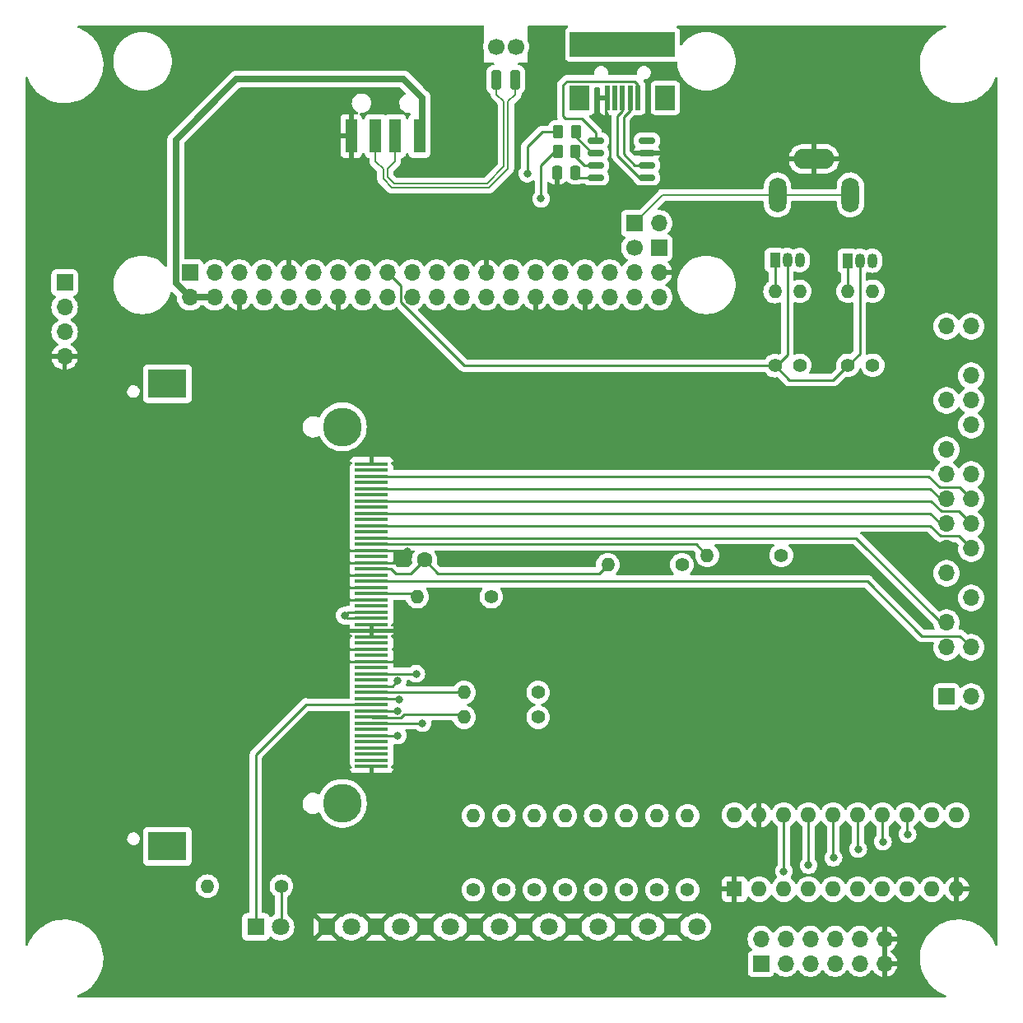
<source format=gtl>
G04 #@! TF.GenerationSoftware,KiCad,Pcbnew,7.0.5*
G04 #@! TF.CreationDate,2023-12-17T09:41:48+13:00*
G04 #@! TF.ProjectId,CompactFlash,436f6d70-6163-4744-966c-6173682e6b69,2*
G04 #@! TF.SameCoordinates,Original*
G04 #@! TF.FileFunction,Copper,L1,Top*
G04 #@! TF.FilePolarity,Positive*
%FSLAX46Y46*%
G04 Gerber Fmt 4.6, Leading zero omitted, Abs format (unit mm)*
G04 Created by KiCad (PCBNEW 7.0.5) date 2023-12-17 09:41:48*
%MOMM*%
%LPD*%
G01*
G04 APERTURE LIST*
G04 Aperture macros list*
%AMRoundRect*
0 Rectangle with rounded corners*
0 $1 Rounding radius*
0 $2 $3 $4 $5 $6 $7 $8 $9 X,Y pos of 4 corners*
0 Add a 4 corners polygon primitive as box body*
4,1,4,$2,$3,$4,$5,$6,$7,$8,$9,$2,$3,0*
0 Add four circle primitives for the rounded corners*
1,1,$1+$1,$2,$3*
1,1,$1+$1,$4,$5*
1,1,$1+$1,$6,$7*
1,1,$1+$1,$8,$9*
0 Add four rect primitives between the rounded corners*
20,1,$1+$1,$2,$3,$4,$5,0*
20,1,$1+$1,$4,$5,$6,$7,0*
20,1,$1+$1,$6,$7,$8,$9,0*
20,1,$1+$1,$8,$9,$2,$3,0*%
G04 Aperture macros list end*
G04 #@! TA.AperFunction,ComponentPad*
%ADD10C,1.400000*%
G04 #@! TD*
G04 #@! TA.AperFunction,ComponentPad*
%ADD11O,1.400000X1.400000*%
G04 #@! TD*
G04 #@! TA.AperFunction,ComponentPad*
%ADD12R,1.700000X1.700000*%
G04 #@! TD*
G04 #@! TA.AperFunction,ComponentPad*
%ADD13O,1.700000X1.700000*%
G04 #@! TD*
G04 #@! TA.AperFunction,SMDPad,CuDef*
%ADD14RoundRect,0.250000X-0.250000X-0.750000X0.250000X-0.750000X0.250000X0.750000X-0.250000X0.750000X0*%
G04 #@! TD*
G04 #@! TA.AperFunction,ComponentPad*
%ADD15O,1.800000X3.600000*%
G04 #@! TD*
G04 #@! TA.AperFunction,ComponentPad*
%ADD16O,4.200000X2.100000*%
G04 #@! TD*
G04 #@! TA.AperFunction,ComponentPad*
%ADD17C,3.990000*%
G04 #@! TD*
G04 #@! TA.AperFunction,SMDPad,CuDef*
%ADD18R,4.000000X3.000000*%
G04 #@! TD*
G04 #@! TA.AperFunction,SMDPad,CuDef*
%ADD19R,3.510000X0.410000*%
G04 #@! TD*
G04 #@! TA.AperFunction,ComponentPad*
%ADD20R,1.600000X1.600000*%
G04 #@! TD*
G04 #@! TA.AperFunction,ComponentPad*
%ADD21O,1.600000X1.600000*%
G04 #@! TD*
G04 #@! TA.AperFunction,ComponentPad*
%ADD22R,1.050000X1.500000*%
G04 #@! TD*
G04 #@! TA.AperFunction,ComponentPad*
%ADD23O,1.050000X1.500000*%
G04 #@! TD*
G04 #@! TA.AperFunction,ComponentPad*
%ADD24R,1.800000X1.800000*%
G04 #@! TD*
G04 #@! TA.AperFunction,ComponentPad*
%ADD25C,1.800000*%
G04 #@! TD*
G04 #@! TA.AperFunction,SMDPad,CuDef*
%ADD26RoundRect,0.150000X0.675000X0.150000X-0.675000X0.150000X-0.675000X-0.150000X0.675000X-0.150000X0*%
G04 #@! TD*
G04 #@! TA.AperFunction,SMDPad,CuDef*
%ADD27RoundRect,0.250000X0.262500X0.450000X-0.262500X0.450000X-0.262500X-0.450000X0.262500X-0.450000X0*%
G04 #@! TD*
G04 #@! TA.AperFunction,ComponentPad*
%ADD28C,1.700000*%
G04 #@! TD*
G04 #@! TA.AperFunction,TestPad*
%ADD29C,1.700000*%
G04 #@! TD*
G04 #@! TA.AperFunction,SMDPad,CuDef*
%ADD30R,0.500000X2.500000*%
G04 #@! TD*
G04 #@! TA.AperFunction,SMDPad,CuDef*
%ADD31R,2.000000X2.500000*%
G04 #@! TD*
G04 #@! TA.AperFunction,SMDPad,CuDef*
%ADD32R,1.250000X3.500000*%
G04 #@! TD*
G04 #@! TA.AperFunction,SMDPad,CuDef*
%ADD33R,3.500000X2.000000*%
G04 #@! TD*
G04 #@! TA.AperFunction,ComponentPad*
%ADD34C,1.600000*%
G04 #@! TD*
G04 #@! TA.AperFunction,SMDPad,CuDef*
%ADD35RoundRect,0.250000X-0.250000X-0.475000X0.250000X-0.475000X0.250000X0.475000X-0.250000X0.475000X0*%
G04 #@! TD*
G04 #@! TA.AperFunction,ViaPad*
%ADD36C,0.800000*%
G04 #@! TD*
G04 #@! TA.AperFunction,Conductor*
%ADD37C,0.700000*%
G04 #@! TD*
G04 #@! TA.AperFunction,Conductor*
%ADD38C,0.250000*%
G04 #@! TD*
G04 #@! TA.AperFunction,Conductor*
%ADD39C,0.200000*%
G04 #@! TD*
G04 #@! TA.AperFunction,Conductor*
%ADD40C,2.500000*%
G04 #@! TD*
G04 APERTURE END LIST*
D10*
X168668650Y-98759749D03*
D11*
X161048650Y-98759749D03*
D12*
X176802277Y-139807976D03*
D13*
X176802277Y-137267976D03*
X179342277Y-139807976D03*
X179342277Y-137267976D03*
X181882277Y-139807976D03*
X181882277Y-137267976D03*
X184422277Y-139807976D03*
X184422277Y-137267976D03*
X186962277Y-139807976D03*
X186962277Y-137267976D03*
X189502277Y-139807976D03*
X189502277Y-137267976D03*
D14*
X151549050Y-48874149D03*
D10*
X180784450Y-78261949D03*
D11*
X180784450Y-70641949D03*
D15*
X186008877Y-60720176D03*
X178508877Y-60720176D03*
D16*
X182258877Y-57020176D03*
D17*
X133745750Y-123321549D03*
X133745750Y-84581549D03*
D18*
X115745750Y-127751549D03*
X115745750Y-80151549D03*
D19*
X136745750Y-88391549D03*
X136745750Y-89661549D03*
X136745750Y-90931549D03*
X136745750Y-92201549D03*
X136745750Y-93471549D03*
X136745750Y-94741549D03*
X136745750Y-96011549D03*
X136745750Y-97281549D03*
X136745750Y-98551549D03*
X136745750Y-99821549D03*
X136745750Y-101091549D03*
X136745750Y-102361549D03*
X136745750Y-103631549D03*
X136745750Y-104901549D03*
X136745750Y-106171549D03*
X136745750Y-107441549D03*
X136745750Y-108711549D03*
X136745750Y-109981549D03*
X136745750Y-111251549D03*
X136745750Y-112521549D03*
X136745750Y-113791549D03*
X136745750Y-115061549D03*
X136745750Y-116331549D03*
X136745750Y-117601549D03*
X136745750Y-118871549D03*
X136745750Y-89031549D03*
X136745750Y-90301549D03*
X136745750Y-91571549D03*
X136745750Y-92841549D03*
X136745750Y-94111549D03*
X136745750Y-95381549D03*
X136745750Y-96651549D03*
X136745750Y-97921549D03*
X136745750Y-99191549D03*
X136745750Y-100461549D03*
X136745750Y-101731549D03*
X136745750Y-103001549D03*
X136745750Y-104271549D03*
X136745750Y-105541549D03*
X136745750Y-106811549D03*
X136745750Y-108081549D03*
X136745750Y-109351549D03*
X136745750Y-110621549D03*
X136745750Y-111891549D03*
X136745750Y-113161549D03*
X136745750Y-114431549D03*
X136745750Y-115701549D03*
X136745750Y-116971549D03*
X136745750Y-118241549D03*
X136745750Y-119511549D03*
D20*
X174078850Y-132135349D03*
D21*
X176618850Y-132135349D03*
X179158850Y-132135349D03*
X181698850Y-132135349D03*
X184238850Y-132135349D03*
X186778850Y-132135349D03*
X189318850Y-132135349D03*
X191858850Y-132135349D03*
X194398850Y-132135349D03*
X196938850Y-132135349D03*
X196938850Y-124515349D03*
X194398850Y-124515349D03*
X191858850Y-124515349D03*
X189318850Y-124515349D03*
X186778850Y-124515349D03*
X184238850Y-124515349D03*
X181698850Y-124515349D03*
X179158850Y-124515349D03*
X176618850Y-124515349D03*
X174078850Y-124515349D03*
D22*
X185712050Y-67492349D03*
D23*
X186982050Y-67492349D03*
X188252050Y-67492349D03*
D24*
X132138050Y-136015949D03*
D25*
X134678050Y-136015949D03*
D10*
X127469850Y-131830549D03*
D11*
X119849850Y-131830549D03*
D26*
X165062350Y-58932549D03*
X165062350Y-57662549D03*
X165062350Y-56392549D03*
X165062350Y-55122549D03*
X159812350Y-55122549D03*
X159812350Y-56392549D03*
X159812350Y-57662549D03*
X159812350Y-58932549D03*
D24*
X162618050Y-136015949D03*
D25*
X165158050Y-136015949D03*
D27*
X157738350Y-56265549D03*
X155913350Y-56265549D03*
D10*
X156652850Y-132211549D03*
D11*
X156652850Y-124591549D03*
D10*
X159802850Y-132211549D03*
D11*
X159802850Y-124591549D03*
D10*
X169252850Y-132211549D03*
D11*
X169252850Y-124591549D03*
D12*
X118053250Y-68711549D03*
D13*
X118053250Y-71251549D03*
X120593250Y-68711549D03*
X120593250Y-71251549D03*
X123133250Y-68711549D03*
X123133250Y-71251549D03*
X125673250Y-68711549D03*
X125673250Y-71251549D03*
X128213250Y-68711549D03*
X128213250Y-71251549D03*
X130753250Y-68711549D03*
X130753250Y-71251549D03*
X133293250Y-68711549D03*
X133293250Y-71251549D03*
X135833250Y-68711549D03*
X135833250Y-71251549D03*
X138373250Y-68711549D03*
X138373250Y-71251549D03*
X140913250Y-68711549D03*
X140913250Y-71251549D03*
X143453250Y-68711549D03*
X143453250Y-71251549D03*
X145993250Y-68711549D03*
X145993250Y-71251549D03*
X148533250Y-68711549D03*
X148533250Y-71251549D03*
X151073250Y-68711549D03*
X151073250Y-71251549D03*
X153613250Y-68711549D03*
X153613250Y-71251549D03*
X156153250Y-68711549D03*
X156153250Y-71251549D03*
X158693250Y-68711549D03*
X158693250Y-71251549D03*
X161233250Y-68711549D03*
X161233250Y-71251549D03*
X163773250Y-68711549D03*
X163773250Y-71251549D03*
X166313250Y-68711549D03*
X166313250Y-71251549D03*
D12*
X166313250Y-66171549D03*
D28*
X163773250Y-66171549D03*
D12*
X163773250Y-63631549D03*
D13*
X166313250Y-63631549D03*
D29*
X151583250Y-45481549D03*
X149583250Y-45481549D03*
D10*
X147202850Y-132211549D03*
D11*
X147202850Y-124591549D03*
D24*
X152458050Y-136015949D03*
D25*
X154998050Y-136015949D03*
D24*
X124848250Y-136015949D03*
D25*
X127388250Y-136015949D03*
D10*
X149059850Y-102061749D03*
D11*
X141439850Y-102061749D03*
D24*
X142298050Y-136015949D03*
D25*
X144838050Y-136015949D03*
D12*
X195898677Y-112341376D03*
D13*
X198438677Y-112341376D03*
X195898677Y-109801376D03*
X198438677Y-109801376D03*
X195898677Y-107261376D03*
X198438677Y-107261376D03*
X195898677Y-104721376D03*
X198438677Y-104721376D03*
X195898677Y-102181376D03*
X198438677Y-102181376D03*
X195898677Y-99641376D03*
X198438677Y-99641376D03*
X195898677Y-97101376D03*
X198438677Y-97101376D03*
X195898677Y-94561376D03*
X198438677Y-94561376D03*
X195898677Y-92021376D03*
X198438677Y-92021376D03*
X195898677Y-89481376D03*
X198438677Y-89481376D03*
X195898677Y-86941376D03*
X198438677Y-86941376D03*
X195898677Y-84401376D03*
X198438677Y-84401376D03*
X195898677Y-81861376D03*
X198438677Y-81861376D03*
X195898677Y-79321376D03*
X198438677Y-79321376D03*
X195898677Y-76781376D03*
X198438677Y-76781376D03*
X195898677Y-74241376D03*
X198438677Y-74241376D03*
D10*
X185762850Y-78257549D03*
D11*
X185762850Y-70637549D03*
D30*
X164164350Y-50737549D03*
X163364350Y-50737549D03*
X162564350Y-50737549D03*
X161764350Y-50737549D03*
X160964350Y-50737549D03*
D31*
X166964350Y-50737549D03*
X166964350Y-45237549D03*
X158164350Y-50737549D03*
X158164350Y-45237549D03*
D10*
X178904850Y-97794549D03*
D11*
X171284850Y-97794549D03*
D24*
X157538050Y-136015949D03*
D25*
X160078050Y-136015949D03*
D10*
X178244450Y-78287349D03*
D11*
X178244450Y-70667349D03*
D10*
X153502850Y-132211549D03*
D11*
X153502850Y-124591549D03*
D10*
X153885850Y-114456949D03*
D11*
X146265850Y-114456949D03*
D24*
X147378050Y-136015949D03*
D25*
X149918050Y-136015949D03*
D32*
X141663250Y-54671549D03*
X139163250Y-54671549D03*
X137163250Y-54671549D03*
X134663250Y-54671549D03*
D33*
X145788250Y-51991549D03*
X145788250Y-45891549D03*
X130538250Y-51991549D03*
X130538250Y-45891549D03*
D12*
X105169877Y-69744176D03*
D13*
X105169877Y-72284176D03*
X105169877Y-74824176D03*
X105169877Y-77364176D03*
D34*
X142201850Y-98251749D03*
X144701850Y-98251749D03*
D35*
X155838350Y-58424549D03*
X157738350Y-58424549D03*
D24*
X167698050Y-136015949D03*
D25*
X170238050Y-136015949D03*
D10*
X162952850Y-132211549D03*
D11*
X162952850Y-124591549D03*
D10*
X188302850Y-78257549D03*
D11*
X188302850Y-70637549D03*
D10*
X166102850Y-132211549D03*
D11*
X166102850Y-124591549D03*
D14*
X149593250Y-48874149D03*
D22*
X178244450Y-67441549D03*
D23*
X179514450Y-67441549D03*
X180784450Y-67441549D03*
D10*
X153885850Y-111916949D03*
D11*
X146265850Y-111916949D03*
D10*
X150352850Y-132211549D03*
D11*
X150352850Y-124591549D03*
D27*
X157761850Y-54233549D03*
X155936850Y-54233549D03*
D24*
X137218050Y-136015949D03*
D25*
X139758050Y-136015949D03*
D36*
X133972250Y-103992149D03*
X133667450Y-98556549D03*
X140398450Y-97376049D03*
X133794450Y-102366549D03*
X133743650Y-101091549D03*
X143675050Y-107802149D03*
X140322250Y-98556549D03*
X133667450Y-97337349D03*
X133718250Y-99821549D03*
X133769050Y-108716549D03*
X133769050Y-107446549D03*
X139585650Y-112616049D03*
X139433250Y-110723149D03*
X141338250Y-109986549D03*
X139433250Y-113796549D03*
X141973250Y-115066549D03*
X139433250Y-116336549D03*
X179158850Y-130306549D03*
X181698850Y-129671549D03*
X184264250Y-128909549D03*
X186804250Y-128020549D03*
X189344250Y-127258549D03*
X191884250Y-126496549D03*
X154182350Y-61116949D03*
X152768250Y-58526149D03*
D37*
X141963250Y-50732361D02*
X140028838Y-48797949D01*
X141663250Y-54671549D02*
X141963250Y-54371549D01*
X140028838Y-48797949D02*
X122847050Y-48797949D01*
X141963250Y-54371549D02*
X141963250Y-50732361D01*
D38*
X134332850Y-103631549D02*
X136745750Y-103631549D01*
X133972250Y-103992149D02*
X134332850Y-103631549D01*
D37*
X118053250Y-71251549D02*
X120593250Y-71251549D01*
X122847050Y-48797949D02*
X116598650Y-55046349D01*
D38*
X134251650Y-104271549D02*
X136745750Y-104271549D01*
D37*
X116598650Y-69796949D02*
X118053250Y-71251549D01*
D38*
X133972250Y-103992149D02*
X134251650Y-104271549D01*
D37*
X116598650Y-55046349D02*
X116598650Y-69796949D01*
D38*
X136745750Y-98551549D02*
X133672450Y-98551549D01*
X133799450Y-102361549D02*
X136745750Y-102361549D01*
X133774050Y-108711549D02*
X133769050Y-108716549D01*
X136745750Y-108711549D02*
X133774050Y-108711549D01*
X136745750Y-98551549D02*
X140317250Y-98551549D01*
X140317250Y-98551549D02*
X140322250Y-98556549D01*
X133774050Y-107441549D02*
X133769050Y-107446549D01*
X136745750Y-97281549D02*
X133723250Y-97281549D01*
X142765650Y-108711549D02*
X143675050Y-107802149D01*
X133718250Y-99821549D02*
X136745750Y-99821549D01*
X140303950Y-97281549D02*
X136745750Y-97281549D01*
X136745750Y-108711549D02*
X142765650Y-108711549D01*
X133743650Y-101091549D02*
X136745750Y-101091549D01*
X133672450Y-98551549D02*
X133667450Y-98556549D01*
X136745750Y-107441549D02*
X133774050Y-107441549D01*
X133723250Y-97281549D02*
X133667450Y-97337349D01*
X133794450Y-102366549D02*
X133799450Y-102361549D01*
X140398450Y-97376049D02*
X140303950Y-97281549D01*
X139585650Y-112616049D02*
X139546950Y-112577349D01*
X136801550Y-112577349D02*
X136745750Y-112521549D01*
X139546950Y-112577349D02*
X136801550Y-112577349D01*
X138904850Y-111251549D02*
X136745750Y-111251549D01*
X139433250Y-110723149D02*
X138904850Y-111251549D01*
X141338250Y-109986549D02*
X141333250Y-109981549D01*
X141333250Y-109981549D02*
X136745750Y-109981549D01*
X139207950Y-99648749D02*
X140804850Y-99648749D01*
X140804850Y-99648749D02*
X142201850Y-98251749D01*
X161048650Y-98759749D02*
X160159650Y-99648749D01*
X138750750Y-99191549D02*
X139207950Y-99648749D01*
X160159650Y-99648749D02*
X143598850Y-99648749D01*
X143598850Y-99648749D02*
X142201850Y-98251749D01*
X136745750Y-99191549D02*
X138750750Y-99191549D01*
X127469850Y-135934349D02*
X127388250Y-136015949D01*
X127469850Y-131830549D02*
X127469850Y-135934349D01*
X136745750Y-113791549D02*
X139428250Y-113791549D01*
X139428250Y-113791549D02*
X139433250Y-113796549D01*
X141968250Y-115061549D02*
X136745750Y-115061549D01*
X141973250Y-115066549D02*
X141968250Y-115061549D01*
X139428250Y-116331549D02*
X139433250Y-116336549D01*
X136745750Y-116331549D02*
X139428250Y-116331549D01*
X195196203Y-90800949D02*
X197218250Y-90800949D01*
X197218250Y-90800949D02*
X198438677Y-92021376D01*
X194056803Y-89661549D02*
X195196203Y-90800949D01*
X136745750Y-89661549D02*
X194056803Y-89661549D01*
X136745750Y-90931549D02*
X194216050Y-90931549D01*
X195305877Y-92021376D02*
X195898677Y-92021376D01*
X194216050Y-90931549D02*
X195305877Y-92021376D01*
X195338650Y-93273349D02*
X197150650Y-93273349D01*
X197150650Y-93273349D02*
X198438677Y-94561376D01*
X194266850Y-92201549D02*
X195338650Y-93273349D01*
X136745750Y-92201549D02*
X194266850Y-92201549D01*
X136745750Y-93471549D02*
X194216050Y-93471549D01*
X194216050Y-93471549D02*
X195305877Y-94561376D01*
X195305877Y-94561376D02*
X195898677Y-94561376D01*
X136745750Y-94741549D02*
X194227149Y-94741549D01*
X197150650Y-95813349D02*
X198438677Y-97101376D01*
X195298949Y-95813349D02*
X197150650Y-95813349D01*
X194227149Y-94741549D02*
X195298949Y-95813349D01*
X193368877Y-106086376D02*
X197263677Y-106086376D01*
X187744050Y-100461549D02*
X193368877Y-106086376D01*
X197263677Y-106086376D02*
X198438677Y-107261376D01*
X136745750Y-100461549D02*
X187744050Y-100461549D01*
X186596050Y-96011549D02*
X195305877Y-104721376D01*
X195305877Y-104721376D02*
X195898677Y-104721376D01*
X136745750Y-96011549D02*
X186596050Y-96011549D01*
X130035250Y-113161549D02*
X136745750Y-113161549D01*
X124848250Y-136015949D02*
X124848250Y-118297749D01*
X130009850Y-113136149D02*
X130035250Y-113161549D01*
X124848250Y-118297749D02*
X130009850Y-113136149D01*
X139712650Y-71712650D02*
X139712650Y-70050949D01*
X179743050Y-79785949D02*
X178244450Y-78287349D01*
X184234450Y-79785949D02*
X179743050Y-79785949D01*
X179514450Y-67441549D02*
X179514450Y-77195149D01*
X178244450Y-78287349D02*
X146287349Y-78287349D01*
X186982050Y-67492349D02*
X186982050Y-77038349D01*
X185762850Y-78257549D02*
X184234450Y-79785949D01*
X186982050Y-77038349D02*
X185762850Y-78257549D01*
X146287349Y-78287349D02*
X139712650Y-71712650D01*
X179514450Y-77195149D02*
X178422250Y-78287349D01*
X139712650Y-70050949D02*
X138373250Y-68711549D01*
X178244450Y-67441549D02*
X178244450Y-70667349D01*
X185712050Y-67492349D02*
X185712050Y-70586749D01*
X185712050Y-70586749D02*
X185762850Y-70637549D01*
X140102955Y-114152149D02*
X139733555Y-114521549D01*
X136835750Y-114521549D02*
X136745750Y-114431549D01*
X139733555Y-114521549D02*
X136835750Y-114521549D01*
X146265850Y-114456949D02*
X145961050Y-114152149D01*
X145961050Y-114152149D02*
X140102955Y-114152149D01*
X146240450Y-111891549D02*
X136745750Y-111891549D01*
X146265850Y-111916949D02*
X146240450Y-111891549D01*
X141439850Y-102061749D02*
X141109650Y-101731549D01*
X141109650Y-101731549D02*
X136745750Y-101731549D01*
X136745750Y-96651549D02*
X170141850Y-96651549D01*
X170141850Y-96651549D02*
X171284850Y-97794549D01*
X179158850Y-124515349D02*
X179158850Y-130306549D01*
X181698850Y-124515349D02*
X181698850Y-129671549D01*
X184238850Y-128884149D02*
X184264250Y-128909549D01*
X184238850Y-124515349D02*
X184238850Y-128884149D01*
X186778850Y-124515349D02*
X186778850Y-127995149D01*
X186778850Y-127995149D02*
X186804250Y-128020549D01*
X189318850Y-124515349D02*
X189318850Y-127233149D01*
X189318850Y-127233149D02*
X189344250Y-127258549D01*
X191858850Y-124515349D02*
X191858850Y-126471149D01*
X191858850Y-126471149D02*
X191884250Y-126496549D01*
D39*
X178508877Y-60720176D02*
X166684623Y-60720176D01*
X186008877Y-60720176D02*
X178508877Y-60720176D01*
X166684623Y-60720176D02*
X163773250Y-63631549D01*
X139163250Y-54671549D02*
X139163250Y-57296550D01*
X138388250Y-58890149D02*
X139043850Y-59545749D01*
X148611050Y-59545749D02*
X150346150Y-57810649D01*
X150346150Y-51127050D02*
X149593250Y-50374150D01*
X139043850Y-59545749D02*
X148611050Y-59545749D01*
X138388250Y-58071550D02*
X138388250Y-58890149D01*
X150346150Y-57810649D02*
X150346150Y-51127050D01*
X149593250Y-50374150D02*
X149593250Y-48874149D01*
X139163250Y-57296550D02*
X138388250Y-58071550D01*
X150796150Y-51127050D02*
X151549050Y-50374150D01*
X137938250Y-58071550D02*
X137938250Y-59076549D01*
X148797450Y-59995749D02*
X150796150Y-57997049D01*
X151549050Y-50374150D02*
X151549050Y-48874149D01*
X150796150Y-57997049D02*
X150796150Y-51127050D01*
X138857450Y-59995749D02*
X148797450Y-59995749D01*
X137938250Y-59076549D02*
X138857450Y-59995749D01*
X137163250Y-54671549D02*
X137163250Y-57296550D01*
X137163250Y-57296550D02*
X137938250Y-58071550D01*
D38*
X159812350Y-58932549D02*
X157738350Y-58932549D01*
X164164350Y-49356549D02*
X163834350Y-49026549D01*
X164164350Y-50737549D02*
X164164350Y-49356549D01*
X158373350Y-52836549D02*
X159812350Y-54275549D01*
X156722350Y-52836549D02*
X158373350Y-52836549D01*
X163834350Y-49026549D02*
X156849350Y-49026549D01*
X159812350Y-54275549D02*
X159812350Y-55122549D01*
X156849350Y-49026549D02*
X156468350Y-49407549D01*
X156468350Y-52582549D02*
X156722350Y-52836549D01*
X156468350Y-49407549D02*
X156468350Y-52582549D01*
X162691350Y-56519549D02*
X163834350Y-57662549D01*
X163364350Y-50737549D02*
X163364350Y-52036549D01*
X163364350Y-52036549D02*
X162691350Y-52709549D01*
X162691350Y-52709549D02*
X162691350Y-56519549D01*
X163834350Y-57662549D02*
X165062350Y-57662549D01*
X162056350Y-56646549D02*
X164342350Y-58932549D01*
X162564350Y-52074549D02*
X162056350Y-52582549D01*
X164342350Y-58932549D02*
X165062350Y-58932549D01*
X162564350Y-50737549D02*
X162564350Y-52074549D01*
X162056350Y-52582549D02*
X162056350Y-56646549D01*
D40*
X159241350Y-45237549D02*
X165866350Y-45237549D01*
D38*
X155579350Y-56265549D02*
X155913350Y-56265549D01*
X154182350Y-57662549D02*
X155579350Y-56265549D01*
X154182350Y-61116949D02*
X154182350Y-57662549D01*
X154309350Y-54233549D02*
X155936850Y-54233549D01*
X152768250Y-55774649D02*
X154309350Y-54233549D01*
X152768250Y-58526149D02*
X152768250Y-55774649D01*
X158627350Y-57662549D02*
X157738350Y-56773549D01*
X159812350Y-57662549D02*
X158627350Y-57662549D01*
X159412850Y-56392549D02*
X157761850Y-54741549D01*
X159812350Y-56392549D02*
X159412850Y-56392549D01*
G04 #@! TA.AperFunction,Conductor*
G36*
X189752277Y-139372474D02*
G01*
X189644592Y-139323296D01*
X189538040Y-139307976D01*
X189466514Y-139307976D01*
X189359962Y-139323296D01*
X189252277Y-139372474D01*
X189252277Y-137703477D01*
X189359962Y-137752656D01*
X189466514Y-137767976D01*
X189538040Y-137767976D01*
X189644592Y-137752656D01*
X189752277Y-137703477D01*
X189752277Y-139372474D01*
G37*
G04 #@! TD.AperFunction*
G04 #@! TA.AperFunction,Conductor*
G36*
X178113848Y-96664734D02*
G01*
X178159603Y-96717538D01*
X178169547Y-96786696D01*
X178140522Y-96850252D01*
X178126516Y-96864038D01*
X178125067Y-96865253D01*
X177975550Y-97014770D01*
X177854261Y-97187990D01*
X177854260Y-97187992D01*
X177764895Y-97379637D01*
X177764891Y-97379646D01*
X177710165Y-97583888D01*
X177710163Y-97583899D01*
X177691734Y-97794547D01*
X177691734Y-97794550D01*
X177710163Y-98005198D01*
X177710165Y-98005209D01*
X177764891Y-98209451D01*
X177764893Y-98209455D01*
X177764894Y-98209459D01*
X177837999Y-98366234D01*
X177854260Y-98401105D01*
X177854261Y-98401107D01*
X177975550Y-98574327D01*
X178125071Y-98723848D01*
X178148631Y-98740345D01*
X178298292Y-98845138D01*
X178489940Y-98934505D01*
X178489946Y-98934506D01*
X178489947Y-98934507D01*
X178502651Y-98937911D01*
X178694195Y-98989235D01*
X178844662Y-99002399D01*
X178904848Y-99007665D01*
X178904850Y-99007665D01*
X178904852Y-99007665D01*
X178957513Y-99003057D01*
X179115505Y-98989235D01*
X179319760Y-98934505D01*
X179511408Y-98845138D01*
X179684626Y-98723850D01*
X179834151Y-98574325D01*
X179955439Y-98401107D01*
X180044806Y-98209459D01*
X180099536Y-98005204D01*
X180115333Y-97824642D01*
X180117966Y-97794550D01*
X180117966Y-97794547D01*
X180110495Y-97709159D01*
X180099536Y-97583894D01*
X180044806Y-97379639D01*
X179955439Y-97187991D01*
X179834151Y-97014773D01*
X179834149Y-97014770D01*
X179684632Y-96865253D01*
X179683184Y-96864038D01*
X179682720Y-96863341D01*
X179680798Y-96861419D01*
X179681184Y-96861032D01*
X179644483Y-96805866D01*
X179643375Y-96736005D01*
X179680213Y-96676635D01*
X179743300Y-96646606D01*
X179762891Y-96645049D01*
X186282284Y-96645049D01*
X186349323Y-96664734D01*
X186369965Y-96681368D01*
X194514722Y-104826125D01*
X194548207Y-104887448D01*
X194550617Y-104903565D01*
X194554111Y-104945736D01*
X194554113Y-104945747D01*
X194609380Y-105163990D01*
X194659857Y-105279066D01*
X194668760Y-105348366D01*
X194638783Y-105411478D01*
X194579443Y-105448365D01*
X194546301Y-105452876D01*
X193682643Y-105452876D01*
X193615604Y-105433191D01*
X193594962Y-105416557D01*
X190926316Y-102747911D01*
X188251138Y-100072732D01*
X188241237Y-100060372D01*
X188241027Y-100060547D01*
X188236051Y-100054533D01*
X188236050Y-100054531D01*
X188185664Y-100007216D01*
X188184289Y-100005883D01*
X188163818Y-99985412D01*
X188161842Y-99983880D01*
X188158233Y-99981080D01*
X188153800Y-99977293D01*
X188119371Y-99944963D01*
X188119369Y-99944961D01*
X188101481Y-99935127D01*
X188085220Y-99924446D01*
X188069089Y-99911933D01*
X188025743Y-99893176D01*
X188020495Y-99890605D01*
X187993301Y-99875655D01*
X187979110Y-99867854D01*
X187970857Y-99865735D01*
X187959337Y-99862777D01*
X187940931Y-99856475D01*
X187922194Y-99848367D01*
X187922196Y-99848367D01*
X187875546Y-99840979D01*
X187869831Y-99839795D01*
X187849662Y-99834617D01*
X187824082Y-99828049D01*
X187824080Y-99828049D01*
X187803666Y-99828049D01*
X187784267Y-99826522D01*
X187764108Y-99823329D01*
X187764107Y-99823329D01*
X187717084Y-99827774D01*
X187711246Y-99828049D01*
X169608790Y-99828049D01*
X169541751Y-99808364D01*
X169495996Y-99755560D01*
X169486052Y-99686402D01*
X169515077Y-99622846D01*
X169521109Y-99616368D01*
X169597949Y-99539527D01*
X169597951Y-99539525D01*
X169719239Y-99366307D01*
X169808606Y-99174659D01*
X169863336Y-98970404D01*
X169881766Y-98759749D01*
X169863336Y-98549094D01*
X169814339Y-98366234D01*
X169808608Y-98344846D01*
X169808607Y-98344845D01*
X169808606Y-98344839D01*
X169719239Y-98153191D01*
X169597951Y-97979973D01*
X169597949Y-97979970D01*
X169448428Y-97830449D01*
X169275208Y-97709160D01*
X169275206Y-97709159D01*
X169186747Y-97667910D01*
X169083560Y-97619793D01*
X169083556Y-97619792D01*
X169083552Y-97619790D01*
X168879310Y-97565064D01*
X168879306Y-97565063D01*
X168879305Y-97565063D01*
X168879304Y-97565062D01*
X168879299Y-97565062D01*
X168668652Y-97546633D01*
X168668648Y-97546633D01*
X168458000Y-97565062D01*
X168457989Y-97565064D01*
X168253747Y-97619790D01*
X168253738Y-97619794D01*
X168062093Y-97709159D01*
X168062091Y-97709160D01*
X167888871Y-97830449D01*
X167739350Y-97979970D01*
X167618061Y-98153190D01*
X167618060Y-98153192D01*
X167528695Y-98344837D01*
X167528691Y-98344846D01*
X167473965Y-98549088D01*
X167473963Y-98549099D01*
X167455534Y-98759747D01*
X167455534Y-98759750D01*
X167473963Y-98970398D01*
X167473965Y-98970409D01*
X167528691Y-99174651D01*
X167528693Y-99174655D01*
X167528694Y-99174659D01*
X167539933Y-99198761D01*
X167618060Y-99366305D01*
X167618061Y-99366307D01*
X167739350Y-99539527D01*
X167816191Y-99616368D01*
X167849676Y-99677691D01*
X167844692Y-99747383D01*
X167802820Y-99803316D01*
X167737356Y-99827733D01*
X167728510Y-99828049D01*
X161988790Y-99828049D01*
X161921751Y-99808364D01*
X161875996Y-99755560D01*
X161866052Y-99686402D01*
X161895077Y-99622846D01*
X161901109Y-99616368D01*
X161977949Y-99539527D01*
X161977951Y-99539525D01*
X162099239Y-99366307D01*
X162188606Y-99174659D01*
X162243336Y-98970404D01*
X162261766Y-98759749D01*
X162243336Y-98549094D01*
X162194339Y-98366234D01*
X162188608Y-98344846D01*
X162188607Y-98344845D01*
X162188606Y-98344839D01*
X162099239Y-98153191D01*
X161977951Y-97979973D01*
X161977949Y-97979970D01*
X161828428Y-97830449D01*
X161655208Y-97709160D01*
X161655206Y-97709159D01*
X161566747Y-97667910D01*
X161463560Y-97619793D01*
X161463556Y-97619792D01*
X161463552Y-97619790D01*
X161259310Y-97565064D01*
X161259306Y-97565063D01*
X161259305Y-97565063D01*
X161259304Y-97565062D01*
X161259299Y-97565062D01*
X161048652Y-97546633D01*
X161048648Y-97546633D01*
X160838000Y-97565062D01*
X160837989Y-97565064D01*
X160633747Y-97619790D01*
X160633738Y-97619794D01*
X160442093Y-97709159D01*
X160442091Y-97709160D01*
X160268871Y-97830449D01*
X160119350Y-97979970D01*
X159998061Y-98153190D01*
X159998060Y-98153192D01*
X159908695Y-98344837D01*
X159908691Y-98344846D01*
X159853965Y-98549088D01*
X159853963Y-98549099D01*
X159835534Y-98759747D01*
X159835534Y-98759751D01*
X159846093Y-98880442D01*
X159832326Y-98948942D01*
X159783711Y-98999125D01*
X159722565Y-99015249D01*
X143912617Y-99015249D01*
X143845578Y-98995564D01*
X143824936Y-98978930D01*
X143510185Y-98664179D01*
X143476700Y-98602856D01*
X143478092Y-98544403D01*
X143495391Y-98479843D01*
X143495390Y-98479843D01*
X143495393Y-98479836D01*
X143515348Y-98251749D01*
X143513948Y-98235752D01*
X143495393Y-98023667D01*
X143495393Y-98023662D01*
X143436134Y-97802506D01*
X143339373Y-97595000D01*
X143258968Y-97480170D01*
X143236642Y-97413967D01*
X143253652Y-97346200D01*
X143304600Y-97298386D01*
X143360544Y-97285049D01*
X169828084Y-97285049D01*
X169895123Y-97304734D01*
X169915765Y-97321368D01*
X170058164Y-97463767D01*
X170091649Y-97525090D01*
X170090383Y-97578433D01*
X170091105Y-97578561D01*
X170090268Y-97583307D01*
X170090263Y-97583522D01*
X170090167Y-97583879D01*
X170090163Y-97583899D01*
X170071734Y-97794548D01*
X170071734Y-97794550D01*
X170090163Y-98005198D01*
X170090165Y-98005209D01*
X170144891Y-98209451D01*
X170144893Y-98209455D01*
X170144894Y-98209459D01*
X170217999Y-98366234D01*
X170234260Y-98401105D01*
X170234261Y-98401107D01*
X170355550Y-98574327D01*
X170505071Y-98723848D01*
X170528631Y-98740345D01*
X170678292Y-98845138D01*
X170869940Y-98934505D01*
X170869946Y-98934506D01*
X170869947Y-98934507D01*
X170882651Y-98937911D01*
X171074195Y-98989235D01*
X171224662Y-99002399D01*
X171284848Y-99007665D01*
X171284850Y-99007665D01*
X171284852Y-99007665D01*
X171337513Y-99003057D01*
X171495505Y-98989235D01*
X171699760Y-98934505D01*
X171891408Y-98845138D01*
X172064626Y-98723850D01*
X172214151Y-98574325D01*
X172335439Y-98401107D01*
X172424806Y-98209459D01*
X172479536Y-98005204D01*
X172495333Y-97824642D01*
X172497966Y-97794550D01*
X172497966Y-97794547D01*
X172490495Y-97709159D01*
X172479536Y-97583894D01*
X172424806Y-97379639D01*
X172335439Y-97187991D01*
X172214151Y-97014773D01*
X172214149Y-97014770D01*
X172064632Y-96865253D01*
X172063184Y-96864038D01*
X172062720Y-96863341D01*
X172060798Y-96861419D01*
X172061184Y-96861032D01*
X172024483Y-96805866D01*
X172023375Y-96736005D01*
X172060213Y-96676635D01*
X172123300Y-96646606D01*
X172142891Y-96645049D01*
X178046809Y-96645049D01*
X178113848Y-96664734D01*
G37*
G04 #@! TD.AperFunction*
G04 #@! TA.AperFunction,Conductor*
G36*
X141110195Y-97304734D02*
G01*
X141155950Y-97357538D01*
X141165894Y-97426696D01*
X141144732Y-97480169D01*
X141082333Y-97569284D01*
X141064326Y-97595001D01*
X141064325Y-97595003D01*
X140967568Y-97802499D01*
X140967564Y-97802510D01*
X140908307Y-98023659D01*
X140908306Y-98023667D01*
X140888352Y-98251747D01*
X140888352Y-98251750D01*
X140908306Y-98479830D01*
X140908308Y-98479840D01*
X140925608Y-98544404D01*
X140923945Y-98614253D01*
X140893514Y-98664178D01*
X140578762Y-98978931D01*
X140517441Y-99012415D01*
X140491083Y-99015249D01*
X139521717Y-99015249D01*
X139454678Y-98995564D01*
X139434036Y-98978930D01*
X139257838Y-98802732D01*
X139247937Y-98790372D01*
X139247727Y-98790547D01*
X139242751Y-98784533D01*
X139242750Y-98784531D01*
X139192364Y-98737216D01*
X139190989Y-98735883D01*
X139170518Y-98715412D01*
X139168542Y-98713880D01*
X139164933Y-98711080D01*
X139160500Y-98707293D01*
X139126071Y-98674963D01*
X139126069Y-98674961D01*
X139108181Y-98665127D01*
X139091920Y-98654446D01*
X139075789Y-98641933D01*
X139032443Y-98623176D01*
X139027195Y-98620605D01*
X138994908Y-98602856D01*
X138985810Y-98597854D01*
X138985808Y-98597853D01*
X138985804Y-98597851D01*
X138980306Y-98595674D01*
X138925224Y-98552690D01*
X138902124Y-98486749D01*
X138918342Y-98418788D01*
X138926691Y-98406078D01*
X138934062Y-98396232D01*
X138989998Y-98354365D01*
X138993580Y-98353718D01*
X139000750Y-98346549D01*
X139000750Y-98298728D01*
X139000749Y-98298717D01*
X138998988Y-98282338D01*
X139001603Y-98240554D01*
X139002735Y-98235760D01*
X139002739Y-98235750D01*
X139005814Y-98207138D01*
X139009249Y-98175203D01*
X139009250Y-98175186D01*
X139009250Y-97667911D01*
X139009249Y-97667894D01*
X139002739Y-97607351D01*
X139002739Y-97607350D01*
X139002739Y-97607348D01*
X139002737Y-97607342D01*
X139000955Y-97599800D01*
X139003457Y-97599208D01*
X138998237Y-97557743D01*
X139000749Y-97534379D01*
X139000750Y-97534368D01*
X139000750Y-97409049D01*
X139020435Y-97342010D01*
X139073239Y-97296255D01*
X139124750Y-97285049D01*
X141043156Y-97285049D01*
X141110195Y-97304734D01*
G37*
G04 #@! TD.AperFunction*
G04 #@! TA.AperFunction,Conductor*
G36*
X195805365Y-43304026D02*
G01*
X195851154Y-43356801D01*
X195861142Y-43425953D01*
X195832158Y-43489527D01*
X195780804Y-43524907D01*
X195596401Y-43592025D01*
X195236635Y-43765280D01*
X194895914Y-43973490D01*
X194895903Y-43973498D01*
X194577614Y-44214593D01*
X194577603Y-44214602D01*
X194284881Y-44486208D01*
X194020663Y-44785605D01*
X193787576Y-45109811D01*
X193787563Y-45109831D01*
X193587915Y-45455631D01*
X193423681Y-45819610D01*
X193296506Y-46198127D01*
X193296505Y-46198131D01*
X193207650Y-46587428D01*
X193157997Y-46983652D01*
X193148042Y-47382819D01*
X193148042Y-47382830D01*
X193177883Y-47781025D01*
X193177885Y-47781039D01*
X193247224Y-48174281D01*
X193355371Y-48558660D01*
X193355375Y-48558673D01*
X193501253Y-48930365D01*
X193501258Y-48930377D01*
X193683425Y-49285706D01*
X193683436Y-49285725D01*
X193729917Y-49357691D01*
X193900076Y-49621149D01*
X194149044Y-49933345D01*
X194181684Y-49966809D01*
X194427860Y-50219201D01*
X194464146Y-50249648D01*
X194733751Y-50475874D01*
X195063679Y-50700815D01*
X195414365Y-50891788D01*
X195782322Y-51046895D01*
X195782332Y-51046898D01*
X195782337Y-51046900D01*
X196163890Y-51164594D01*
X196163903Y-51164597D01*
X196539921Y-51240610D01*
X196555291Y-51243717D01*
X196952620Y-51283476D01*
X197252024Y-51283476D01*
X197252041Y-51283476D01*
X197551094Y-51268551D01*
X197945947Y-51209036D01*
X198332913Y-51110503D01*
X198708144Y-50973930D01*
X199067913Y-50800674D01*
X199126717Y-50764740D01*
X199408639Y-50592461D01*
X199408638Y-50592461D01*
X199408644Y-50592458D01*
X199726949Y-50351351D01*
X200019667Y-50079749D01*
X200283887Y-49780351D01*
X200516983Y-49456134D01*
X200716640Y-49110318D01*
X200880872Y-48746342D01*
X200910234Y-48658949D01*
X200950244Y-48601671D01*
X201014871Y-48575115D01*
X201083595Y-48587716D01*
X201134597Y-48635471D01*
X201151777Y-48698442D01*
X201151776Y-137868136D01*
X201132091Y-137935175D01*
X201079287Y-137980930D01*
X201010129Y-137990874D01*
X200946573Y-137961849D01*
X200912349Y-137913442D01*
X200803295Y-137635574D01*
X200621124Y-137280237D01*
X200404478Y-136944803D01*
X200155510Y-136632607D01*
X199876695Y-136346752D01*
X199570803Y-136090078D01*
X199412195Y-135981941D01*
X199240874Y-135865136D01*
X199123979Y-135801479D01*
X198890189Y-135674164D01*
X198890181Y-135674160D01*
X198890178Y-135674159D01*
X198669377Y-135581084D01*
X198522232Y-135519057D01*
X198522227Y-135519055D01*
X198522216Y-135519051D01*
X198140663Y-135401357D01*
X198140650Y-135401354D01*
X197749277Y-135322237D01*
X197749257Y-135322234D01*
X197351934Y-135282476D01*
X197052513Y-135282476D01*
X197052498Y-135282476D01*
X196753465Y-135297400D01*
X196753452Y-135297401D01*
X196358607Y-135356916D01*
X195971639Y-135455449D01*
X195596401Y-135592025D01*
X195236635Y-135765280D01*
X194895914Y-135973490D01*
X194895903Y-135973498D01*
X194577614Y-136214593D01*
X194577603Y-136214602D01*
X194284881Y-136486208D01*
X194020663Y-136785605D01*
X193787576Y-137109811D01*
X193787563Y-137109831D01*
X193587915Y-137455631D01*
X193423681Y-137819610D01*
X193296506Y-138198127D01*
X193296505Y-138198131D01*
X193207650Y-138587428D01*
X193157997Y-138983652D01*
X193148042Y-139382819D01*
X193148042Y-139382830D01*
X193177883Y-139781025D01*
X193177885Y-139781039D01*
X193247224Y-140174281D01*
X193355371Y-140558660D01*
X193355375Y-140558673D01*
X193501253Y-140930365D01*
X193501258Y-140930377D01*
X193683425Y-141285706D01*
X193683430Y-141285715D01*
X193900076Y-141621149D01*
X194149044Y-141933345D01*
X194427859Y-142219200D01*
X194733751Y-142475874D01*
X195063679Y-142700815D01*
X195414365Y-142891788D01*
X195738748Y-143028527D01*
X195775960Y-143044213D01*
X195830089Y-143088392D01*
X195851740Y-143154823D01*
X195834039Y-143222413D01*
X195782606Y-143269704D01*
X195727794Y-143282476D01*
X106563660Y-143282476D01*
X106496621Y-143262791D01*
X106450866Y-143209987D01*
X106440922Y-143140829D01*
X106469947Y-143077273D01*
X106521248Y-143041954D01*
X106708144Y-142973930D01*
X107067913Y-142800674D01*
X107408644Y-142592458D01*
X107726949Y-142351351D01*
X108019667Y-142079749D01*
X108283887Y-141780351D01*
X108516983Y-141456134D01*
X108716640Y-141110318D01*
X108880872Y-140746342D01*
X109008048Y-140367822D01*
X109096904Y-139978520D01*
X109146556Y-139582306D01*
X109151526Y-139383024D01*
X109156511Y-139183132D01*
X109156511Y-139183117D01*
X109155434Y-139168745D01*
X109126670Y-138784920D01*
X109057330Y-138391673D01*
X108949180Y-138007284D01*
X108923358Y-137941491D01*
X108803300Y-137635586D01*
X108803295Y-137635574D01*
X108729865Y-137492344D01*
X108621124Y-137280237D01*
X108417266Y-136964603D01*
X123439750Y-136964603D01*
X123446261Y-137025151D01*
X123446261Y-137025153D01*
X123497361Y-137162153D01*
X123584989Y-137279210D01*
X123702046Y-137366838D01*
X123753499Y-137386029D01*
X123833713Y-137415948D01*
X123839049Y-137417938D01*
X123866300Y-137420867D01*
X123899595Y-137424448D01*
X123899612Y-137424449D01*
X125796888Y-137424449D01*
X125796904Y-137424448D01*
X125823942Y-137421540D01*
X125857451Y-137417938D01*
X125862787Y-137415948D01*
X125879948Y-137409547D01*
X125994454Y-137366838D01*
X126111511Y-137279210D01*
X126199139Y-137162153D01*
X126223647Y-137096444D01*
X126265518Y-137040512D01*
X126330983Y-137016096D01*
X126399255Y-137030948D01*
X126426974Y-137052605D01*
X126427260Y-137052296D01*
X126431024Y-137055760D01*
X126431030Y-137055767D01*
X126615233Y-137199139D01*
X126615235Y-137199140D01*
X126615238Y-137199142D01*
X126734581Y-137263726D01*
X126820523Y-137310236D01*
X126906829Y-137339865D01*
X127041295Y-137386028D01*
X127041297Y-137386028D01*
X127041299Y-137386029D01*
X127271538Y-137424449D01*
X127271539Y-137424449D01*
X127504961Y-137424449D01*
X127504962Y-137424449D01*
X127735201Y-137386029D01*
X127955977Y-137310236D01*
X128161267Y-137199139D01*
X128345470Y-137055767D01*
X128430138Y-136963793D01*
X130738050Y-136963793D01*
X130744451Y-137023322D01*
X130753326Y-137047119D01*
X131693600Y-136106845D01*
X131694377Y-136117214D01*
X131743937Y-136243490D01*
X131828515Y-136349548D01*
X131940597Y-136425965D01*
X132048349Y-136459202D01*
X131106879Y-137400671D01*
X131130673Y-137409546D01*
X131130677Y-137409547D01*
X131190205Y-137415948D01*
X131190222Y-137415949D01*
X133085878Y-137415949D01*
X133085894Y-137415948D01*
X133145425Y-137409547D01*
X133169220Y-137400672D01*
X133169220Y-137400671D01*
X132226281Y-136457733D01*
X132272188Y-136450814D01*
X132394407Y-136391956D01*
X132493848Y-136299689D01*
X132561675Y-136182209D01*
X132579549Y-136103895D01*
X133522772Y-137047119D01*
X133541754Y-137042990D01*
X133548857Y-137033502D01*
X133614320Y-137009082D01*
X133682594Y-137023931D01*
X133714398Y-137048780D01*
X133720830Y-137055767D01*
X133905033Y-137199139D01*
X133905035Y-137199140D01*
X133905038Y-137199142D01*
X134024381Y-137263726D01*
X134110323Y-137310236D01*
X134196629Y-137339865D01*
X134331095Y-137386028D01*
X134331097Y-137386028D01*
X134331099Y-137386029D01*
X134561338Y-137424449D01*
X134561339Y-137424449D01*
X134794761Y-137424449D01*
X134794762Y-137424449D01*
X135025001Y-137386029D01*
X135245777Y-137310236D01*
X135451067Y-137199139D01*
X135635270Y-137055767D01*
X135641696Y-137048785D01*
X135701579Y-137012796D01*
X135771417Y-137014893D01*
X135811462Y-137042362D01*
X135833326Y-137047119D01*
X136773600Y-136106845D01*
X136774377Y-136117214D01*
X136823937Y-136243490D01*
X136908515Y-136349548D01*
X137020597Y-136425965D01*
X137128349Y-136459202D01*
X136186879Y-137400671D01*
X136210673Y-137409546D01*
X136210677Y-137409547D01*
X136270205Y-137415948D01*
X136270222Y-137415949D01*
X138165878Y-137415949D01*
X138165894Y-137415948D01*
X138225425Y-137409547D01*
X138249220Y-137400672D01*
X138249220Y-137400671D01*
X137306281Y-136457733D01*
X137352188Y-136450814D01*
X137474407Y-136391956D01*
X137573848Y-136299689D01*
X137641675Y-136182209D01*
X137659549Y-136103895D01*
X138602772Y-137047119D01*
X138621754Y-137042990D01*
X138628857Y-137033502D01*
X138694320Y-137009082D01*
X138762594Y-137023931D01*
X138794398Y-137048780D01*
X138800830Y-137055767D01*
X138985033Y-137199139D01*
X138985035Y-137199140D01*
X138985038Y-137199142D01*
X139104381Y-137263726D01*
X139190323Y-137310236D01*
X139276629Y-137339865D01*
X139411095Y-137386028D01*
X139411097Y-137386028D01*
X139411099Y-137386029D01*
X139641338Y-137424449D01*
X139641339Y-137424449D01*
X139874761Y-137424449D01*
X139874762Y-137424449D01*
X140105001Y-137386029D01*
X140325777Y-137310236D01*
X140531067Y-137199139D01*
X140715270Y-137055767D01*
X140721696Y-137048785D01*
X140781579Y-137012796D01*
X140851417Y-137014893D01*
X140891462Y-137042362D01*
X140913326Y-137047119D01*
X141853600Y-136106845D01*
X141854377Y-136117214D01*
X141903937Y-136243490D01*
X141988515Y-136349548D01*
X142100597Y-136425965D01*
X142208349Y-136459202D01*
X141266879Y-137400671D01*
X141290673Y-137409546D01*
X141290677Y-137409547D01*
X141350205Y-137415948D01*
X141350222Y-137415949D01*
X143245878Y-137415949D01*
X143245894Y-137415948D01*
X143305425Y-137409547D01*
X143329220Y-137400672D01*
X143329220Y-137400671D01*
X142386281Y-136457733D01*
X142432188Y-136450814D01*
X142554407Y-136391956D01*
X142653848Y-136299689D01*
X142721675Y-136182209D01*
X142739549Y-136103896D01*
X143682772Y-137047119D01*
X143701754Y-137042990D01*
X143708857Y-137033502D01*
X143774320Y-137009082D01*
X143842594Y-137023931D01*
X143874398Y-137048780D01*
X143880830Y-137055767D01*
X144065033Y-137199139D01*
X144065035Y-137199140D01*
X144065038Y-137199142D01*
X144184381Y-137263726D01*
X144270323Y-137310236D01*
X144356629Y-137339865D01*
X144491095Y-137386028D01*
X144491097Y-137386028D01*
X144491099Y-137386029D01*
X144721338Y-137424449D01*
X144721339Y-137424449D01*
X144954761Y-137424449D01*
X144954762Y-137424449D01*
X145185001Y-137386029D01*
X145405777Y-137310236D01*
X145611067Y-137199139D01*
X145795270Y-137055767D01*
X145801696Y-137048785D01*
X145861579Y-137012796D01*
X145931417Y-137014893D01*
X145971462Y-137042362D01*
X145993326Y-137047119D01*
X146933600Y-136106845D01*
X146934377Y-136117214D01*
X146983937Y-136243490D01*
X147068515Y-136349548D01*
X147180597Y-136425965D01*
X147288349Y-136459202D01*
X146346878Y-137400671D01*
X146370673Y-137409546D01*
X146370677Y-137409547D01*
X146430205Y-137415948D01*
X146430222Y-137415949D01*
X148325878Y-137415949D01*
X148325894Y-137415948D01*
X148385425Y-137409547D01*
X148409220Y-137400672D01*
X148409220Y-137400671D01*
X147466281Y-136457733D01*
X147512188Y-136450814D01*
X147634407Y-136391956D01*
X147733848Y-136299689D01*
X147801675Y-136182209D01*
X147819549Y-136103895D01*
X148762772Y-137047119D01*
X148781754Y-137042990D01*
X148788857Y-137033502D01*
X148854320Y-137009082D01*
X148922594Y-137023931D01*
X148954398Y-137048780D01*
X148960830Y-137055767D01*
X149145033Y-137199139D01*
X149145035Y-137199140D01*
X149145038Y-137199142D01*
X149264381Y-137263726D01*
X149350323Y-137310236D01*
X149436629Y-137339865D01*
X149571095Y-137386028D01*
X149571097Y-137386028D01*
X149571099Y-137386029D01*
X149801338Y-137424449D01*
X149801339Y-137424449D01*
X150034761Y-137424449D01*
X150034762Y-137424449D01*
X150265001Y-137386029D01*
X150485777Y-137310236D01*
X150691067Y-137199139D01*
X150875270Y-137055767D01*
X150881696Y-137048785D01*
X150941579Y-137012796D01*
X151011417Y-137014893D01*
X151051462Y-137042362D01*
X151073326Y-137047119D01*
X152013600Y-136106845D01*
X152014377Y-136117214D01*
X152063937Y-136243490D01*
X152148515Y-136349548D01*
X152260597Y-136425965D01*
X152368349Y-136459202D01*
X151426879Y-137400671D01*
X151450673Y-137409546D01*
X151450677Y-137409547D01*
X151510205Y-137415948D01*
X151510222Y-137415949D01*
X153405878Y-137415949D01*
X153405894Y-137415948D01*
X153465425Y-137409547D01*
X153489220Y-137400672D01*
X153489220Y-137400671D01*
X152546281Y-136457733D01*
X152592188Y-136450814D01*
X152714407Y-136391956D01*
X152813848Y-136299689D01*
X152881675Y-136182209D01*
X152899549Y-136103896D01*
X153842772Y-137047119D01*
X153861754Y-137042990D01*
X153868857Y-137033502D01*
X153934320Y-137009082D01*
X154002594Y-137023931D01*
X154034398Y-137048780D01*
X154040830Y-137055767D01*
X154225033Y-137199139D01*
X154225035Y-137199140D01*
X154225038Y-137199142D01*
X154344381Y-137263726D01*
X154430323Y-137310236D01*
X154516629Y-137339865D01*
X154651095Y-137386028D01*
X154651097Y-137386028D01*
X154651099Y-137386029D01*
X154881338Y-137424449D01*
X154881339Y-137424449D01*
X155114761Y-137424449D01*
X155114762Y-137424449D01*
X155345001Y-137386029D01*
X155565777Y-137310236D01*
X155771067Y-137199139D01*
X155955270Y-137055767D01*
X155961696Y-137048785D01*
X156021579Y-137012796D01*
X156091417Y-137014893D01*
X156131462Y-137042362D01*
X156153326Y-137047119D01*
X157093600Y-136106845D01*
X157094377Y-136117214D01*
X157143937Y-136243490D01*
X157228515Y-136349548D01*
X157340597Y-136425965D01*
X157448349Y-136459202D01*
X156506879Y-137400671D01*
X156530673Y-137409546D01*
X156530677Y-137409547D01*
X156590205Y-137415948D01*
X156590222Y-137415949D01*
X158485878Y-137415949D01*
X158485894Y-137415948D01*
X158545425Y-137409547D01*
X158569220Y-137400672D01*
X158569220Y-137400671D01*
X157626281Y-136457733D01*
X157672188Y-136450814D01*
X157794407Y-136391956D01*
X157893848Y-136299689D01*
X157961675Y-136182209D01*
X157979549Y-136103896D01*
X158922772Y-137047119D01*
X158941754Y-137042990D01*
X158948857Y-137033502D01*
X159014320Y-137009082D01*
X159082594Y-137023931D01*
X159114398Y-137048780D01*
X159120830Y-137055767D01*
X159305033Y-137199139D01*
X159305035Y-137199140D01*
X159305038Y-137199142D01*
X159424381Y-137263726D01*
X159510323Y-137310236D01*
X159596629Y-137339865D01*
X159731095Y-137386028D01*
X159731097Y-137386028D01*
X159731099Y-137386029D01*
X159961338Y-137424449D01*
X159961339Y-137424449D01*
X160194761Y-137424449D01*
X160194762Y-137424449D01*
X160425001Y-137386029D01*
X160645777Y-137310236D01*
X160851067Y-137199139D01*
X161035270Y-137055767D01*
X161041696Y-137048785D01*
X161101579Y-137012796D01*
X161171417Y-137014893D01*
X161211462Y-137042362D01*
X161233326Y-137047119D01*
X162173600Y-136106845D01*
X162174377Y-136117214D01*
X162223937Y-136243490D01*
X162308515Y-136349548D01*
X162420597Y-136425965D01*
X162528349Y-136459202D01*
X161586878Y-137400671D01*
X161610673Y-137409546D01*
X161610677Y-137409547D01*
X161670205Y-137415948D01*
X161670222Y-137415949D01*
X163565878Y-137415949D01*
X163565894Y-137415948D01*
X163625425Y-137409547D01*
X163649220Y-137400672D01*
X163649220Y-137400671D01*
X162706281Y-136457733D01*
X162752188Y-136450814D01*
X162874407Y-136391956D01*
X162973848Y-136299689D01*
X163041675Y-136182209D01*
X163059549Y-136103896D01*
X164002772Y-137047119D01*
X164021754Y-137042990D01*
X164028857Y-137033502D01*
X164094320Y-137009082D01*
X164162594Y-137023931D01*
X164194398Y-137048780D01*
X164200830Y-137055767D01*
X164385033Y-137199139D01*
X164385035Y-137199140D01*
X164385038Y-137199142D01*
X164504381Y-137263726D01*
X164590323Y-137310236D01*
X164676629Y-137339865D01*
X164811095Y-137386028D01*
X164811097Y-137386028D01*
X164811099Y-137386029D01*
X165041338Y-137424449D01*
X165041339Y-137424449D01*
X165274761Y-137424449D01*
X165274762Y-137424449D01*
X165505001Y-137386029D01*
X165725777Y-137310236D01*
X165931067Y-137199139D01*
X166115270Y-137055767D01*
X166121696Y-137048785D01*
X166181579Y-137012796D01*
X166251417Y-137014893D01*
X166291462Y-137042362D01*
X166313326Y-137047119D01*
X167253600Y-136106845D01*
X167254377Y-136117214D01*
X167303937Y-136243490D01*
X167388515Y-136349548D01*
X167500597Y-136425965D01*
X167608349Y-136459202D01*
X166666879Y-137400671D01*
X166690673Y-137409546D01*
X166690677Y-137409547D01*
X166750205Y-137415948D01*
X166750222Y-137415949D01*
X168645878Y-137415949D01*
X168645894Y-137415948D01*
X168705425Y-137409547D01*
X168729220Y-137400672D01*
X168729220Y-137400671D01*
X167786281Y-136457733D01*
X167832188Y-136450814D01*
X167954407Y-136391956D01*
X168053848Y-136299689D01*
X168121675Y-136182209D01*
X168139549Y-136103896D01*
X169082772Y-137047119D01*
X169101754Y-137042990D01*
X169108857Y-137033502D01*
X169174320Y-137009082D01*
X169242594Y-137023931D01*
X169274398Y-137048780D01*
X169280830Y-137055767D01*
X169465033Y-137199139D01*
X169465035Y-137199140D01*
X169465038Y-137199142D01*
X169584381Y-137263726D01*
X169670323Y-137310236D01*
X169756629Y-137339865D01*
X169891095Y-137386028D01*
X169891097Y-137386028D01*
X169891099Y-137386029D01*
X170121338Y-137424449D01*
X170121339Y-137424449D01*
X170354761Y-137424449D01*
X170354762Y-137424449D01*
X170585001Y-137386029D01*
X170805777Y-137310236D01*
X170883858Y-137267981D01*
X175439121Y-137267981D01*
X175457711Y-137492335D01*
X175457713Y-137492347D01*
X175512980Y-137710590D01*
X175603417Y-137916768D01*
X175726553Y-138105241D01*
X175726561Y-138105252D01*
X175871766Y-138262984D01*
X175902689Y-138325638D01*
X175894829Y-138395064D01*
X175850682Y-138449220D01*
X175823873Y-138463148D01*
X175706071Y-138507087D01*
X175589016Y-138594715D01*
X175501388Y-138711771D01*
X175450288Y-138848771D01*
X175450288Y-138848773D01*
X175443777Y-138909321D01*
X175443777Y-140706630D01*
X175450288Y-140767178D01*
X175450288Y-140767180D01*
X175500044Y-140900576D01*
X175501388Y-140904180D01*
X175589016Y-141021237D01*
X175706073Y-141108865D01*
X175843076Y-141159965D01*
X175870327Y-141162894D01*
X175903622Y-141166475D01*
X175903639Y-141166476D01*
X177700915Y-141166476D01*
X177700931Y-141166475D01*
X177727969Y-141163567D01*
X177761478Y-141159965D01*
X177898481Y-141108865D01*
X178015538Y-141021237D01*
X178103166Y-140904180D01*
X178148415Y-140782863D01*
X178190286Y-140726932D01*
X178255751Y-140702515D01*
X178324023Y-140717367D01*
X178355822Y-140742212D01*
X178419037Y-140810882D01*
X178596701Y-140949165D01*
X178596702Y-140949165D01*
X178596704Y-140949167D01*
X178723412Y-141017737D01*
X178794703Y-141056318D01*
X179007642Y-141129420D01*
X179229708Y-141166476D01*
X179454846Y-141166476D01*
X179676912Y-141129420D01*
X179889851Y-141056318D01*
X180087853Y-140949165D01*
X180265517Y-140810882D01*
X180386871Y-140679058D01*
X180417992Y-140645252D01*
X180417992Y-140645251D01*
X180417999Y-140645244D01*
X180508470Y-140506766D01*
X180561615Y-140461413D01*
X180630846Y-140451989D01*
X180694182Y-140481491D01*
X180716081Y-140506763D01*
X180806555Y-140645244D01*
X180806560Y-140645249D01*
X180806561Y-140645252D01*
X180933245Y-140782865D01*
X180959037Y-140810882D01*
X181136701Y-140949165D01*
X181136702Y-140949165D01*
X181136704Y-140949167D01*
X181263412Y-141017737D01*
X181334703Y-141056318D01*
X181547642Y-141129420D01*
X181769708Y-141166476D01*
X181994846Y-141166476D01*
X182216912Y-141129420D01*
X182429851Y-141056318D01*
X182627853Y-140949165D01*
X182805517Y-140810882D01*
X182926871Y-140679058D01*
X182957992Y-140645252D01*
X182957992Y-140645251D01*
X182957999Y-140645244D01*
X183048470Y-140506766D01*
X183101615Y-140461413D01*
X183170846Y-140451989D01*
X183234182Y-140481491D01*
X183256081Y-140506763D01*
X183346555Y-140645244D01*
X183346560Y-140645249D01*
X183346561Y-140645252D01*
X183473245Y-140782865D01*
X183499037Y-140810882D01*
X183676701Y-140949165D01*
X183676702Y-140949165D01*
X183676704Y-140949167D01*
X183803412Y-141017737D01*
X183874703Y-141056318D01*
X184087642Y-141129420D01*
X184309708Y-141166476D01*
X184534846Y-141166476D01*
X184756912Y-141129420D01*
X184969851Y-141056318D01*
X185167853Y-140949165D01*
X185345517Y-140810882D01*
X185466871Y-140679058D01*
X185497992Y-140645252D01*
X185497992Y-140645251D01*
X185497999Y-140645244D01*
X185588470Y-140506766D01*
X185641615Y-140461413D01*
X185710846Y-140451989D01*
X185774182Y-140481491D01*
X185796081Y-140506763D01*
X185886555Y-140645244D01*
X185886560Y-140645249D01*
X185886561Y-140645252D01*
X186013245Y-140782865D01*
X186039037Y-140810882D01*
X186216701Y-140949165D01*
X186216702Y-140949165D01*
X186216704Y-140949167D01*
X186343412Y-141017737D01*
X186414703Y-141056318D01*
X186627642Y-141129420D01*
X186849708Y-141166476D01*
X187074846Y-141166476D01*
X187296912Y-141129420D01*
X187509851Y-141056318D01*
X187707853Y-140949165D01*
X187885517Y-140810882D01*
X188006871Y-140679058D01*
X188037992Y-140645252D01*
X188037992Y-140645251D01*
X188037999Y-140645244D01*
X188132026Y-140501323D01*
X188185171Y-140455970D01*
X188254402Y-140446546D01*
X188317738Y-140476048D01*
X188337407Y-140498024D01*
X188464167Y-140679054D01*
X188631194Y-140846081D01*
X188824698Y-140981576D01*
X189038784Y-141081405D01*
X189038793Y-141081409D01*
X189252277Y-141138610D01*
X189252277Y-140243477D01*
X189359962Y-140292656D01*
X189466514Y-140307976D01*
X189538040Y-140307976D01*
X189644592Y-140292656D01*
X189752277Y-140243477D01*
X189752277Y-141138609D01*
X189965760Y-141081409D01*
X189965769Y-141081405D01*
X190179855Y-140981576D01*
X190373359Y-140846081D01*
X190540382Y-140679058D01*
X190675877Y-140485554D01*
X190775706Y-140271468D01*
X190775709Y-140271462D01*
X190832913Y-140057976D01*
X189935963Y-140057976D01*
X189961770Y-140017820D01*
X190002277Y-139879865D01*
X190002277Y-139736087D01*
X189961770Y-139598132D01*
X189935963Y-139557976D01*
X190832913Y-139557976D01*
X190832912Y-139557975D01*
X190775709Y-139344489D01*
X190775706Y-139344483D01*
X190675877Y-139130398D01*
X190675876Y-139130396D01*
X190540390Y-138936902D01*
X190540385Y-138936896D01*
X190373359Y-138769870D01*
X190187245Y-138639551D01*
X190143621Y-138584974D01*
X190136428Y-138515475D01*
X190167950Y-138453121D01*
X190187245Y-138436401D01*
X190373359Y-138306081D01*
X190540382Y-138139058D01*
X190675877Y-137945554D01*
X190775706Y-137731468D01*
X190775709Y-137731462D01*
X190832913Y-137517976D01*
X189935963Y-137517976D01*
X189961770Y-137477820D01*
X190002277Y-137339865D01*
X190002277Y-137196087D01*
X189961770Y-137058132D01*
X189935963Y-137017976D01*
X190832913Y-137017976D01*
X190832912Y-137017975D01*
X190775709Y-136804489D01*
X190775706Y-136804483D01*
X190675877Y-136590398D01*
X190675876Y-136590396D01*
X190540390Y-136396902D01*
X190540385Y-136396896D01*
X190373359Y-136229870D01*
X190179855Y-136094375D01*
X189965769Y-135994546D01*
X189965763Y-135994543D01*
X189752277Y-135937340D01*
X189752277Y-136832474D01*
X189644592Y-136783296D01*
X189538040Y-136767976D01*
X189466514Y-136767976D01*
X189359962Y-136783296D01*
X189252277Y-136832474D01*
X189252277Y-135937340D01*
X189252276Y-135937340D01*
X189038790Y-135994543D01*
X189038784Y-135994546D01*
X188824699Y-136094375D01*
X188824697Y-136094376D01*
X188631203Y-136229862D01*
X188631197Y-136229867D01*
X188464168Y-136396896D01*
X188464167Y-136396898D01*
X188337408Y-136577928D01*
X188282831Y-136621553D01*
X188213332Y-136628745D01*
X188150978Y-136597223D01*
X188132029Y-136574632D01*
X188037999Y-136430708D01*
X188037992Y-136430701D01*
X188037992Y-136430699D01*
X187885520Y-136265073D01*
X187885515Y-136265068D01*
X187707854Y-136126788D01*
X187707849Y-136126784D01*
X187509857Y-136019637D01*
X187509854Y-136019635D01*
X187509851Y-136019634D01*
X187509848Y-136019633D01*
X187509846Y-136019632D01*
X187296914Y-135946532D01*
X187074846Y-135909476D01*
X186849708Y-135909476D01*
X186627639Y-135946532D01*
X186414707Y-136019632D01*
X186414696Y-136019637D01*
X186216704Y-136126784D01*
X186216699Y-136126788D01*
X186039038Y-136265068D01*
X186039033Y-136265073D01*
X185886561Y-136430699D01*
X185886553Y-136430710D01*
X185796085Y-136569182D01*
X185742939Y-136614538D01*
X185673708Y-136623962D01*
X185610372Y-136594460D01*
X185588469Y-136569182D01*
X185498000Y-136430710D01*
X185497992Y-136430699D01*
X185345520Y-136265073D01*
X185345515Y-136265068D01*
X185167854Y-136126788D01*
X185167849Y-136126784D01*
X184969857Y-136019637D01*
X184969854Y-136019635D01*
X184969851Y-136019634D01*
X184969848Y-136019633D01*
X184969846Y-136019632D01*
X184756914Y-135946532D01*
X184534846Y-135909476D01*
X184309708Y-135909476D01*
X184087639Y-135946532D01*
X183874707Y-136019632D01*
X183874696Y-136019637D01*
X183676704Y-136126784D01*
X183676699Y-136126788D01*
X183499038Y-136265068D01*
X183499033Y-136265073D01*
X183346561Y-136430699D01*
X183346553Y-136430710D01*
X183256085Y-136569182D01*
X183202939Y-136614538D01*
X183133708Y-136623962D01*
X183070372Y-136594460D01*
X183048469Y-136569182D01*
X182958000Y-136430710D01*
X182957992Y-136430699D01*
X182805520Y-136265073D01*
X182805515Y-136265068D01*
X182627854Y-136126788D01*
X182627849Y-136126784D01*
X182429857Y-136019637D01*
X182429854Y-136019635D01*
X182429851Y-136019634D01*
X182429848Y-136019633D01*
X182429846Y-136019632D01*
X182216914Y-135946532D01*
X181994846Y-135909476D01*
X181769708Y-135909476D01*
X181547639Y-135946532D01*
X181334707Y-136019632D01*
X181334696Y-136019637D01*
X181136704Y-136126784D01*
X181136699Y-136126788D01*
X180959038Y-136265068D01*
X180959033Y-136265073D01*
X180806561Y-136430699D01*
X180806553Y-136430710D01*
X180716085Y-136569182D01*
X180662939Y-136614538D01*
X180593708Y-136623962D01*
X180530372Y-136594460D01*
X180508469Y-136569182D01*
X180418000Y-136430710D01*
X180417992Y-136430699D01*
X180265520Y-136265073D01*
X180265515Y-136265068D01*
X180087854Y-136126788D01*
X180087849Y-136126784D01*
X179889857Y-136019637D01*
X179889854Y-136019635D01*
X179889851Y-136019634D01*
X179889848Y-136019633D01*
X179889846Y-136019632D01*
X179676914Y-135946532D01*
X179454846Y-135909476D01*
X179229708Y-135909476D01*
X179007639Y-135946532D01*
X178794707Y-136019632D01*
X178794696Y-136019637D01*
X178596704Y-136126784D01*
X178596699Y-136126788D01*
X178419038Y-136265068D01*
X178419033Y-136265073D01*
X178266561Y-136430699D01*
X178266553Y-136430710D01*
X178176085Y-136569182D01*
X178122939Y-136614538D01*
X178053708Y-136623962D01*
X177990372Y-136594460D01*
X177968469Y-136569182D01*
X177878000Y-136430710D01*
X177877992Y-136430699D01*
X177725520Y-136265073D01*
X177725515Y-136265068D01*
X177547854Y-136126788D01*
X177547849Y-136126784D01*
X177349857Y-136019637D01*
X177349854Y-136019635D01*
X177349851Y-136019634D01*
X177349848Y-136019633D01*
X177349846Y-136019632D01*
X177136914Y-135946532D01*
X176914846Y-135909476D01*
X176689708Y-135909476D01*
X176467639Y-135946532D01*
X176254707Y-136019632D01*
X176254696Y-136019637D01*
X176056704Y-136126784D01*
X176056699Y-136126788D01*
X175879038Y-136265068D01*
X175879033Y-136265073D01*
X175726561Y-136430699D01*
X175726553Y-136430710D01*
X175603417Y-136619183D01*
X175512980Y-136825361D01*
X175457713Y-137043604D01*
X175457711Y-137043616D01*
X175439121Y-137267970D01*
X175439121Y-137267981D01*
X170883858Y-137267981D01*
X171011067Y-137199139D01*
X171195270Y-137055767D01*
X171353364Y-136884032D01*
X171481034Y-136688618D01*
X171574799Y-136474856D01*
X171632101Y-136248575D01*
X171644878Y-136094376D01*
X171651377Y-136015954D01*
X171651377Y-136015943D01*
X171632101Y-135783326D01*
X171632101Y-135783323D01*
X171574799Y-135557042D01*
X171481034Y-135343280D01*
X171353364Y-135147866D01*
X171353363Y-135147864D01*
X171195273Y-134976134D01*
X171195272Y-134976133D01*
X171195270Y-134976131D01*
X171011067Y-134832759D01*
X171011065Y-134832758D01*
X171011064Y-134832757D01*
X171011061Y-134832755D01*
X170805783Y-134721665D01*
X170805780Y-134721664D01*
X170805777Y-134721662D01*
X170805771Y-134721660D01*
X170805769Y-134721659D01*
X170585004Y-134645869D01*
X170393780Y-134613960D01*
X170354762Y-134607449D01*
X170121338Y-134607449D01*
X170082320Y-134613960D01*
X169891095Y-134645869D01*
X169670330Y-134721659D01*
X169670316Y-134721665D01*
X169465038Y-134832755D01*
X169465035Y-134832757D01*
X169280831Y-134976130D01*
X169280826Y-134976134D01*
X169274396Y-134983119D01*
X169214507Y-135019106D01*
X169144669Y-135017001D01*
X169104634Y-134989534D01*
X169082772Y-134984778D01*
X168142499Y-135925050D01*
X168141723Y-135914684D01*
X168092163Y-135788408D01*
X168007585Y-135682350D01*
X167895503Y-135605933D01*
X167787750Y-135572696D01*
X168729220Y-134631225D01*
X168705423Y-134622350D01*
X168645894Y-134615949D01*
X166750207Y-134615949D01*
X166690675Y-134622350D01*
X166690665Y-134622353D01*
X166666879Y-134631223D01*
X166666879Y-134631226D01*
X167609818Y-135574164D01*
X167563912Y-135581084D01*
X167441693Y-135639942D01*
X167342252Y-135732209D01*
X167274425Y-135849689D01*
X167256550Y-135928001D01*
X166313327Y-134984778D01*
X166294336Y-134988909D01*
X166287238Y-134998393D01*
X166221775Y-135022812D01*
X166153501Y-135007962D01*
X166121696Y-134983112D01*
X166115268Y-134976129D01*
X165931064Y-134832757D01*
X165931061Y-134832755D01*
X165725783Y-134721665D01*
X165725780Y-134721664D01*
X165725777Y-134721662D01*
X165725771Y-134721660D01*
X165725769Y-134721659D01*
X165505004Y-134645869D01*
X165313780Y-134613960D01*
X165274762Y-134607449D01*
X165041338Y-134607449D01*
X165002320Y-134613960D01*
X164811095Y-134645869D01*
X164590330Y-134721659D01*
X164590316Y-134721665D01*
X164385038Y-134832755D01*
X164385035Y-134832757D01*
X164200831Y-134976130D01*
X164200826Y-134976134D01*
X164194396Y-134983119D01*
X164134507Y-135019106D01*
X164064669Y-135017001D01*
X164024634Y-134989534D01*
X164002772Y-134984778D01*
X163062499Y-135925051D01*
X163061723Y-135914684D01*
X163012163Y-135788408D01*
X162927585Y-135682350D01*
X162815503Y-135605933D01*
X162707750Y-135572696D01*
X163649220Y-134631225D01*
X163625423Y-134622350D01*
X163565894Y-134615949D01*
X161670207Y-134615949D01*
X161610675Y-134622350D01*
X161610665Y-134622353D01*
X161586879Y-134631223D01*
X161586879Y-134631226D01*
X162529818Y-135574164D01*
X162483912Y-135581084D01*
X162361693Y-135639942D01*
X162262252Y-135732209D01*
X162194425Y-135849689D01*
X162176550Y-135928001D01*
X161233327Y-134984778D01*
X161214336Y-134988909D01*
X161207238Y-134998393D01*
X161141775Y-135022812D01*
X161073501Y-135007962D01*
X161041696Y-134983112D01*
X161035268Y-134976129D01*
X160851064Y-134832757D01*
X160851061Y-134832755D01*
X160645783Y-134721665D01*
X160645780Y-134721664D01*
X160645777Y-134721662D01*
X160645771Y-134721660D01*
X160645769Y-134721659D01*
X160425004Y-134645869D01*
X160233780Y-134613960D01*
X160194762Y-134607449D01*
X159961338Y-134607449D01*
X159922320Y-134613960D01*
X159731095Y-134645869D01*
X159510330Y-134721659D01*
X159510316Y-134721665D01*
X159305038Y-134832755D01*
X159305035Y-134832757D01*
X159120831Y-134976130D01*
X159120826Y-134976134D01*
X159114396Y-134983119D01*
X159054507Y-135019106D01*
X158984669Y-135017001D01*
X158944634Y-134989534D01*
X158922772Y-134984778D01*
X157982499Y-135925051D01*
X157981723Y-135914684D01*
X157932163Y-135788408D01*
X157847585Y-135682350D01*
X157735503Y-135605933D01*
X157627750Y-135572696D01*
X158569220Y-134631225D01*
X158545423Y-134622350D01*
X158485894Y-134615949D01*
X156590207Y-134615949D01*
X156530675Y-134622350D01*
X156530665Y-134622353D01*
X156506879Y-134631223D01*
X156506879Y-134631226D01*
X157449818Y-135574164D01*
X157403912Y-135581084D01*
X157281693Y-135639942D01*
X157182252Y-135732209D01*
X157114425Y-135849689D01*
X157096550Y-135928001D01*
X156153327Y-134984778D01*
X156134336Y-134988909D01*
X156127238Y-134998393D01*
X156061775Y-135022812D01*
X155993501Y-135007962D01*
X155961696Y-134983112D01*
X155955268Y-134976129D01*
X155771064Y-134832757D01*
X155771061Y-134832755D01*
X155565783Y-134721665D01*
X155565780Y-134721664D01*
X155565777Y-134721662D01*
X155565771Y-134721660D01*
X155565769Y-134721659D01*
X155345004Y-134645869D01*
X155153780Y-134613960D01*
X155114762Y-134607449D01*
X154881338Y-134607449D01*
X154842320Y-134613960D01*
X154651095Y-134645869D01*
X154430330Y-134721659D01*
X154430316Y-134721665D01*
X154225038Y-134832755D01*
X154225035Y-134832757D01*
X154040831Y-134976130D01*
X154040826Y-134976134D01*
X154034396Y-134983119D01*
X153974507Y-135019106D01*
X153904669Y-135017001D01*
X153864634Y-134989534D01*
X153842772Y-134984778D01*
X152902499Y-135925051D01*
X152901723Y-135914684D01*
X152852163Y-135788408D01*
X152767585Y-135682350D01*
X152655503Y-135605933D01*
X152547750Y-135572696D01*
X153489220Y-134631225D01*
X153465423Y-134622350D01*
X153405894Y-134615949D01*
X151510207Y-134615949D01*
X151450675Y-134622350D01*
X151450665Y-134622353D01*
X151426879Y-134631223D01*
X151426879Y-134631226D01*
X152369818Y-135574164D01*
X152323912Y-135581084D01*
X152201693Y-135639942D01*
X152102252Y-135732209D01*
X152034425Y-135849689D01*
X152016550Y-135928001D01*
X151073327Y-134984778D01*
X151054336Y-134988909D01*
X151047238Y-134998393D01*
X150981775Y-135022812D01*
X150913501Y-135007962D01*
X150881696Y-134983112D01*
X150875268Y-134976129D01*
X150691064Y-134832757D01*
X150691061Y-134832755D01*
X150485783Y-134721665D01*
X150485780Y-134721664D01*
X150485777Y-134721662D01*
X150485771Y-134721660D01*
X150485769Y-134721659D01*
X150265004Y-134645869D01*
X150073780Y-134613960D01*
X150034762Y-134607449D01*
X149801338Y-134607449D01*
X149762320Y-134613960D01*
X149571095Y-134645869D01*
X149350330Y-134721659D01*
X149350316Y-134721665D01*
X149145038Y-134832755D01*
X149145035Y-134832757D01*
X148960831Y-134976130D01*
X148960826Y-134976134D01*
X148954396Y-134983119D01*
X148894507Y-135019106D01*
X148824669Y-135017001D01*
X148784634Y-134989534D01*
X148762772Y-134984778D01*
X147822499Y-135925051D01*
X147821723Y-135914684D01*
X147772163Y-135788408D01*
X147687585Y-135682350D01*
X147575503Y-135605933D01*
X147467750Y-135572696D01*
X148409220Y-134631225D01*
X148385423Y-134622350D01*
X148325894Y-134615949D01*
X146430207Y-134615949D01*
X146370675Y-134622350D01*
X146370665Y-134622353D01*
X146346879Y-134631223D01*
X146346879Y-134631226D01*
X147289818Y-135574164D01*
X147243912Y-135581084D01*
X147121693Y-135639942D01*
X147022252Y-135732209D01*
X146954425Y-135849689D01*
X146936550Y-135928001D01*
X145993327Y-134984778D01*
X145974336Y-134988909D01*
X145967238Y-134998393D01*
X145901775Y-135022812D01*
X145833501Y-135007962D01*
X145801696Y-134983112D01*
X145795268Y-134976129D01*
X145611064Y-134832757D01*
X145611061Y-134832755D01*
X145405783Y-134721665D01*
X145405780Y-134721664D01*
X145405777Y-134721662D01*
X145405771Y-134721660D01*
X145405769Y-134721659D01*
X145185004Y-134645869D01*
X144993780Y-134613960D01*
X144954762Y-134607449D01*
X144721338Y-134607449D01*
X144682320Y-134613960D01*
X144491095Y-134645869D01*
X144270330Y-134721659D01*
X144270316Y-134721665D01*
X144065038Y-134832755D01*
X144065035Y-134832757D01*
X143880831Y-134976130D01*
X143880826Y-134976134D01*
X143874396Y-134983119D01*
X143814507Y-135019106D01*
X143744669Y-135017001D01*
X143704634Y-134989534D01*
X143682772Y-134984778D01*
X142742499Y-135925051D01*
X142741723Y-135914684D01*
X142692163Y-135788408D01*
X142607585Y-135682350D01*
X142495503Y-135605933D01*
X142387750Y-135572696D01*
X143329220Y-134631225D01*
X143305423Y-134622350D01*
X143245894Y-134615949D01*
X141350207Y-134615949D01*
X141290675Y-134622350D01*
X141290665Y-134622353D01*
X141266879Y-134631223D01*
X141266879Y-134631226D01*
X142209818Y-135574164D01*
X142163912Y-135581084D01*
X142041693Y-135639942D01*
X141942252Y-135732209D01*
X141874425Y-135849689D01*
X141856550Y-135928001D01*
X140913327Y-134984778D01*
X140894336Y-134988909D01*
X140887238Y-134998393D01*
X140821775Y-135022812D01*
X140753501Y-135007962D01*
X140721696Y-134983112D01*
X140715268Y-134976129D01*
X140531064Y-134832757D01*
X140531061Y-134832755D01*
X140325783Y-134721665D01*
X140325780Y-134721664D01*
X140325777Y-134721662D01*
X140325771Y-134721660D01*
X140325769Y-134721659D01*
X140105004Y-134645869D01*
X139913780Y-134613960D01*
X139874762Y-134607449D01*
X139641338Y-134607449D01*
X139602320Y-134613960D01*
X139411095Y-134645869D01*
X139190330Y-134721659D01*
X139190316Y-134721665D01*
X138985038Y-134832755D01*
X138985035Y-134832757D01*
X138800831Y-134976130D01*
X138800826Y-134976134D01*
X138794396Y-134983119D01*
X138734507Y-135019106D01*
X138664669Y-135017001D01*
X138624634Y-134989534D01*
X138602772Y-134984778D01*
X137662499Y-135925051D01*
X137661723Y-135914684D01*
X137612163Y-135788408D01*
X137527585Y-135682350D01*
X137415503Y-135605933D01*
X137307750Y-135572696D01*
X138249220Y-134631225D01*
X138225423Y-134622350D01*
X138165894Y-134615949D01*
X136270207Y-134615949D01*
X136210675Y-134622350D01*
X136210665Y-134622353D01*
X136186879Y-134631223D01*
X136186879Y-134631226D01*
X137129818Y-135574164D01*
X137083912Y-135581084D01*
X136961693Y-135639942D01*
X136862252Y-135732209D01*
X136794425Y-135849689D01*
X136776550Y-135928001D01*
X135833327Y-134984778D01*
X135814336Y-134988909D01*
X135807238Y-134998393D01*
X135741775Y-135022812D01*
X135673501Y-135007962D01*
X135641696Y-134983112D01*
X135635268Y-134976129D01*
X135451064Y-134832757D01*
X135451061Y-134832755D01*
X135245783Y-134721665D01*
X135245780Y-134721664D01*
X135245777Y-134721662D01*
X135245771Y-134721660D01*
X135245769Y-134721659D01*
X135025004Y-134645869D01*
X134833780Y-134613960D01*
X134794762Y-134607449D01*
X134561338Y-134607449D01*
X134522320Y-134613960D01*
X134331095Y-134645869D01*
X134110330Y-134721659D01*
X134110316Y-134721665D01*
X133905038Y-134832755D01*
X133905035Y-134832757D01*
X133720831Y-134976130D01*
X133720826Y-134976134D01*
X133714396Y-134983119D01*
X133654507Y-135019106D01*
X133584669Y-135017001D01*
X133544634Y-134989534D01*
X133522772Y-134984778D01*
X132582499Y-135925051D01*
X132581723Y-135914684D01*
X132532163Y-135788408D01*
X132447585Y-135682350D01*
X132335503Y-135605933D01*
X132227750Y-135572696D01*
X133169220Y-134631225D01*
X133145423Y-134622350D01*
X133085894Y-134615949D01*
X131190207Y-134615949D01*
X131130675Y-134622350D01*
X131130665Y-134622353D01*
X131106879Y-134631223D01*
X131106879Y-134631226D01*
X132049818Y-135574164D01*
X132003912Y-135581084D01*
X131881693Y-135639942D01*
X131782252Y-135732209D01*
X131714425Y-135849689D01*
X131696550Y-135928001D01*
X130753327Y-134984778D01*
X130753324Y-134984778D01*
X130744454Y-135008564D01*
X130744451Y-135008574D01*
X130738050Y-135068106D01*
X130738050Y-136963793D01*
X128430138Y-136963793D01*
X128503564Y-136884032D01*
X128631234Y-136688618D01*
X128724999Y-136474856D01*
X128782301Y-136248575D01*
X128795078Y-136094376D01*
X128801577Y-136015954D01*
X128801577Y-136015943D01*
X128782301Y-135783326D01*
X128782301Y-135783323D01*
X128724999Y-135557042D01*
X128631234Y-135343280D01*
X128503564Y-135147866D01*
X128503563Y-135147864D01*
X128345473Y-134976134D01*
X128345472Y-134976133D01*
X128345470Y-134976131D01*
X128242927Y-134896317D01*
X128161265Y-134832757D01*
X128159530Y-134831624D01*
X128158978Y-134830977D01*
X128157220Y-134829609D01*
X128157501Y-134829247D01*
X128114172Y-134778479D01*
X128103349Y-134727814D01*
X128103349Y-134483449D01*
X128103349Y-132926819D01*
X128123034Y-132859784D01*
X128156223Y-132825251D01*
X128249626Y-132759850D01*
X128399151Y-132610325D01*
X128520439Y-132437107D01*
X128609806Y-132245459D01*
X128618892Y-132211550D01*
X145989734Y-132211550D01*
X146008163Y-132422198D01*
X146008165Y-132422209D01*
X146062891Y-132626451D01*
X146062893Y-132626455D01*
X146062894Y-132626459D01*
X146115349Y-132738948D01*
X146152260Y-132818105D01*
X146152261Y-132818107D01*
X146273550Y-132991327D01*
X146423071Y-133140848D01*
X146423074Y-133140850D01*
X146596292Y-133262138D01*
X146787940Y-133351505D01*
X146992195Y-133406235D01*
X147142662Y-133419399D01*
X147202848Y-133424665D01*
X147202850Y-133424665D01*
X147202852Y-133424665D01*
X147255513Y-133420057D01*
X147413505Y-133406235D01*
X147617760Y-133351505D01*
X147809408Y-133262138D01*
X147982626Y-133140850D01*
X148132151Y-132991325D01*
X148253439Y-132818107D01*
X148342806Y-132626459D01*
X148397536Y-132422204D01*
X148415966Y-132211550D01*
X149139734Y-132211550D01*
X149158163Y-132422198D01*
X149158165Y-132422209D01*
X149212891Y-132626451D01*
X149212893Y-132626455D01*
X149212894Y-132626459D01*
X149265349Y-132738948D01*
X149302260Y-132818105D01*
X149302261Y-132818107D01*
X149423550Y-132991327D01*
X149573071Y-133140848D01*
X149573074Y-133140850D01*
X149746292Y-133262138D01*
X149937940Y-133351505D01*
X150142195Y-133406235D01*
X150292662Y-133419399D01*
X150352848Y-133424665D01*
X150352850Y-133424665D01*
X150352852Y-133424665D01*
X150405513Y-133420057D01*
X150563505Y-133406235D01*
X150767760Y-133351505D01*
X150959408Y-133262138D01*
X151132626Y-133140850D01*
X151282151Y-132991325D01*
X151403439Y-132818107D01*
X151492806Y-132626459D01*
X151547536Y-132422204D01*
X151565966Y-132211550D01*
X152289734Y-132211550D01*
X152308163Y-132422198D01*
X152308165Y-132422209D01*
X152362891Y-132626451D01*
X152362893Y-132626455D01*
X152362894Y-132626459D01*
X152415349Y-132738948D01*
X152452260Y-132818105D01*
X152452261Y-132818107D01*
X152573550Y-132991327D01*
X152723071Y-133140848D01*
X152723074Y-133140850D01*
X152896292Y-133262138D01*
X153087940Y-133351505D01*
X153292195Y-133406235D01*
X153442662Y-133419399D01*
X153502848Y-133424665D01*
X153502850Y-133424665D01*
X153502852Y-133424665D01*
X153555513Y-133420057D01*
X153713505Y-133406235D01*
X153917760Y-133351505D01*
X154109408Y-133262138D01*
X154282626Y-133140850D01*
X154432151Y-132991325D01*
X154553439Y-132818107D01*
X154642806Y-132626459D01*
X154697536Y-132422204D01*
X154715966Y-132211550D01*
X155439734Y-132211550D01*
X155458163Y-132422198D01*
X155458165Y-132422209D01*
X155512891Y-132626451D01*
X155512893Y-132626455D01*
X155512894Y-132626459D01*
X155565349Y-132738948D01*
X155602260Y-132818105D01*
X155602261Y-132818107D01*
X155723550Y-132991327D01*
X155873071Y-133140848D01*
X155873074Y-133140850D01*
X156046292Y-133262138D01*
X156237940Y-133351505D01*
X156442195Y-133406235D01*
X156592662Y-133419399D01*
X156652848Y-133424665D01*
X156652850Y-133424665D01*
X156652852Y-133424665D01*
X156705513Y-133420057D01*
X156863505Y-133406235D01*
X157067760Y-133351505D01*
X157259408Y-133262138D01*
X157432626Y-133140850D01*
X157582151Y-132991325D01*
X157703439Y-132818107D01*
X157792806Y-132626459D01*
X157847536Y-132422204D01*
X157865966Y-132211550D01*
X158589734Y-132211550D01*
X158608163Y-132422198D01*
X158608165Y-132422209D01*
X158662891Y-132626451D01*
X158662893Y-132626455D01*
X158662894Y-132626459D01*
X158715349Y-132738948D01*
X158752260Y-132818105D01*
X158752261Y-132818107D01*
X158873550Y-132991327D01*
X159023071Y-133140848D01*
X159023074Y-133140850D01*
X159196292Y-133262138D01*
X159387940Y-133351505D01*
X159592195Y-133406235D01*
X159742662Y-133419399D01*
X159802848Y-133424665D01*
X159802850Y-133424665D01*
X159802852Y-133424665D01*
X159855513Y-133420057D01*
X160013505Y-133406235D01*
X160217760Y-133351505D01*
X160409408Y-133262138D01*
X160582626Y-133140850D01*
X160732151Y-132991325D01*
X160853439Y-132818107D01*
X160942806Y-132626459D01*
X160997536Y-132422204D01*
X161015966Y-132211550D01*
X161739734Y-132211550D01*
X161758163Y-132422198D01*
X161758165Y-132422209D01*
X161812891Y-132626451D01*
X161812893Y-132626455D01*
X161812894Y-132626459D01*
X161865349Y-132738948D01*
X161902260Y-132818105D01*
X161902261Y-132818107D01*
X162023550Y-132991327D01*
X162173071Y-133140848D01*
X162173074Y-133140850D01*
X162346292Y-133262138D01*
X162537940Y-133351505D01*
X162742195Y-133406235D01*
X162892662Y-133419399D01*
X162952848Y-133424665D01*
X162952850Y-133424665D01*
X162952852Y-133424665D01*
X163005513Y-133420057D01*
X163163505Y-133406235D01*
X163367760Y-133351505D01*
X163559408Y-133262138D01*
X163732626Y-133140850D01*
X163882151Y-132991325D01*
X164003439Y-132818107D01*
X164092806Y-132626459D01*
X164147536Y-132422204D01*
X164165966Y-132211550D01*
X164889734Y-132211550D01*
X164908163Y-132422198D01*
X164908165Y-132422209D01*
X164962891Y-132626451D01*
X164962893Y-132626455D01*
X164962894Y-132626459D01*
X165015349Y-132738948D01*
X165052260Y-132818105D01*
X165052261Y-132818107D01*
X165173550Y-132991327D01*
X165323071Y-133140848D01*
X165323074Y-133140850D01*
X165496292Y-133262138D01*
X165687940Y-133351505D01*
X165892195Y-133406235D01*
X166042662Y-133419399D01*
X166102848Y-133424665D01*
X166102850Y-133424665D01*
X166102852Y-133424665D01*
X166155513Y-133420057D01*
X166313505Y-133406235D01*
X166517760Y-133351505D01*
X166709408Y-133262138D01*
X166882626Y-133140850D01*
X167032151Y-132991325D01*
X167153439Y-132818107D01*
X167242806Y-132626459D01*
X167297536Y-132422204D01*
X167315966Y-132211550D01*
X168039734Y-132211550D01*
X168058163Y-132422198D01*
X168058165Y-132422209D01*
X168112891Y-132626451D01*
X168112893Y-132626455D01*
X168112894Y-132626459D01*
X168165349Y-132738948D01*
X168202260Y-132818105D01*
X168202261Y-132818107D01*
X168323550Y-132991327D01*
X168473071Y-133140848D01*
X168473074Y-133140850D01*
X168646292Y-133262138D01*
X168837940Y-133351505D01*
X169042195Y-133406235D01*
X169192662Y-133419399D01*
X169252848Y-133424665D01*
X169252850Y-133424665D01*
X169252852Y-133424665D01*
X169305513Y-133420057D01*
X169463505Y-133406235D01*
X169667760Y-133351505D01*
X169859408Y-133262138D01*
X170032626Y-133140850D01*
X170182151Y-132991325D01*
X170303439Y-132818107D01*
X170392806Y-132626459D01*
X170447536Y-132422204D01*
X170465966Y-132211549D01*
X170447536Y-132000894D01*
X170392806Y-131796639D01*
X170303439Y-131604991D01*
X170182151Y-131431773D01*
X170182149Y-131431770D01*
X170032628Y-131282249D01*
X169859408Y-131160960D01*
X169859406Y-131160959D01*
X169791193Y-131129151D01*
X169667760Y-131071593D01*
X169667756Y-131071592D01*
X169667752Y-131071590D01*
X169463510Y-131016864D01*
X169463506Y-131016863D01*
X169463505Y-131016863D01*
X169463504Y-131016862D01*
X169463499Y-131016862D01*
X169252852Y-130998433D01*
X169252848Y-130998433D01*
X169042200Y-131016862D01*
X169042189Y-131016864D01*
X168837947Y-131071590D01*
X168837938Y-131071594D01*
X168646293Y-131160959D01*
X168646291Y-131160960D01*
X168473071Y-131282249D01*
X168323550Y-131431770D01*
X168202261Y-131604990D01*
X168202260Y-131604992D01*
X168112895Y-131796637D01*
X168112891Y-131796646D01*
X168058165Y-132000888D01*
X168058163Y-132000899D01*
X168039734Y-132211547D01*
X168039734Y-132211550D01*
X167315966Y-132211550D01*
X167315966Y-132211549D01*
X167297536Y-132000894D01*
X167242806Y-131796639D01*
X167153439Y-131604991D01*
X167032151Y-131431773D01*
X167032149Y-131431770D01*
X166882628Y-131282249D01*
X166709408Y-131160960D01*
X166709406Y-131160959D01*
X166641193Y-131129151D01*
X166517760Y-131071593D01*
X166517756Y-131071592D01*
X166517752Y-131071590D01*
X166313510Y-131016864D01*
X166313506Y-131016863D01*
X166313505Y-131016863D01*
X166313504Y-131016862D01*
X166313499Y-131016862D01*
X166102852Y-130998433D01*
X166102848Y-130998433D01*
X165892200Y-131016862D01*
X165892189Y-131016864D01*
X165687947Y-131071590D01*
X165687938Y-131071594D01*
X165496293Y-131160959D01*
X165496291Y-131160960D01*
X165323071Y-131282249D01*
X165173550Y-131431770D01*
X165052261Y-131604990D01*
X165052260Y-131604992D01*
X164962895Y-131796637D01*
X164962891Y-131796646D01*
X164908165Y-132000888D01*
X164908163Y-132000899D01*
X164889734Y-132211547D01*
X164889734Y-132211550D01*
X164165966Y-132211550D01*
X164165966Y-132211549D01*
X164147536Y-132000894D01*
X164092806Y-131796639D01*
X164003439Y-131604991D01*
X163882151Y-131431773D01*
X163882149Y-131431770D01*
X163732628Y-131282249D01*
X163559408Y-131160960D01*
X163559406Y-131160959D01*
X163491193Y-131129151D01*
X163367760Y-131071593D01*
X163367756Y-131071592D01*
X163367752Y-131071590D01*
X163163510Y-131016864D01*
X163163506Y-131016863D01*
X163163505Y-131016863D01*
X163163504Y-131016862D01*
X163163499Y-131016862D01*
X162952852Y-130998433D01*
X162952848Y-130998433D01*
X162742200Y-131016862D01*
X162742189Y-131016864D01*
X162537947Y-131071590D01*
X162537938Y-131071594D01*
X162346293Y-131160959D01*
X162346291Y-131160960D01*
X162173071Y-131282249D01*
X162023550Y-131431770D01*
X161902261Y-131604990D01*
X161902260Y-131604992D01*
X161812895Y-131796637D01*
X161812891Y-131796646D01*
X161758165Y-132000888D01*
X161758163Y-132000899D01*
X161739734Y-132211547D01*
X161739734Y-132211550D01*
X161015966Y-132211550D01*
X161015966Y-132211549D01*
X160997536Y-132000894D01*
X160942806Y-131796639D01*
X160853439Y-131604991D01*
X160732151Y-131431773D01*
X160732149Y-131431770D01*
X160582628Y-131282249D01*
X160409408Y-131160960D01*
X160409406Y-131160959D01*
X160341193Y-131129151D01*
X160217760Y-131071593D01*
X160217756Y-131071592D01*
X160217752Y-131071590D01*
X160013510Y-131016864D01*
X160013506Y-131016863D01*
X160013505Y-131016863D01*
X160013504Y-131016862D01*
X160013499Y-131016862D01*
X159802852Y-130998433D01*
X159802848Y-130998433D01*
X159592200Y-131016862D01*
X159592189Y-131016864D01*
X159387947Y-131071590D01*
X159387938Y-131071594D01*
X159196293Y-131160959D01*
X159196291Y-131160960D01*
X159023071Y-131282249D01*
X158873550Y-131431770D01*
X158752261Y-131604990D01*
X158752260Y-131604992D01*
X158662895Y-131796637D01*
X158662891Y-131796646D01*
X158608165Y-132000888D01*
X158608163Y-132000899D01*
X158589734Y-132211547D01*
X158589734Y-132211550D01*
X157865966Y-132211550D01*
X157865966Y-132211549D01*
X157847536Y-132000894D01*
X157792806Y-131796639D01*
X157703439Y-131604991D01*
X157582151Y-131431773D01*
X157582149Y-131431770D01*
X157432628Y-131282249D01*
X157259408Y-131160960D01*
X157259406Y-131160959D01*
X157191193Y-131129151D01*
X157067760Y-131071593D01*
X157067756Y-131071592D01*
X157067752Y-131071590D01*
X156863510Y-131016864D01*
X156863506Y-131016863D01*
X156863505Y-131016863D01*
X156863504Y-131016862D01*
X156863499Y-131016862D01*
X156652852Y-130998433D01*
X156652848Y-130998433D01*
X156442200Y-131016862D01*
X156442189Y-131016864D01*
X156237947Y-131071590D01*
X156237938Y-131071594D01*
X156046293Y-131160959D01*
X156046291Y-131160960D01*
X155873071Y-131282249D01*
X155723550Y-131431770D01*
X155602261Y-131604990D01*
X155602260Y-131604992D01*
X155512895Y-131796637D01*
X155512891Y-131796646D01*
X155458165Y-132000888D01*
X155458163Y-132000899D01*
X155439734Y-132211547D01*
X155439734Y-132211550D01*
X154715966Y-132211550D01*
X154715966Y-132211549D01*
X154697536Y-132000894D01*
X154642806Y-131796639D01*
X154553439Y-131604991D01*
X154432151Y-131431773D01*
X154432149Y-131431770D01*
X154282628Y-131282249D01*
X154109408Y-131160960D01*
X154109406Y-131160959D01*
X154041193Y-131129151D01*
X153917760Y-131071593D01*
X153917756Y-131071592D01*
X153917752Y-131071590D01*
X153713510Y-131016864D01*
X153713506Y-131016863D01*
X153713505Y-131016863D01*
X153713504Y-131016862D01*
X153713499Y-131016862D01*
X153502852Y-130998433D01*
X153502848Y-130998433D01*
X153292200Y-131016862D01*
X153292189Y-131016864D01*
X153087947Y-131071590D01*
X153087938Y-131071594D01*
X152896293Y-131160959D01*
X152896291Y-131160960D01*
X152723071Y-131282249D01*
X152573550Y-131431770D01*
X152452261Y-131604990D01*
X152452260Y-131604992D01*
X152362895Y-131796637D01*
X152362891Y-131796646D01*
X152308165Y-132000888D01*
X152308163Y-132000899D01*
X152289734Y-132211547D01*
X152289734Y-132211550D01*
X151565966Y-132211550D01*
X151565966Y-132211549D01*
X151547536Y-132000894D01*
X151492806Y-131796639D01*
X151403439Y-131604991D01*
X151282151Y-131431773D01*
X151282149Y-131431770D01*
X151132628Y-131282249D01*
X150959408Y-131160960D01*
X150959406Y-131160959D01*
X150891193Y-131129151D01*
X150767760Y-131071593D01*
X150767756Y-131071592D01*
X150767752Y-131071590D01*
X150563510Y-131016864D01*
X150563506Y-131016863D01*
X150563505Y-131016863D01*
X150563504Y-131016862D01*
X150563499Y-131016862D01*
X150352852Y-130998433D01*
X150352848Y-130998433D01*
X150142200Y-131016862D01*
X150142189Y-131016864D01*
X149937947Y-131071590D01*
X149937938Y-131071594D01*
X149746293Y-131160959D01*
X149746291Y-131160960D01*
X149573071Y-131282249D01*
X149423550Y-131431770D01*
X149302261Y-131604990D01*
X149302260Y-131604992D01*
X149212895Y-131796637D01*
X149212891Y-131796646D01*
X149158165Y-132000888D01*
X149158163Y-132000899D01*
X149139734Y-132211547D01*
X149139734Y-132211550D01*
X148415966Y-132211550D01*
X148415966Y-132211549D01*
X148397536Y-132000894D01*
X148342806Y-131796639D01*
X148253439Y-131604991D01*
X148132151Y-131431773D01*
X148132149Y-131431770D01*
X147982628Y-131282249D01*
X147809408Y-131160960D01*
X147809406Y-131160959D01*
X147741193Y-131129151D01*
X147617760Y-131071593D01*
X147617756Y-131071592D01*
X147617752Y-131071590D01*
X147413510Y-131016864D01*
X147413506Y-131016863D01*
X147413505Y-131016863D01*
X147413504Y-131016862D01*
X147413499Y-131016862D01*
X147202852Y-130998433D01*
X147202848Y-130998433D01*
X146992200Y-131016862D01*
X146992189Y-131016864D01*
X146787947Y-131071590D01*
X146787938Y-131071594D01*
X146596293Y-131160959D01*
X146596291Y-131160960D01*
X146423071Y-131282249D01*
X146273550Y-131431770D01*
X146152261Y-131604990D01*
X146152260Y-131604992D01*
X146062895Y-131796637D01*
X146062891Y-131796646D01*
X146008165Y-132000888D01*
X146008163Y-132000899D01*
X145989734Y-132211547D01*
X145989734Y-132211550D01*
X128618892Y-132211550D01*
X128664536Y-132041204D01*
X128682966Y-131830549D01*
X128681990Y-131819398D01*
X128674637Y-131735349D01*
X128664536Y-131619894D01*
X128609806Y-131415639D01*
X128520439Y-131223991D01*
X128399151Y-131050773D01*
X128399149Y-131050770D01*
X128249628Y-130901249D01*
X128076408Y-130779960D01*
X128076406Y-130779959D01*
X128054921Y-130769940D01*
X127884760Y-130690593D01*
X127884756Y-130690592D01*
X127884752Y-130690590D01*
X127680510Y-130635864D01*
X127680506Y-130635863D01*
X127680505Y-130635863D01*
X127680504Y-130635862D01*
X127680499Y-130635862D01*
X127469852Y-130617433D01*
X127469848Y-130617433D01*
X127259200Y-130635862D01*
X127259189Y-130635864D01*
X127054947Y-130690590D01*
X127054938Y-130690594D01*
X126863293Y-130779959D01*
X126863291Y-130779960D01*
X126690071Y-130901249D01*
X126540550Y-131050770D01*
X126419261Y-131223990D01*
X126419260Y-131223992D01*
X126329895Y-131415637D01*
X126329891Y-131415646D01*
X126275165Y-131619888D01*
X126275163Y-131619899D01*
X126256734Y-131830547D01*
X126256734Y-131830550D01*
X126275163Y-132041198D01*
X126275165Y-132041209D01*
X126329891Y-132245451D01*
X126329893Y-132245455D01*
X126329894Y-132245459D01*
X126384908Y-132363436D01*
X126419260Y-132437105D01*
X126419261Y-132437107D01*
X126540547Y-132610323D01*
X126540548Y-132610324D01*
X126540549Y-132610325D01*
X126690074Y-132759850D01*
X126783474Y-132825249D01*
X126827098Y-132879826D01*
X126836349Y-132926823D01*
X126836349Y-134639208D01*
X126816664Y-134706247D01*
X126771367Y-134748263D01*
X126615234Y-134832758D01*
X126431031Y-134976130D01*
X126427260Y-134979602D01*
X126426540Y-134978820D01*
X126371149Y-135012096D01*
X126301311Y-135009983D01*
X126243702Y-134970449D01*
X126223647Y-134935452D01*
X126215621Y-134913936D01*
X126199139Y-134869745D01*
X126111511Y-134752688D01*
X125994454Y-134665060D01*
X125857453Y-134613960D01*
X125796904Y-134607449D01*
X125796888Y-134607449D01*
X125605750Y-134607449D01*
X125538711Y-134587764D01*
X125492956Y-134534960D01*
X125481750Y-134483449D01*
X125481750Y-123268950D01*
X129641496Y-123268950D01*
X129651495Y-123478876D01*
X129701046Y-123683127D01*
X129701048Y-123683131D01*
X129788348Y-123874292D01*
X129788351Y-123874297D01*
X129788352Y-123874299D01*
X129788354Y-123874302D01*
X129867175Y-123984991D01*
X129910265Y-124045502D01*
X129910270Y-124045508D01*
X130062370Y-124190534D01*
X130147077Y-124244972D01*
X130239178Y-124304162D01*
X130434293Y-124382274D01*
X130537478Y-124402161D01*
X130640664Y-124422049D01*
X130640665Y-124422049D01*
X130798169Y-124422049D01*
X130798175Y-124422049D01*
X130954968Y-124407077D01*
X131156625Y-124347865D01*
X131288003Y-124280135D01*
X131356607Y-124266913D01*
X131421472Y-124292881D01*
X131457018Y-124337555D01*
X131547576Y-124530000D01*
X131547580Y-124530006D01*
X131716369Y-124795977D01*
X131716372Y-124795981D01*
X131917170Y-125038702D01*
X132146802Y-125254341D01*
X132146812Y-125254349D01*
X132401643Y-125439495D01*
X132401649Y-125439498D01*
X132401655Y-125439503D01*
X132677704Y-125591262D01*
X132970596Y-125707227D01*
X132970595Y-125707227D01*
X133275709Y-125785566D01*
X133275713Y-125785567D01*
X133275717Y-125785567D01*
X133275720Y-125785568D01*
X133588233Y-125825048D01*
X133588239Y-125825048D01*
X133588243Y-125825049D01*
X133588245Y-125825049D01*
X133903255Y-125825049D01*
X133903257Y-125825049D01*
X133903262Y-125825048D01*
X133903266Y-125825048D01*
X134215779Y-125785568D01*
X134215778Y-125785568D01*
X134215787Y-125785567D01*
X134520904Y-125707227D01*
X134813796Y-125591262D01*
X135089845Y-125439503D01*
X135344696Y-125254343D01*
X135574331Y-125038701D01*
X135775129Y-124795979D01*
X135904863Y-124591550D01*
X145989734Y-124591550D01*
X146008163Y-124802198D01*
X146008165Y-124802209D01*
X146062891Y-125006451D01*
X146062893Y-125006455D01*
X146062894Y-125006459D01*
X146115348Y-125118946D01*
X146152260Y-125198105D01*
X146152261Y-125198107D01*
X146273550Y-125371327D01*
X146423071Y-125520848D01*
X146424069Y-125521547D01*
X146596292Y-125642138D01*
X146787940Y-125731505D01*
X146787946Y-125731506D01*
X146787947Y-125731507D01*
X146825667Y-125741614D01*
X146992195Y-125786235D01*
X147142662Y-125799399D01*
X147202848Y-125804665D01*
X147202850Y-125804665D01*
X147202852Y-125804665D01*
X147255513Y-125800057D01*
X147413505Y-125786235D01*
X147617760Y-125731505D01*
X147809408Y-125642138D01*
X147982626Y-125520850D01*
X148132151Y-125371325D01*
X148253439Y-125198107D01*
X148342806Y-125006459D01*
X148397536Y-124802204D01*
X148415966Y-124591550D01*
X149139734Y-124591550D01*
X149158163Y-124802198D01*
X149158165Y-124802209D01*
X149212891Y-125006451D01*
X149212893Y-125006455D01*
X149212894Y-125006459D01*
X149265348Y-125118946D01*
X149302260Y-125198105D01*
X149302261Y-125198107D01*
X149423550Y-125371327D01*
X149573071Y-125520848D01*
X149574069Y-125521547D01*
X149746292Y-125642138D01*
X149937940Y-125731505D01*
X149937946Y-125731506D01*
X149937947Y-125731507D01*
X149975667Y-125741614D01*
X150142195Y-125786235D01*
X150292662Y-125799399D01*
X150352848Y-125804665D01*
X150352850Y-125804665D01*
X150352852Y-125804665D01*
X150405513Y-125800057D01*
X150563505Y-125786235D01*
X150767760Y-125731505D01*
X150959408Y-125642138D01*
X151132626Y-125520850D01*
X151282151Y-125371325D01*
X151403439Y-125198107D01*
X151492806Y-125006459D01*
X151547536Y-124802204D01*
X151565966Y-124591550D01*
X152289734Y-124591550D01*
X152308163Y-124802198D01*
X152308165Y-124802209D01*
X152362891Y-125006451D01*
X152362893Y-125006455D01*
X152362894Y-125006459D01*
X152415348Y-125118946D01*
X152452260Y-125198105D01*
X152452261Y-125198107D01*
X152573550Y-125371327D01*
X152723071Y-125520848D01*
X152724069Y-125521547D01*
X152896292Y-125642138D01*
X153087940Y-125731505D01*
X153087946Y-125731506D01*
X153087947Y-125731507D01*
X153125667Y-125741614D01*
X153292195Y-125786235D01*
X153442662Y-125799399D01*
X153502848Y-125804665D01*
X153502850Y-125804665D01*
X153502852Y-125804665D01*
X153555513Y-125800057D01*
X153713505Y-125786235D01*
X153917760Y-125731505D01*
X154109408Y-125642138D01*
X154282626Y-125520850D01*
X154432151Y-125371325D01*
X154553439Y-125198107D01*
X154642806Y-125006459D01*
X154697536Y-124802204D01*
X154715966Y-124591550D01*
X155439734Y-124591550D01*
X155458163Y-124802198D01*
X155458165Y-124802209D01*
X155512891Y-125006451D01*
X155512893Y-125006455D01*
X155512894Y-125006459D01*
X155565348Y-125118946D01*
X155602260Y-125198105D01*
X155602261Y-125198107D01*
X155723550Y-125371327D01*
X155873071Y-125520848D01*
X155874069Y-125521547D01*
X156046292Y-125642138D01*
X156237940Y-125731505D01*
X156237946Y-125731506D01*
X156237947Y-125731507D01*
X156275667Y-125741614D01*
X156442195Y-125786235D01*
X156592662Y-125799399D01*
X156652848Y-125804665D01*
X156652850Y-125804665D01*
X156652852Y-125804665D01*
X156705513Y-125800057D01*
X156863505Y-125786235D01*
X157067760Y-125731505D01*
X157259408Y-125642138D01*
X157432626Y-125520850D01*
X157582151Y-125371325D01*
X157703439Y-125198107D01*
X157792806Y-125006459D01*
X157847536Y-124802204D01*
X157865966Y-124591550D01*
X158589734Y-124591550D01*
X158608163Y-124802198D01*
X158608165Y-124802209D01*
X158662891Y-125006451D01*
X158662893Y-125006455D01*
X158662894Y-125006459D01*
X158715348Y-125118946D01*
X158752260Y-125198105D01*
X158752261Y-125198107D01*
X158873550Y-125371327D01*
X159023071Y-125520848D01*
X159024069Y-125521547D01*
X159196292Y-125642138D01*
X159387940Y-125731505D01*
X159387946Y-125731506D01*
X159387947Y-125731507D01*
X159425667Y-125741614D01*
X159592195Y-125786235D01*
X159742662Y-125799399D01*
X159802848Y-125804665D01*
X159802850Y-125804665D01*
X159802852Y-125804665D01*
X159855513Y-125800057D01*
X160013505Y-125786235D01*
X160217760Y-125731505D01*
X160409408Y-125642138D01*
X160582626Y-125520850D01*
X160732151Y-125371325D01*
X160853439Y-125198107D01*
X160942806Y-125006459D01*
X160997536Y-124802204D01*
X161015966Y-124591550D01*
X161739734Y-124591550D01*
X161758163Y-124802198D01*
X161758165Y-124802209D01*
X161812891Y-125006451D01*
X161812893Y-125006455D01*
X161812894Y-125006459D01*
X161865348Y-125118946D01*
X161902260Y-125198105D01*
X161902261Y-125198107D01*
X162023550Y-125371327D01*
X162173071Y-125520848D01*
X162174069Y-125521547D01*
X162346292Y-125642138D01*
X162537940Y-125731505D01*
X162537946Y-125731506D01*
X162537947Y-125731507D01*
X162575667Y-125741614D01*
X162742195Y-125786235D01*
X162892662Y-125799399D01*
X162952848Y-125804665D01*
X162952850Y-125804665D01*
X162952852Y-125804665D01*
X163005513Y-125800057D01*
X163163505Y-125786235D01*
X163367760Y-125731505D01*
X163559408Y-125642138D01*
X163732626Y-125520850D01*
X163882151Y-125371325D01*
X164003439Y-125198107D01*
X164092806Y-125006459D01*
X164147536Y-124802204D01*
X164165966Y-124591550D01*
X164889734Y-124591550D01*
X164908163Y-124802198D01*
X164908165Y-124802209D01*
X164962891Y-125006451D01*
X164962893Y-125006455D01*
X164962894Y-125006459D01*
X165015348Y-125118946D01*
X165052260Y-125198105D01*
X165052261Y-125198107D01*
X165173550Y-125371327D01*
X165323071Y-125520848D01*
X165324069Y-125521547D01*
X165496292Y-125642138D01*
X165687940Y-125731505D01*
X165687946Y-125731506D01*
X165687947Y-125731507D01*
X165725667Y-125741614D01*
X165892195Y-125786235D01*
X166042662Y-125799399D01*
X166102848Y-125804665D01*
X166102850Y-125804665D01*
X166102852Y-125804665D01*
X166155513Y-125800057D01*
X166313505Y-125786235D01*
X166517760Y-125731505D01*
X166709408Y-125642138D01*
X166882626Y-125520850D01*
X167032151Y-125371325D01*
X167153439Y-125198107D01*
X167242806Y-125006459D01*
X167297536Y-124802204D01*
X167315966Y-124591550D01*
X168039734Y-124591550D01*
X168058163Y-124802198D01*
X168058165Y-124802209D01*
X168112891Y-125006451D01*
X168112893Y-125006455D01*
X168112894Y-125006459D01*
X168165348Y-125118946D01*
X168202260Y-125198105D01*
X168202261Y-125198107D01*
X168323550Y-125371327D01*
X168473071Y-125520848D01*
X168474069Y-125521547D01*
X168646292Y-125642138D01*
X168837940Y-125731505D01*
X168837946Y-125731506D01*
X168837947Y-125731507D01*
X168875667Y-125741614D01*
X169042195Y-125786235D01*
X169192662Y-125799399D01*
X169252848Y-125804665D01*
X169252850Y-125804665D01*
X169252852Y-125804665D01*
X169305513Y-125800057D01*
X169463505Y-125786235D01*
X169667760Y-125731505D01*
X169859408Y-125642138D01*
X170032626Y-125520850D01*
X170182151Y-125371325D01*
X170303439Y-125198107D01*
X170392806Y-125006459D01*
X170447536Y-124802204D01*
X170465966Y-124591549D01*
X170459299Y-124515350D01*
X172765352Y-124515350D01*
X172785306Y-124743430D01*
X172785307Y-124743438D01*
X172844564Y-124964587D01*
X172844568Y-124964598D01*
X172916542Y-125118946D01*
X172941327Y-125172098D01*
X173072652Y-125359649D01*
X173234550Y-125521547D01*
X173422101Y-125652872D01*
X173538666Y-125707227D01*
X173629600Y-125749630D01*
X173629602Y-125749630D01*
X173629607Y-125749633D01*
X173850763Y-125808892D01*
X174012030Y-125823001D01*
X174078848Y-125828847D01*
X174078850Y-125828847D01*
X174078852Y-125828847D01*
X174145670Y-125823001D01*
X174306937Y-125808892D01*
X174528093Y-125749633D01*
X174735599Y-125652872D01*
X174923150Y-125521547D01*
X175085048Y-125359649D01*
X175216373Y-125172098D01*
X175241157Y-125118947D01*
X175287329Y-125066508D01*
X175354522Y-125047356D01*
X175421403Y-125067571D01*
X175465921Y-125118948D01*
X175488714Y-125167828D01*
X175488715Y-125167830D01*
X175619192Y-125354169D01*
X175780029Y-125515006D01*
X175966367Y-125645483D01*
X176172523Y-125741614D01*
X176172532Y-125741618D01*
X176368849Y-125794221D01*
X176368850Y-125794220D01*
X176368850Y-124831035D01*
X176380805Y-124842990D01*
X176493702Y-124900514D01*
X176587369Y-124915349D01*
X176650331Y-124915349D01*
X176743998Y-124900514D01*
X176856895Y-124842990D01*
X176868850Y-124831034D01*
X176868850Y-125794221D01*
X177065167Y-125741618D01*
X177065176Y-125741614D01*
X177271332Y-125645483D01*
X177457670Y-125515006D01*
X177618507Y-125354169D01*
X177748983Y-125167832D01*
X177771777Y-125118949D01*
X177817948Y-125066509D01*
X177885142Y-125047356D01*
X177952023Y-125067570D01*
X177996541Y-125118945D01*
X178021327Y-125172098D01*
X178152652Y-125359649D01*
X178314550Y-125521547D01*
X178472475Y-125632128D01*
X178516099Y-125686703D01*
X178525350Y-125733701D01*
X178525350Y-129604790D01*
X178505665Y-129671829D01*
X178493500Y-129687762D01*
X178419813Y-129769599D01*
X178419808Y-129769606D01*
X178324323Y-129934992D01*
X178324320Y-129934999D01*
X178265309Y-130116617D01*
X178265308Y-130116621D01*
X178245346Y-130306549D01*
X178265308Y-130496477D01*
X178265309Y-130496480D01*
X178324320Y-130678098D01*
X178324323Y-130678105D01*
X178419808Y-130843491D01*
X178419813Y-130843498D01*
X178443074Y-130869331D01*
X178473304Y-130932322D01*
X178464680Y-131001658D01*
X178422049Y-131053878D01*
X178314549Y-131129151D01*
X178152656Y-131291044D01*
X178152653Y-131291047D01*
X178152652Y-131291049D01*
X178109292Y-131352974D01*
X178021326Y-131478600D01*
X178001232Y-131521694D01*
X177955059Y-131574133D01*
X177887866Y-131593285D01*
X177820985Y-131573069D01*
X177776468Y-131521694D01*
X177756373Y-131478600D01*
X177712287Y-131415639D01*
X177625048Y-131291049D01*
X177463150Y-131129151D01*
X177275599Y-130997826D01*
X177275595Y-130997824D01*
X177068099Y-130901067D01*
X177068088Y-130901063D01*
X176846939Y-130841806D01*
X176846931Y-130841805D01*
X176618852Y-130821851D01*
X176618848Y-130821851D01*
X176390768Y-130841805D01*
X176390760Y-130841806D01*
X176169611Y-130901063D01*
X176169600Y-130901067D01*
X175962104Y-130997824D01*
X175962102Y-130997825D01*
X175962099Y-130997826D01*
X175962101Y-130997826D01*
X175774550Y-131129151D01*
X175774548Y-131129152D01*
X175774545Y-131129155D01*
X175612652Y-131291048D01*
X175599836Y-131309351D01*
X175545258Y-131352974D01*
X175475759Y-131360165D01*
X175413406Y-131328640D01*
X175377994Y-131268409D01*
X175374974Y-131251478D01*
X175372446Y-131227969D01*
X175322204Y-131093262D01*
X175322200Y-131093255D01*
X175236040Y-130978161D01*
X175236037Y-130978158D01*
X175120943Y-130891998D01*
X175120936Y-130891994D01*
X174986229Y-130841752D01*
X174986222Y-130841750D01*
X174926694Y-130835349D01*
X174328850Y-130835349D01*
X174328849Y-131819662D01*
X174316895Y-131807708D01*
X174203998Y-131750184D01*
X174110331Y-131735349D01*
X174047369Y-131735349D01*
X173953702Y-131750184D01*
X173840805Y-131807708D01*
X173828850Y-131819663D01*
X173828850Y-130835349D01*
X173231005Y-130835349D01*
X173171477Y-130841750D01*
X173171470Y-130841752D01*
X173036763Y-130891994D01*
X173036756Y-130891998D01*
X172921662Y-130978158D01*
X172921659Y-130978161D01*
X172835499Y-131093255D01*
X172835495Y-131093262D01*
X172785253Y-131227969D01*
X172785251Y-131227976D01*
X172778850Y-131287504D01*
X172778850Y-131885349D01*
X173763164Y-131885349D01*
X173751209Y-131897304D01*
X173693685Y-132010201D01*
X173673864Y-132135349D01*
X173693685Y-132260497D01*
X173751209Y-132373394D01*
X173763164Y-132385349D01*
X172778850Y-132385349D01*
X172778850Y-132983193D01*
X172785251Y-133042721D01*
X172785253Y-133042728D01*
X172835495Y-133177435D01*
X172835499Y-133177442D01*
X172921659Y-133292536D01*
X172921662Y-133292539D01*
X173036756Y-133378699D01*
X173036763Y-133378703D01*
X173171470Y-133428945D01*
X173171477Y-133428947D01*
X173231005Y-133435348D01*
X173231022Y-133435349D01*
X173828850Y-133435349D01*
X173828850Y-132451035D01*
X173840805Y-132462990D01*
X173953702Y-132520514D01*
X174047369Y-132535349D01*
X174110331Y-132535349D01*
X174203998Y-132520514D01*
X174316895Y-132462990D01*
X174328849Y-132451035D01*
X174328850Y-133435349D01*
X174926678Y-133435349D01*
X174926694Y-133435348D01*
X174986222Y-133428947D01*
X174986229Y-133428945D01*
X175120936Y-133378703D01*
X175120943Y-133378699D01*
X175236037Y-133292539D01*
X175236040Y-133292536D01*
X175322200Y-133177442D01*
X175322204Y-133177435D01*
X175372446Y-133042728D01*
X175374974Y-133019220D01*
X175401711Y-132954668D01*
X175459103Y-132914819D01*
X175528929Y-132912324D01*
X175589018Y-132947976D01*
X175599834Y-132961343D01*
X175612652Y-132979649D01*
X175774550Y-133141547D01*
X175962101Y-133272872D01*
X176086941Y-133331085D01*
X176169600Y-133369630D01*
X176169602Y-133369630D01*
X176169607Y-133369633D01*
X176390763Y-133428892D01*
X176553682Y-133443145D01*
X176618848Y-133448847D01*
X176618850Y-133448847D01*
X176618852Y-133448847D01*
X176675871Y-133443858D01*
X176846937Y-133428892D01*
X177068093Y-133369633D01*
X177275599Y-133272872D01*
X177463150Y-133141547D01*
X177625048Y-132979649D01*
X177756373Y-132792098D01*
X177776467Y-132749004D01*
X177822640Y-132696564D01*
X177889833Y-132677412D01*
X177956714Y-132697627D01*
X178001232Y-132749004D01*
X178021327Y-132792098D01*
X178152652Y-132979649D01*
X178314550Y-133141547D01*
X178502101Y-133272872D01*
X178626941Y-133331085D01*
X178709600Y-133369630D01*
X178709602Y-133369630D01*
X178709607Y-133369633D01*
X178930763Y-133428892D01*
X179093682Y-133443145D01*
X179158848Y-133448847D01*
X179158850Y-133448847D01*
X179158852Y-133448847D01*
X179215871Y-133443858D01*
X179386937Y-133428892D01*
X179608093Y-133369633D01*
X179815599Y-133272872D01*
X180003150Y-133141547D01*
X180165048Y-132979649D01*
X180296373Y-132792098D01*
X180316467Y-132749004D01*
X180362640Y-132696564D01*
X180429833Y-132677412D01*
X180496714Y-132697627D01*
X180541232Y-132749004D01*
X180561327Y-132792098D01*
X180692652Y-132979649D01*
X180854550Y-133141547D01*
X181042101Y-133272872D01*
X181166941Y-133331085D01*
X181249600Y-133369630D01*
X181249602Y-133369630D01*
X181249607Y-133369633D01*
X181470763Y-133428892D01*
X181633682Y-133443145D01*
X181698848Y-133448847D01*
X181698850Y-133448847D01*
X181698852Y-133448847D01*
X181755871Y-133443858D01*
X181926937Y-133428892D01*
X182148093Y-133369633D01*
X182355599Y-133272872D01*
X182543150Y-133141547D01*
X182705048Y-132979649D01*
X182836373Y-132792098D01*
X182856467Y-132749004D01*
X182902640Y-132696564D01*
X182969833Y-132677412D01*
X183036714Y-132697627D01*
X183081232Y-132749004D01*
X183101327Y-132792098D01*
X183232652Y-132979649D01*
X183394550Y-133141547D01*
X183582101Y-133272872D01*
X183706941Y-133331085D01*
X183789600Y-133369630D01*
X183789602Y-133369630D01*
X183789607Y-133369633D01*
X184010763Y-133428892D01*
X184173682Y-133443145D01*
X184238848Y-133448847D01*
X184238850Y-133448847D01*
X184238852Y-133448847D01*
X184295871Y-133443858D01*
X184466937Y-133428892D01*
X184688093Y-133369633D01*
X184895599Y-133272872D01*
X185083150Y-133141547D01*
X185245048Y-132979649D01*
X185376373Y-132792098D01*
X185396467Y-132749004D01*
X185442640Y-132696564D01*
X185509833Y-132677412D01*
X185576714Y-132697627D01*
X185621232Y-132749004D01*
X185641327Y-132792098D01*
X185772652Y-132979649D01*
X185934550Y-133141547D01*
X186122101Y-133272872D01*
X186246941Y-133331085D01*
X186329600Y-133369630D01*
X186329602Y-133369630D01*
X186329607Y-133369633D01*
X186550763Y-133428892D01*
X186713682Y-133443145D01*
X186778848Y-133448847D01*
X186778850Y-133448847D01*
X186778852Y-133448847D01*
X186835871Y-133443858D01*
X187006937Y-133428892D01*
X187228093Y-133369633D01*
X187435599Y-133272872D01*
X187623150Y-133141547D01*
X187785048Y-132979649D01*
X187916373Y-132792098D01*
X187936467Y-132749004D01*
X187982640Y-132696564D01*
X188049833Y-132677412D01*
X188116714Y-132697627D01*
X188161232Y-132749004D01*
X188181327Y-132792098D01*
X188312652Y-132979649D01*
X188474550Y-133141547D01*
X188662101Y-133272872D01*
X188786941Y-133331085D01*
X188869600Y-133369630D01*
X188869602Y-133369630D01*
X188869607Y-133369633D01*
X189090763Y-133428892D01*
X189253682Y-133443145D01*
X189318848Y-133448847D01*
X189318850Y-133448847D01*
X189318852Y-133448847D01*
X189375871Y-133443858D01*
X189546937Y-133428892D01*
X189768093Y-133369633D01*
X189975599Y-133272872D01*
X190163150Y-133141547D01*
X190325048Y-132979649D01*
X190456373Y-132792098D01*
X190476467Y-132749004D01*
X190522640Y-132696564D01*
X190589833Y-132677412D01*
X190656714Y-132697627D01*
X190701232Y-132749004D01*
X190721327Y-132792098D01*
X190852652Y-132979649D01*
X191014550Y-133141547D01*
X191202101Y-133272872D01*
X191326941Y-133331085D01*
X191409600Y-133369630D01*
X191409602Y-133369630D01*
X191409607Y-133369633D01*
X191630763Y-133428892D01*
X191793682Y-133443145D01*
X191858848Y-133448847D01*
X191858850Y-133448847D01*
X191858852Y-133448847D01*
X191915871Y-133443858D01*
X192086937Y-133428892D01*
X192308093Y-133369633D01*
X192515599Y-133272872D01*
X192703150Y-133141547D01*
X192865048Y-132979649D01*
X192996373Y-132792098D01*
X193016467Y-132749004D01*
X193062640Y-132696564D01*
X193129833Y-132677412D01*
X193196714Y-132697627D01*
X193241232Y-132749004D01*
X193261327Y-132792098D01*
X193392652Y-132979649D01*
X193554550Y-133141547D01*
X193742101Y-133272872D01*
X193866941Y-133331085D01*
X193949600Y-133369630D01*
X193949602Y-133369630D01*
X193949607Y-133369633D01*
X194170763Y-133428892D01*
X194333682Y-133443145D01*
X194398848Y-133448847D01*
X194398850Y-133448847D01*
X194398852Y-133448847D01*
X194455871Y-133443858D01*
X194626937Y-133428892D01*
X194848093Y-133369633D01*
X195055599Y-133272872D01*
X195243150Y-133141547D01*
X195405048Y-132979649D01*
X195536373Y-132792098D01*
X195561157Y-132738947D01*
X195607329Y-132686508D01*
X195674522Y-132667356D01*
X195741403Y-132687571D01*
X195785921Y-132738948D01*
X195808714Y-132787828D01*
X195808715Y-132787830D01*
X195939192Y-132974169D01*
X196100029Y-133135006D01*
X196286367Y-133265483D01*
X196492523Y-133361614D01*
X196492532Y-133361618D01*
X196688849Y-133414221D01*
X196688850Y-133414220D01*
X196688850Y-132451034D01*
X196700805Y-132462990D01*
X196813702Y-132520514D01*
X196907369Y-132535349D01*
X196970331Y-132535349D01*
X197063998Y-132520514D01*
X197176895Y-132462990D01*
X197188850Y-132451035D01*
X197188850Y-133414221D01*
X197385167Y-133361618D01*
X197385176Y-133361614D01*
X197591332Y-133265483D01*
X197777670Y-133135006D01*
X197938507Y-132974169D01*
X198068984Y-132787831D01*
X198165115Y-132581675D01*
X198165119Y-132581666D01*
X198217722Y-132385349D01*
X197254536Y-132385349D01*
X197266491Y-132373394D01*
X197324015Y-132260497D01*
X197343836Y-132135349D01*
X197324015Y-132010201D01*
X197266491Y-131897304D01*
X197254536Y-131885349D01*
X198217722Y-131885349D01*
X198217722Y-131885348D01*
X198165119Y-131689031D01*
X198165115Y-131689022D01*
X198068984Y-131482866D01*
X197938507Y-131296528D01*
X197777670Y-131135691D01*
X197591332Y-131005214D01*
X197385178Y-130909083D01*
X197188850Y-130856476D01*
X197188850Y-131819663D01*
X197176895Y-131807708D01*
X197063998Y-131750184D01*
X196970331Y-131735349D01*
X196907369Y-131735349D01*
X196813702Y-131750184D01*
X196700805Y-131807708D01*
X196688850Y-131819663D01*
X196688850Y-130856476D01*
X196492521Y-130909083D01*
X196286367Y-131005214D01*
X196100029Y-131135691D01*
X195939192Y-131296528D01*
X195808715Y-131482866D01*
X195785921Y-131531750D01*
X195739748Y-131584189D01*
X195672555Y-131603341D01*
X195605674Y-131583125D01*
X195561157Y-131531750D01*
X195536373Y-131478600D01*
X195492287Y-131415639D01*
X195405048Y-131291049D01*
X195243150Y-131129151D01*
X195055599Y-130997826D01*
X195055595Y-130997824D01*
X194848099Y-130901067D01*
X194848088Y-130901063D01*
X194626939Y-130841806D01*
X194626931Y-130841805D01*
X194398852Y-130821851D01*
X194398848Y-130821851D01*
X194170768Y-130841805D01*
X194170760Y-130841806D01*
X193949611Y-130901063D01*
X193949600Y-130901067D01*
X193742104Y-130997824D01*
X193742102Y-130997825D01*
X193742099Y-130997826D01*
X193742101Y-130997826D01*
X193554550Y-131129151D01*
X193554548Y-131129152D01*
X193554545Y-131129155D01*
X193392656Y-131291044D01*
X193392653Y-131291047D01*
X193392652Y-131291049D01*
X193349292Y-131352974D01*
X193261326Y-131478600D01*
X193241232Y-131521694D01*
X193195059Y-131574133D01*
X193127866Y-131593285D01*
X193060985Y-131573069D01*
X193016468Y-131521694D01*
X192996373Y-131478600D01*
X192952287Y-131415639D01*
X192865048Y-131291049D01*
X192703150Y-131129151D01*
X192515599Y-130997826D01*
X192515595Y-130997824D01*
X192308099Y-130901067D01*
X192308088Y-130901063D01*
X192086939Y-130841806D01*
X192086931Y-130841805D01*
X191858852Y-130821851D01*
X191858848Y-130821851D01*
X191630768Y-130841805D01*
X191630760Y-130841806D01*
X191409611Y-130901063D01*
X191409600Y-130901067D01*
X191202104Y-130997824D01*
X191202102Y-130997825D01*
X191202099Y-130997826D01*
X191202101Y-130997826D01*
X191014550Y-131129151D01*
X191014548Y-131129152D01*
X191014545Y-131129155D01*
X190852656Y-131291044D01*
X190852653Y-131291047D01*
X190852652Y-131291049D01*
X190809292Y-131352974D01*
X190721326Y-131478600D01*
X190701232Y-131521694D01*
X190655059Y-131574133D01*
X190587866Y-131593285D01*
X190520985Y-131573069D01*
X190476468Y-131521694D01*
X190456373Y-131478600D01*
X190412287Y-131415639D01*
X190325048Y-131291049D01*
X190163150Y-131129151D01*
X189975599Y-130997826D01*
X189975595Y-130997824D01*
X189768099Y-130901067D01*
X189768088Y-130901063D01*
X189546939Y-130841806D01*
X189546931Y-130841805D01*
X189318852Y-130821851D01*
X189318848Y-130821851D01*
X189090768Y-130841805D01*
X189090760Y-130841806D01*
X188869611Y-130901063D01*
X188869600Y-130901067D01*
X188662104Y-130997824D01*
X188662102Y-130997825D01*
X188662099Y-130997826D01*
X188662101Y-130997826D01*
X188474550Y-131129151D01*
X188474548Y-131129152D01*
X188474545Y-131129155D01*
X188312656Y-131291044D01*
X188312653Y-131291047D01*
X188312652Y-131291049D01*
X188269292Y-131352974D01*
X188181326Y-131478600D01*
X188161232Y-131521694D01*
X188115059Y-131574133D01*
X188047866Y-131593285D01*
X187980985Y-131573069D01*
X187936468Y-131521694D01*
X187916373Y-131478600D01*
X187872287Y-131415639D01*
X187785048Y-131291049D01*
X187623150Y-131129151D01*
X187435599Y-130997826D01*
X187435595Y-130997824D01*
X187228099Y-130901067D01*
X187228088Y-130901063D01*
X187006939Y-130841806D01*
X187006931Y-130841805D01*
X186778852Y-130821851D01*
X186778848Y-130821851D01*
X186550768Y-130841805D01*
X186550760Y-130841806D01*
X186329611Y-130901063D01*
X186329600Y-130901067D01*
X186122104Y-130997824D01*
X186122102Y-130997825D01*
X186122099Y-130997826D01*
X186122101Y-130997826D01*
X185934550Y-131129151D01*
X185934548Y-131129152D01*
X185934545Y-131129155D01*
X185772656Y-131291044D01*
X185772653Y-131291047D01*
X185772652Y-131291049D01*
X185729292Y-131352974D01*
X185641326Y-131478600D01*
X185621232Y-131521694D01*
X185575059Y-131574133D01*
X185507866Y-131593285D01*
X185440985Y-131573069D01*
X185396468Y-131521694D01*
X185376373Y-131478600D01*
X185332287Y-131415639D01*
X185245048Y-131291049D01*
X185083150Y-131129151D01*
X184895599Y-130997826D01*
X184895595Y-130997824D01*
X184688099Y-130901067D01*
X184688088Y-130901063D01*
X184466939Y-130841806D01*
X184466931Y-130841805D01*
X184238852Y-130821851D01*
X184238848Y-130821851D01*
X184010768Y-130841805D01*
X184010760Y-130841806D01*
X183789611Y-130901063D01*
X183789600Y-130901067D01*
X183582104Y-130997824D01*
X183582102Y-130997825D01*
X183582099Y-130997826D01*
X183582101Y-130997826D01*
X183394550Y-131129151D01*
X183394548Y-131129152D01*
X183394545Y-131129155D01*
X183232656Y-131291044D01*
X183232653Y-131291047D01*
X183232652Y-131291049D01*
X183189292Y-131352974D01*
X183101326Y-131478600D01*
X183081232Y-131521694D01*
X183035059Y-131574133D01*
X182967866Y-131593285D01*
X182900985Y-131573069D01*
X182856468Y-131521694D01*
X182836373Y-131478600D01*
X182792287Y-131415639D01*
X182705048Y-131291049D01*
X182543150Y-131129151D01*
X182355599Y-130997826D01*
X182355595Y-130997824D01*
X182148099Y-130901067D01*
X182148088Y-130901063D01*
X181926939Y-130841806D01*
X181926931Y-130841805D01*
X181764300Y-130827577D01*
X181699231Y-130802125D01*
X181696315Y-130798098D01*
X181657528Y-130823026D01*
X181633400Y-130827577D01*
X181470768Y-130841805D01*
X181470760Y-130841806D01*
X181249611Y-130901063D01*
X181249600Y-130901067D01*
X181042104Y-130997824D01*
X181042102Y-130997825D01*
X181042099Y-130997826D01*
X181042101Y-130997826D01*
X180854550Y-131129151D01*
X180854548Y-131129152D01*
X180854545Y-131129155D01*
X180692656Y-131291044D01*
X180692653Y-131291047D01*
X180692652Y-131291049D01*
X180649292Y-131352974D01*
X180561326Y-131478600D01*
X180541232Y-131521694D01*
X180495059Y-131574133D01*
X180427866Y-131593285D01*
X180360985Y-131573069D01*
X180316468Y-131521694D01*
X180296373Y-131478600D01*
X180252287Y-131415639D01*
X180165048Y-131291049D01*
X180003150Y-131129151D01*
X180003149Y-131129150D01*
X179895650Y-131053878D01*
X179852025Y-130999301D01*
X179844833Y-130929803D01*
X179874625Y-130869331D01*
X179897890Y-130843493D01*
X179993377Y-130678105D01*
X180052392Y-130496477D01*
X180072354Y-130306549D01*
X180052392Y-130116621D01*
X179993377Y-129934993D01*
X179897890Y-129769605D01*
X179897886Y-129769599D01*
X179824200Y-129687762D01*
X179793970Y-129624770D01*
X179792350Y-129604790D01*
X179792350Y-125733701D01*
X179812035Y-125666662D01*
X179845223Y-125632128D01*
X180003150Y-125521547D01*
X180165048Y-125359649D01*
X180296373Y-125172098D01*
X180316467Y-125129004D01*
X180362640Y-125076564D01*
X180429833Y-125057412D01*
X180496714Y-125077627D01*
X180541232Y-125129004D01*
X180561327Y-125172098D01*
X180692652Y-125359649D01*
X180854550Y-125521547D01*
X181012475Y-125632128D01*
X181056099Y-125686703D01*
X181065350Y-125733701D01*
X181065350Y-128969790D01*
X181045665Y-129036829D01*
X181033500Y-129052762D01*
X180959813Y-129134599D01*
X180959808Y-129134606D01*
X180864323Y-129299992D01*
X180864320Y-129299999D01*
X180805309Y-129481617D01*
X180805308Y-129481621D01*
X180785346Y-129671549D01*
X180805308Y-129861477D01*
X180805309Y-129861480D01*
X180864320Y-130043098D01*
X180864323Y-130043105D01*
X180959810Y-130208493D01*
X181087597Y-130350415D01*
X181242098Y-130462667D01*
X181416562Y-130540343D01*
X181603363Y-130580049D01*
X181622593Y-130580049D01*
X181689632Y-130599734D01*
X181698461Y-130609924D01*
X181750675Y-130582480D01*
X181775107Y-130580049D01*
X181794337Y-130580049D01*
X181981138Y-130540343D01*
X182155602Y-130462667D01*
X182310103Y-130350415D01*
X182437890Y-130208493D01*
X182533377Y-130043105D01*
X182592392Y-129861477D01*
X182612354Y-129671549D01*
X182592392Y-129481621D01*
X182533377Y-129299993D01*
X182437890Y-129134605D01*
X182437886Y-129134599D01*
X182364200Y-129052762D01*
X182333970Y-128989770D01*
X182332350Y-128969790D01*
X182332350Y-125733701D01*
X182352035Y-125666662D01*
X182385223Y-125632128D01*
X182543150Y-125521547D01*
X182705048Y-125359649D01*
X182836373Y-125172098D01*
X182856467Y-125129004D01*
X182902640Y-125076564D01*
X182969833Y-125057412D01*
X183036714Y-125077627D01*
X183081232Y-125129004D01*
X183101327Y-125172098D01*
X183232652Y-125359649D01*
X183394550Y-125521547D01*
X183552475Y-125632128D01*
X183596099Y-125686703D01*
X183605350Y-125733701D01*
X183605350Y-128236001D01*
X183585665Y-128303040D01*
X183573500Y-128318973D01*
X183525209Y-128372605D01*
X183429723Y-128537992D01*
X183429720Y-128537999D01*
X183377274Y-128699413D01*
X183370708Y-128719621D01*
X183350746Y-128909549D01*
X183370708Y-129099477D01*
X183370709Y-129099480D01*
X183429720Y-129281098D01*
X183429723Y-129281105D01*
X183525210Y-129446493D01*
X183652997Y-129588415D01*
X183807498Y-129700667D01*
X183981962Y-129778343D01*
X184168763Y-129818049D01*
X184359737Y-129818049D01*
X184546538Y-129778343D01*
X184721002Y-129700667D01*
X184875503Y-129588415D01*
X185003290Y-129446493D01*
X185098777Y-129281105D01*
X185157792Y-129099477D01*
X185177754Y-128909549D01*
X185157792Y-128719621D01*
X185098777Y-128537993D01*
X185003290Y-128372605D01*
X184955000Y-128318973D01*
X184904200Y-128262553D01*
X184873970Y-128199561D01*
X184872350Y-128179581D01*
X184872350Y-125733701D01*
X184892035Y-125666662D01*
X184925223Y-125632128D01*
X185083150Y-125521547D01*
X185245048Y-125359649D01*
X185376373Y-125172098D01*
X185396467Y-125129004D01*
X185442640Y-125076564D01*
X185509833Y-125057412D01*
X185576714Y-125077627D01*
X185621232Y-125129004D01*
X185641327Y-125172098D01*
X185772652Y-125359649D01*
X185934550Y-125521547D01*
X186092475Y-125632128D01*
X186136099Y-125686703D01*
X186145350Y-125733701D01*
X186145350Y-127347001D01*
X186125665Y-127414040D01*
X186113500Y-127429973D01*
X186065209Y-127483605D01*
X185969723Y-127648992D01*
X185969720Y-127648999D01*
X185910709Y-127830617D01*
X185910708Y-127830621D01*
X185890746Y-128020549D01*
X185910708Y-128210477D01*
X185910709Y-128210480D01*
X185969720Y-128392098D01*
X185969723Y-128392105D01*
X186065210Y-128557493D01*
X186192997Y-128699415D01*
X186347498Y-128811667D01*
X186521962Y-128889343D01*
X186708763Y-128929049D01*
X186899737Y-128929049D01*
X187086538Y-128889343D01*
X187261002Y-128811667D01*
X187415503Y-128699415D01*
X187543290Y-128557493D01*
X187638777Y-128392105D01*
X187697792Y-128210477D01*
X187717754Y-128020549D01*
X187697792Y-127830621D01*
X187638777Y-127648993D01*
X187543290Y-127483605D01*
X187541839Y-127481994D01*
X187444200Y-127373553D01*
X187413970Y-127310561D01*
X187412350Y-127290581D01*
X187412350Y-125733701D01*
X187432035Y-125666662D01*
X187465223Y-125632128D01*
X187623150Y-125521547D01*
X187785048Y-125359649D01*
X187916373Y-125172098D01*
X187936467Y-125129004D01*
X187982640Y-125076564D01*
X188049833Y-125057412D01*
X188116714Y-125077627D01*
X188161232Y-125129004D01*
X188181327Y-125172098D01*
X188312652Y-125359649D01*
X188474550Y-125521547D01*
X188632475Y-125632128D01*
X188676099Y-125686703D01*
X188685350Y-125733701D01*
X188685350Y-126585001D01*
X188665665Y-126652040D01*
X188653500Y-126667973D01*
X188605209Y-126721605D01*
X188509723Y-126886992D01*
X188509720Y-126886999D01*
X188450709Y-127068617D01*
X188450708Y-127068621D01*
X188430746Y-127258549D01*
X188450708Y-127448477D01*
X188450709Y-127448480D01*
X188509720Y-127630098D01*
X188509723Y-127630105D01*
X188605210Y-127795493D01*
X188732997Y-127937415D01*
X188887498Y-128049667D01*
X189061962Y-128127343D01*
X189248763Y-128167049D01*
X189439737Y-128167049D01*
X189626538Y-128127343D01*
X189801002Y-128049667D01*
X189955503Y-127937415D01*
X190083290Y-127795493D01*
X190178777Y-127630105D01*
X190237792Y-127448477D01*
X190257754Y-127258549D01*
X190237792Y-127068621D01*
X190178777Y-126886993D01*
X190083290Y-126721605D01*
X190083289Y-126721604D01*
X189984200Y-126611553D01*
X189953970Y-126548561D01*
X189952350Y-126528581D01*
X189952350Y-125733701D01*
X189972035Y-125666662D01*
X190005223Y-125632128D01*
X190163150Y-125521547D01*
X190325048Y-125359649D01*
X190456373Y-125172098D01*
X190476467Y-125129004D01*
X190522640Y-125076564D01*
X190589833Y-125057412D01*
X190656714Y-125077627D01*
X190701232Y-125129004D01*
X190721327Y-125172098D01*
X190852652Y-125359649D01*
X191014550Y-125521547D01*
X191172475Y-125632128D01*
X191216099Y-125686703D01*
X191225350Y-125733701D01*
X191225350Y-125823001D01*
X191205665Y-125890040D01*
X191193500Y-125905973D01*
X191145209Y-125959605D01*
X191049723Y-126124992D01*
X191049720Y-126124999D01*
X190992518Y-126301049D01*
X190990708Y-126306621D01*
X190970746Y-126496549D01*
X190990708Y-126686477D01*
X190990709Y-126686480D01*
X191049720Y-126868098D01*
X191049723Y-126868105D01*
X191145210Y-127033493D01*
X191272997Y-127175415D01*
X191427498Y-127287667D01*
X191601962Y-127365343D01*
X191788763Y-127405049D01*
X191979737Y-127405049D01*
X192166538Y-127365343D01*
X192341002Y-127287667D01*
X192495503Y-127175415D01*
X192623290Y-127033493D01*
X192718777Y-126868105D01*
X192777792Y-126686477D01*
X192797754Y-126496549D01*
X192777792Y-126306621D01*
X192718777Y-126124993D01*
X192623290Y-125959605D01*
X192524199Y-125849553D01*
X192493969Y-125786561D01*
X192492349Y-125766589D01*
X192492349Y-125733699D01*
X192512034Y-125666662D01*
X192545223Y-125632128D01*
X192703150Y-125521547D01*
X192865048Y-125359649D01*
X192996373Y-125172098D01*
X193016467Y-125129004D01*
X193062640Y-125076564D01*
X193129833Y-125057412D01*
X193196714Y-125077627D01*
X193241232Y-125129004D01*
X193261327Y-125172098D01*
X193392652Y-125359649D01*
X193554550Y-125521547D01*
X193742101Y-125652872D01*
X193858666Y-125707227D01*
X193949600Y-125749630D01*
X193949602Y-125749630D01*
X193949607Y-125749633D01*
X194170763Y-125808892D01*
X194332030Y-125823001D01*
X194398848Y-125828847D01*
X194398850Y-125828847D01*
X194398852Y-125828847D01*
X194465670Y-125823001D01*
X194626937Y-125808892D01*
X194848093Y-125749633D01*
X195055599Y-125652872D01*
X195243150Y-125521547D01*
X195405048Y-125359649D01*
X195536373Y-125172098D01*
X195556467Y-125129004D01*
X195602640Y-125076564D01*
X195669833Y-125057412D01*
X195736714Y-125077627D01*
X195781232Y-125129004D01*
X195801327Y-125172098D01*
X195932652Y-125359649D01*
X196094550Y-125521547D01*
X196282101Y-125652872D01*
X196398666Y-125707227D01*
X196489600Y-125749630D01*
X196489602Y-125749630D01*
X196489607Y-125749633D01*
X196710763Y-125808892D01*
X196872030Y-125823001D01*
X196938848Y-125828847D01*
X196938850Y-125828847D01*
X196938852Y-125828847D01*
X197005670Y-125823001D01*
X197166937Y-125808892D01*
X197388093Y-125749633D01*
X197595599Y-125652872D01*
X197783150Y-125521547D01*
X197945048Y-125359649D01*
X198076373Y-125172098D01*
X198173134Y-124964592D01*
X198232393Y-124743436D01*
X198252348Y-124515349D01*
X198232393Y-124287262D01*
X198173134Y-124066106D01*
X198076373Y-123858600D01*
X197945048Y-123671049D01*
X197783150Y-123509151D01*
X197595599Y-123377826D01*
X197595595Y-123377824D01*
X197388099Y-123281067D01*
X197388088Y-123281063D01*
X197166939Y-123221806D01*
X197166931Y-123221805D01*
X196938852Y-123201851D01*
X196938848Y-123201851D01*
X196710768Y-123221805D01*
X196710760Y-123221806D01*
X196489611Y-123281063D01*
X196489600Y-123281067D01*
X196282104Y-123377824D01*
X196282102Y-123377825D01*
X196282099Y-123377826D01*
X196282101Y-123377826D01*
X196094550Y-123509151D01*
X196094548Y-123509152D01*
X196094545Y-123509155D01*
X195932656Y-123671044D01*
X195932653Y-123671047D01*
X195932652Y-123671049D01*
X195924195Y-123683127D01*
X195801326Y-123858600D01*
X195781232Y-123901694D01*
X195735059Y-123954133D01*
X195667866Y-123973285D01*
X195600985Y-123953069D01*
X195556468Y-123901694D01*
X195536373Y-123858600D01*
X195503582Y-123811770D01*
X195405048Y-123671049D01*
X195243150Y-123509151D01*
X195055599Y-123377826D01*
X195055595Y-123377824D01*
X194848099Y-123281067D01*
X194848088Y-123281063D01*
X194626939Y-123221806D01*
X194626931Y-123221805D01*
X194398852Y-123201851D01*
X194398848Y-123201851D01*
X194170768Y-123221805D01*
X194170760Y-123221806D01*
X193949611Y-123281063D01*
X193949600Y-123281067D01*
X193742104Y-123377824D01*
X193742102Y-123377825D01*
X193742099Y-123377826D01*
X193742101Y-123377826D01*
X193554550Y-123509151D01*
X193554548Y-123509152D01*
X193554545Y-123509155D01*
X193392656Y-123671044D01*
X193392653Y-123671047D01*
X193392652Y-123671049D01*
X193384195Y-123683127D01*
X193261326Y-123858600D01*
X193241232Y-123901694D01*
X193195059Y-123954133D01*
X193127866Y-123973285D01*
X193060985Y-123953069D01*
X193016468Y-123901694D01*
X192996373Y-123858600D01*
X192963582Y-123811770D01*
X192865048Y-123671049D01*
X192703150Y-123509151D01*
X192515599Y-123377826D01*
X192515595Y-123377824D01*
X192308099Y-123281067D01*
X192308088Y-123281063D01*
X192086939Y-123221806D01*
X192086931Y-123221805D01*
X191858852Y-123201851D01*
X191858848Y-123201851D01*
X191630768Y-123221805D01*
X191630760Y-123221806D01*
X191409611Y-123281063D01*
X191409600Y-123281067D01*
X191202104Y-123377824D01*
X191202102Y-123377825D01*
X191202099Y-123377826D01*
X191202101Y-123377826D01*
X191014550Y-123509151D01*
X191014548Y-123509152D01*
X191014545Y-123509155D01*
X190852656Y-123671044D01*
X190852653Y-123671047D01*
X190852652Y-123671049D01*
X190844195Y-123683127D01*
X190721326Y-123858600D01*
X190701232Y-123901694D01*
X190655059Y-123954133D01*
X190587866Y-123973285D01*
X190520985Y-123953069D01*
X190476468Y-123901694D01*
X190456373Y-123858600D01*
X190423582Y-123811770D01*
X190325048Y-123671049D01*
X190163150Y-123509151D01*
X189975599Y-123377826D01*
X189975595Y-123377824D01*
X189768099Y-123281067D01*
X189768088Y-123281063D01*
X189546939Y-123221806D01*
X189546931Y-123221805D01*
X189318852Y-123201851D01*
X189318848Y-123201851D01*
X189090768Y-123221805D01*
X189090760Y-123221806D01*
X188869611Y-123281063D01*
X188869600Y-123281067D01*
X188662104Y-123377824D01*
X188662102Y-123377825D01*
X188662099Y-123377826D01*
X188662101Y-123377826D01*
X188474550Y-123509151D01*
X188474548Y-123509152D01*
X188474545Y-123509155D01*
X188312656Y-123671044D01*
X188312653Y-123671047D01*
X188312652Y-123671049D01*
X188304195Y-123683127D01*
X188181326Y-123858600D01*
X188161232Y-123901694D01*
X188115059Y-123954133D01*
X188047866Y-123973285D01*
X187980985Y-123953069D01*
X187936468Y-123901694D01*
X187916373Y-123858600D01*
X187883582Y-123811770D01*
X187785048Y-123671049D01*
X187623150Y-123509151D01*
X187435599Y-123377826D01*
X187435595Y-123377824D01*
X187228099Y-123281067D01*
X187228088Y-123281063D01*
X187006939Y-123221806D01*
X187006931Y-123221805D01*
X186778852Y-123201851D01*
X186778848Y-123201851D01*
X186550768Y-123221805D01*
X186550760Y-123221806D01*
X186329611Y-123281063D01*
X186329600Y-123281067D01*
X186122104Y-123377824D01*
X186122102Y-123377825D01*
X186122099Y-123377826D01*
X186122101Y-123377826D01*
X185934550Y-123509151D01*
X185934548Y-123509152D01*
X185934545Y-123509155D01*
X185772656Y-123671044D01*
X185772653Y-123671047D01*
X185772652Y-123671049D01*
X185764195Y-123683127D01*
X185641326Y-123858600D01*
X185621232Y-123901694D01*
X185575059Y-123954133D01*
X185507866Y-123973285D01*
X185440985Y-123953069D01*
X185396468Y-123901694D01*
X185376373Y-123858600D01*
X185343582Y-123811770D01*
X185245048Y-123671049D01*
X185083150Y-123509151D01*
X184895599Y-123377826D01*
X184895595Y-123377824D01*
X184688099Y-123281067D01*
X184688088Y-123281063D01*
X184466939Y-123221806D01*
X184466931Y-123221805D01*
X184238852Y-123201851D01*
X184238848Y-123201851D01*
X184010768Y-123221805D01*
X184010760Y-123221806D01*
X183789611Y-123281063D01*
X183789600Y-123281067D01*
X183582104Y-123377824D01*
X183582102Y-123377825D01*
X183582099Y-123377826D01*
X183582101Y-123377826D01*
X183394550Y-123509151D01*
X183394548Y-123509152D01*
X183394545Y-123509155D01*
X183232656Y-123671044D01*
X183232653Y-123671047D01*
X183232652Y-123671049D01*
X183224195Y-123683127D01*
X183101326Y-123858600D01*
X183081232Y-123901694D01*
X183035059Y-123954133D01*
X182967866Y-123973285D01*
X182900985Y-123953069D01*
X182856468Y-123901694D01*
X182836373Y-123858600D01*
X182803582Y-123811770D01*
X182705048Y-123671049D01*
X182543150Y-123509151D01*
X182355599Y-123377826D01*
X182355595Y-123377824D01*
X182148099Y-123281067D01*
X182148088Y-123281063D01*
X181926939Y-123221806D01*
X181926931Y-123221805D01*
X181698852Y-123201851D01*
X181698848Y-123201851D01*
X181470768Y-123221805D01*
X181470760Y-123221806D01*
X181249611Y-123281063D01*
X181249600Y-123281067D01*
X181042104Y-123377824D01*
X181042102Y-123377825D01*
X181042099Y-123377826D01*
X181042101Y-123377826D01*
X180854550Y-123509151D01*
X180854548Y-123509152D01*
X180854545Y-123509155D01*
X180692656Y-123671044D01*
X180692653Y-123671047D01*
X180692652Y-123671049D01*
X180684195Y-123683127D01*
X180561326Y-123858600D01*
X180541232Y-123901694D01*
X180495059Y-123954133D01*
X180427866Y-123973285D01*
X180360985Y-123953069D01*
X180316468Y-123901694D01*
X180296373Y-123858600D01*
X180263582Y-123811770D01*
X180165048Y-123671049D01*
X180003150Y-123509151D01*
X179815599Y-123377826D01*
X179815595Y-123377824D01*
X179608099Y-123281067D01*
X179608088Y-123281063D01*
X179386939Y-123221806D01*
X179386931Y-123221805D01*
X179158852Y-123201851D01*
X179158848Y-123201851D01*
X178930768Y-123221805D01*
X178930760Y-123221806D01*
X178709611Y-123281063D01*
X178709600Y-123281067D01*
X178502104Y-123377824D01*
X178502102Y-123377825D01*
X178502099Y-123377826D01*
X178502101Y-123377826D01*
X178314550Y-123509151D01*
X178314548Y-123509152D01*
X178314545Y-123509155D01*
X178152656Y-123671044D01*
X178152653Y-123671047D01*
X178152652Y-123671049D01*
X178070617Y-123788205D01*
X178021326Y-123858601D01*
X178021324Y-123858605D01*
X177996541Y-123911751D01*
X177950368Y-123964190D01*
X177883174Y-123983341D01*
X177816294Y-123963124D01*
X177771777Y-123911748D01*
X177748983Y-123862866D01*
X177618507Y-123676528D01*
X177457670Y-123515691D01*
X177271332Y-123385214D01*
X177065178Y-123289083D01*
X176868850Y-123236476D01*
X176868850Y-124199663D01*
X176856895Y-124187708D01*
X176743998Y-124130184D01*
X176650331Y-124115349D01*
X176587369Y-124115349D01*
X176493702Y-124130184D01*
X176380805Y-124187708D01*
X176368850Y-124199663D01*
X176368850Y-123236476D01*
X176172521Y-123289083D01*
X175966367Y-123385214D01*
X175780029Y-123515691D01*
X175619192Y-123676528D01*
X175488715Y-123862866D01*
X175465921Y-123911750D01*
X175419748Y-123964189D01*
X175352555Y-123983341D01*
X175285674Y-123963125D01*
X175241157Y-123911750D01*
X175216373Y-123858600D01*
X175183582Y-123811770D01*
X175085048Y-123671049D01*
X174923150Y-123509151D01*
X174735599Y-123377826D01*
X174735595Y-123377824D01*
X174528099Y-123281067D01*
X174528088Y-123281063D01*
X174306939Y-123221806D01*
X174306931Y-123221805D01*
X174078852Y-123201851D01*
X174078848Y-123201851D01*
X173850768Y-123221805D01*
X173850760Y-123221806D01*
X173629611Y-123281063D01*
X173629600Y-123281067D01*
X173422104Y-123377824D01*
X173422102Y-123377825D01*
X173422099Y-123377826D01*
X173422101Y-123377826D01*
X173234550Y-123509151D01*
X173234548Y-123509152D01*
X173234545Y-123509155D01*
X173072656Y-123671044D01*
X173072653Y-123671047D01*
X173072652Y-123671049D01*
X172990617Y-123788205D01*
X172941326Y-123858601D01*
X172941325Y-123858603D01*
X172844568Y-124066099D01*
X172844564Y-124066110D01*
X172785307Y-124287259D01*
X172785306Y-124287267D01*
X172765352Y-124515347D01*
X172765352Y-124515350D01*
X170459299Y-124515350D01*
X170447536Y-124380894D01*
X170398904Y-124199398D01*
X170392808Y-124176646D01*
X170392807Y-124176645D01*
X170392806Y-124176639D01*
X170303439Y-123984991D01*
X170182151Y-123811773D01*
X170182149Y-123811770D01*
X170032628Y-123662249D01*
X169859408Y-123540960D01*
X169859406Y-123540959D01*
X169791193Y-123509151D01*
X169667760Y-123451593D01*
X169667756Y-123451592D01*
X169667752Y-123451590D01*
X169463510Y-123396864D01*
X169463506Y-123396863D01*
X169463505Y-123396863D01*
X169463504Y-123396862D01*
X169463499Y-123396862D01*
X169252852Y-123378433D01*
X169252848Y-123378433D01*
X169042200Y-123396862D01*
X169042189Y-123396864D01*
X168837947Y-123451590D01*
X168837938Y-123451594D01*
X168646293Y-123540959D01*
X168646291Y-123540960D01*
X168473071Y-123662249D01*
X168323550Y-123811770D01*
X168202261Y-123984990D01*
X168202260Y-123984992D01*
X168112895Y-124176637D01*
X168112891Y-124176646D01*
X168058165Y-124380888D01*
X168058163Y-124380899D01*
X168039734Y-124591547D01*
X168039734Y-124591550D01*
X167315966Y-124591550D01*
X167315966Y-124591549D01*
X167297536Y-124380894D01*
X167248904Y-124199398D01*
X167242808Y-124176646D01*
X167242807Y-124176645D01*
X167242806Y-124176639D01*
X167153439Y-123984991D01*
X167032151Y-123811773D01*
X167032149Y-123811770D01*
X166882628Y-123662249D01*
X166709408Y-123540960D01*
X166709406Y-123540959D01*
X166641193Y-123509151D01*
X166517760Y-123451593D01*
X166517756Y-123451592D01*
X166517752Y-123451590D01*
X166313510Y-123396864D01*
X166313506Y-123396863D01*
X166313505Y-123396863D01*
X166313504Y-123396862D01*
X166313499Y-123396862D01*
X166102852Y-123378433D01*
X166102848Y-123378433D01*
X165892200Y-123396862D01*
X165892189Y-123396864D01*
X165687947Y-123451590D01*
X165687938Y-123451594D01*
X165496293Y-123540959D01*
X165496291Y-123540960D01*
X165323071Y-123662249D01*
X165173550Y-123811770D01*
X165052261Y-123984990D01*
X165052260Y-123984992D01*
X164962895Y-124176637D01*
X164962891Y-124176646D01*
X164908165Y-124380888D01*
X164908163Y-124380899D01*
X164889734Y-124591547D01*
X164889734Y-124591550D01*
X164165966Y-124591550D01*
X164165966Y-124591549D01*
X164147536Y-124380894D01*
X164098904Y-124199398D01*
X164092808Y-124176646D01*
X164092807Y-124176645D01*
X164092806Y-124176639D01*
X164003439Y-123984991D01*
X163882151Y-123811773D01*
X163882149Y-123811770D01*
X163732628Y-123662249D01*
X163559408Y-123540960D01*
X163559406Y-123540959D01*
X163491193Y-123509151D01*
X163367760Y-123451593D01*
X163367756Y-123451592D01*
X163367752Y-123451590D01*
X163163510Y-123396864D01*
X163163506Y-123396863D01*
X163163505Y-123396863D01*
X163163504Y-123396862D01*
X163163499Y-123396862D01*
X162952852Y-123378433D01*
X162952848Y-123378433D01*
X162742200Y-123396862D01*
X162742189Y-123396864D01*
X162537947Y-123451590D01*
X162537938Y-123451594D01*
X162346293Y-123540959D01*
X162346291Y-123540960D01*
X162173071Y-123662249D01*
X162023550Y-123811770D01*
X161902261Y-123984990D01*
X161902260Y-123984992D01*
X161812895Y-124176637D01*
X161812891Y-124176646D01*
X161758165Y-124380888D01*
X161758163Y-124380899D01*
X161739734Y-124591547D01*
X161739734Y-124591550D01*
X161015966Y-124591550D01*
X161015966Y-124591549D01*
X160997536Y-124380894D01*
X160948904Y-124199398D01*
X160942808Y-124176646D01*
X160942807Y-124176645D01*
X160942806Y-124176639D01*
X160853439Y-123984991D01*
X160732151Y-123811773D01*
X160732149Y-123811770D01*
X160582628Y-123662249D01*
X160409408Y-123540960D01*
X160409406Y-123540959D01*
X160341193Y-123509151D01*
X160217760Y-123451593D01*
X160217756Y-123451592D01*
X160217752Y-123451590D01*
X160013510Y-123396864D01*
X160013506Y-123396863D01*
X160013505Y-123396863D01*
X160013504Y-123396862D01*
X160013499Y-123396862D01*
X159802852Y-123378433D01*
X159802848Y-123378433D01*
X159592200Y-123396862D01*
X159592189Y-123396864D01*
X159387947Y-123451590D01*
X159387938Y-123451594D01*
X159196293Y-123540959D01*
X159196291Y-123540960D01*
X159023071Y-123662249D01*
X158873550Y-123811770D01*
X158752261Y-123984990D01*
X158752260Y-123984992D01*
X158662895Y-124176637D01*
X158662891Y-124176646D01*
X158608165Y-124380888D01*
X158608163Y-124380899D01*
X158589734Y-124591547D01*
X158589734Y-124591550D01*
X157865966Y-124591550D01*
X157865966Y-124591549D01*
X157847536Y-124380894D01*
X157798904Y-124199398D01*
X157792808Y-124176646D01*
X157792807Y-124176645D01*
X157792806Y-124176639D01*
X157703439Y-123984991D01*
X157582151Y-123811773D01*
X157582149Y-123811770D01*
X157432628Y-123662249D01*
X157259408Y-123540960D01*
X157259406Y-123540959D01*
X157191193Y-123509151D01*
X157067760Y-123451593D01*
X157067756Y-123451592D01*
X157067752Y-123451590D01*
X156863510Y-123396864D01*
X156863506Y-123396863D01*
X156863505Y-123396863D01*
X156863504Y-123396862D01*
X156863499Y-123396862D01*
X156652852Y-123378433D01*
X156652848Y-123378433D01*
X156442200Y-123396862D01*
X156442189Y-123396864D01*
X156237947Y-123451590D01*
X156237938Y-123451594D01*
X156046293Y-123540959D01*
X156046291Y-123540960D01*
X155873071Y-123662249D01*
X155723550Y-123811770D01*
X155602261Y-123984990D01*
X155602260Y-123984992D01*
X155512895Y-124176637D01*
X155512891Y-124176646D01*
X155458165Y-124380888D01*
X155458163Y-124380899D01*
X155439734Y-124591547D01*
X155439734Y-124591550D01*
X154715966Y-124591550D01*
X154715966Y-124591549D01*
X154697536Y-124380894D01*
X154648904Y-124199398D01*
X154642808Y-124176646D01*
X154642807Y-124176645D01*
X154642806Y-124176639D01*
X154553439Y-123984991D01*
X154432151Y-123811773D01*
X154432149Y-123811770D01*
X154282628Y-123662249D01*
X154109408Y-123540960D01*
X154109406Y-123540959D01*
X154041193Y-123509151D01*
X153917760Y-123451593D01*
X153917756Y-123451592D01*
X153917752Y-123451590D01*
X153713510Y-123396864D01*
X153713506Y-123396863D01*
X153713505Y-123396863D01*
X153713504Y-123396862D01*
X153713499Y-123396862D01*
X153502852Y-123378433D01*
X153502848Y-123378433D01*
X153292200Y-123396862D01*
X153292189Y-123396864D01*
X153087947Y-123451590D01*
X153087938Y-123451594D01*
X152896293Y-123540959D01*
X152896291Y-123540960D01*
X152723071Y-123662249D01*
X152573550Y-123811770D01*
X152452261Y-123984990D01*
X152452260Y-123984992D01*
X152362895Y-124176637D01*
X152362891Y-124176646D01*
X152308165Y-124380888D01*
X152308163Y-124380899D01*
X152289734Y-124591547D01*
X152289734Y-124591550D01*
X151565966Y-124591550D01*
X151565966Y-124591549D01*
X151547536Y-124380894D01*
X151498904Y-124199398D01*
X151492808Y-124176646D01*
X151492807Y-124176645D01*
X151492806Y-124176639D01*
X151403439Y-123984991D01*
X151282151Y-123811773D01*
X151282149Y-123811770D01*
X151132628Y-123662249D01*
X150959408Y-123540960D01*
X150959406Y-123540959D01*
X150891193Y-123509151D01*
X150767760Y-123451593D01*
X150767756Y-123451592D01*
X150767752Y-123451590D01*
X150563510Y-123396864D01*
X150563506Y-123396863D01*
X150563505Y-123396863D01*
X150563504Y-123396862D01*
X150563499Y-123396862D01*
X150352852Y-123378433D01*
X150352848Y-123378433D01*
X150142200Y-123396862D01*
X150142189Y-123396864D01*
X149937947Y-123451590D01*
X149937938Y-123451594D01*
X149746293Y-123540959D01*
X149746291Y-123540960D01*
X149573071Y-123662249D01*
X149423550Y-123811770D01*
X149302261Y-123984990D01*
X149302260Y-123984992D01*
X149212895Y-124176637D01*
X149212891Y-124176646D01*
X149158165Y-124380888D01*
X149158163Y-124380899D01*
X149139734Y-124591547D01*
X149139734Y-124591550D01*
X148415966Y-124591550D01*
X148415966Y-124591549D01*
X148397536Y-124380894D01*
X148348904Y-124199398D01*
X148342808Y-124176646D01*
X148342807Y-124176645D01*
X148342806Y-124176639D01*
X148253439Y-123984991D01*
X148132151Y-123811773D01*
X148132149Y-123811770D01*
X147982628Y-123662249D01*
X147809408Y-123540960D01*
X147809406Y-123540959D01*
X147741193Y-123509151D01*
X147617760Y-123451593D01*
X147617756Y-123451592D01*
X147617752Y-123451590D01*
X147413510Y-123396864D01*
X147413506Y-123396863D01*
X147413505Y-123396863D01*
X147413504Y-123396862D01*
X147413499Y-123396862D01*
X147202852Y-123378433D01*
X147202848Y-123378433D01*
X146992200Y-123396862D01*
X146992189Y-123396864D01*
X146787947Y-123451590D01*
X146787938Y-123451594D01*
X146596293Y-123540959D01*
X146596291Y-123540960D01*
X146423071Y-123662249D01*
X146273550Y-123811770D01*
X146152261Y-123984990D01*
X146152260Y-123984992D01*
X146062895Y-124176637D01*
X146062891Y-124176646D01*
X146008165Y-124380888D01*
X146008163Y-124380899D01*
X145989734Y-124591547D01*
X145989734Y-124591550D01*
X135904863Y-124591550D01*
X135943921Y-124530004D01*
X136078048Y-124244971D01*
X136175392Y-123945375D01*
X136234420Y-123635941D01*
X136246019Y-123451594D01*
X136254200Y-123321554D01*
X136254200Y-123321543D01*
X136234421Y-123007164D01*
X136234420Y-123007157D01*
X136175392Y-122697723D01*
X136078048Y-122398127D01*
X136078045Y-122398120D01*
X135943923Y-122113097D01*
X135943919Y-122113091D01*
X135775130Y-121847120D01*
X135775127Y-121847116D01*
X135574329Y-121604395D01*
X135344697Y-121388756D01*
X135344687Y-121388748D01*
X135089856Y-121203602D01*
X135089838Y-121203591D01*
X134813795Y-121051835D01*
X134813792Y-121051834D01*
X134520901Y-120935870D01*
X134520904Y-120935870D01*
X134215790Y-120857531D01*
X134215779Y-120857529D01*
X133903266Y-120818049D01*
X133903257Y-120818049D01*
X133588243Y-120818049D01*
X133588233Y-120818049D01*
X133275720Y-120857529D01*
X133275709Y-120857531D01*
X132970596Y-120935870D01*
X132677707Y-121051834D01*
X132677704Y-121051835D01*
X132401661Y-121203591D01*
X132401643Y-121203602D01*
X132146812Y-121388748D01*
X132146802Y-121388756D01*
X131917170Y-121604395D01*
X131716372Y-121847116D01*
X131716369Y-121847120D01*
X131547580Y-122113091D01*
X131547576Y-122113098D01*
X131457655Y-122304188D01*
X131411300Y-122356466D01*
X131344040Y-122375383D01*
X131278418Y-122355707D01*
X131252322Y-122338936D01*
X131057205Y-122260823D01*
X130850836Y-122221049D01*
X130850835Y-122221049D01*
X130693325Y-122221049D01*
X130536531Y-122236020D01*
X130536532Y-122236021D01*
X130536528Y-122236022D01*
X130334877Y-122295232D01*
X130148063Y-122391540D01*
X129982866Y-122521454D01*
X129982862Y-122521458D01*
X129845228Y-122680295D01*
X129740148Y-122862299D01*
X129671406Y-123060914D01*
X129671406Y-123060917D01*
X129641496Y-123268950D01*
X125481750Y-123268950D01*
X125481750Y-118611515D01*
X125501435Y-118544476D01*
X125518069Y-118523834D01*
X130210536Y-113831368D01*
X130271859Y-113797883D01*
X130298217Y-113795049D01*
X134358250Y-113795049D01*
X134425289Y-113814734D01*
X134471044Y-113867538D01*
X134482250Y-113919049D01*
X134482250Y-114045192D01*
X134487959Y-114098297D01*
X134487959Y-114124804D01*
X134482250Y-114177908D01*
X134482250Y-114685187D01*
X134487422Y-114733294D01*
X134487422Y-114759804D01*
X134482250Y-114807910D01*
X134482250Y-115315189D01*
X134487959Y-115368294D01*
X134487959Y-115394801D01*
X134482250Y-115447905D01*
X134482250Y-115955187D01*
X134487422Y-116003294D01*
X134487422Y-116029804D01*
X134482250Y-116077910D01*
X134482250Y-116585189D01*
X134487959Y-116638295D01*
X134487959Y-116664803D01*
X134483305Y-116708098D01*
X134482250Y-116717911D01*
X134482250Y-117225187D01*
X134487341Y-117272545D01*
X134487422Y-117273293D01*
X134487422Y-117299803D01*
X134482250Y-117347910D01*
X134482250Y-117855189D01*
X134487959Y-117908295D01*
X134487959Y-117934803D01*
X134482250Y-117987908D01*
X134482250Y-118495187D01*
X134487422Y-118543294D01*
X134487422Y-118569804D01*
X134482250Y-118617910D01*
X134482250Y-119125203D01*
X134488760Y-119185749D01*
X134490545Y-119193301D01*
X134488082Y-119193882D01*
X134493262Y-119235345D01*
X134490750Y-119258711D01*
X134490750Y-119306549D01*
X134501179Y-119316978D01*
X134532700Y-119326234D01*
X134564926Y-119356236D01*
X134627489Y-119439810D01*
X134696636Y-119491573D01*
X134698919Y-119493282D01*
X134740790Y-119549216D01*
X134745774Y-119618908D01*
X134712289Y-119680231D01*
X134650965Y-119713715D01*
X134624608Y-119716549D01*
X134490750Y-119716549D01*
X134490750Y-119764393D01*
X134497151Y-119823921D01*
X134497153Y-119823928D01*
X134547395Y-119958635D01*
X134547399Y-119958642D01*
X134633559Y-120073736D01*
X134633562Y-120073739D01*
X134748656Y-120159899D01*
X134748663Y-120159903D01*
X134883370Y-120210145D01*
X134883377Y-120210147D01*
X134942905Y-120216548D01*
X134942922Y-120216549D01*
X136540750Y-120216549D01*
X136540750Y-119709049D01*
X136560435Y-119642010D01*
X136613239Y-119596255D01*
X136664750Y-119585049D01*
X136826750Y-119585049D01*
X136893789Y-119604734D01*
X136939544Y-119657538D01*
X136950750Y-119709049D01*
X136950750Y-120216549D01*
X138548578Y-120216549D01*
X138548594Y-120216548D01*
X138608122Y-120210147D01*
X138608129Y-120210145D01*
X138742836Y-120159903D01*
X138742843Y-120159899D01*
X138857937Y-120073739D01*
X138857940Y-120073736D01*
X138944100Y-119958642D01*
X138944104Y-119958635D01*
X138994346Y-119823928D01*
X138994348Y-119823921D01*
X139000749Y-119764393D01*
X139000750Y-119764376D01*
X139000750Y-119716549D01*
X138866892Y-119716549D01*
X138799853Y-119696864D01*
X138754098Y-119644060D01*
X138744154Y-119574902D01*
X138773179Y-119511346D01*
X138792581Y-119493282D01*
X138793904Y-119492291D01*
X138864011Y-119439810D01*
X138926572Y-119356237D01*
X138982506Y-119314367D01*
X138995227Y-119312071D01*
X139000750Y-119306549D01*
X139000750Y-119258730D01*
X139000749Y-119258718D01*
X138998237Y-119235355D01*
X139003504Y-119193905D01*
X139000954Y-119193303D01*
X139002736Y-119185756D01*
X139002739Y-119185750D01*
X139005173Y-119163109D01*
X139009249Y-119125203D01*
X139009250Y-119125186D01*
X139009250Y-118617911D01*
X139009249Y-118617897D01*
X139004078Y-118569806D01*
X139004078Y-118543292D01*
X139009249Y-118495200D01*
X139009250Y-118495186D01*
X139009250Y-117987911D01*
X139009249Y-117987899D01*
X139005052Y-117948866D01*
X139003540Y-117934798D01*
X139003540Y-117908295D01*
X139009250Y-117855187D01*
X139009250Y-117347911D01*
X139008539Y-117341305D01*
X139020943Y-117272545D01*
X139068552Y-117221406D01*
X139136251Y-117204125D01*
X139157609Y-117206755D01*
X139337763Y-117245049D01*
X139528737Y-117245049D01*
X139715538Y-117205343D01*
X139890002Y-117127667D01*
X140044503Y-117015415D01*
X140172290Y-116873493D01*
X140267777Y-116708105D01*
X140326792Y-116526477D01*
X140346754Y-116336549D01*
X140326792Y-116146621D01*
X140267777Y-115964993D01*
X140219312Y-115881049D01*
X140202839Y-115813148D01*
X140225692Y-115747122D01*
X140280613Y-115703931D01*
X140326699Y-115695049D01*
X141261439Y-115695049D01*
X141328478Y-115714734D01*
X141353588Y-115736076D01*
X141361997Y-115745415D01*
X141516498Y-115857667D01*
X141690962Y-115935343D01*
X141877763Y-115975049D01*
X142068737Y-115975049D01*
X142255538Y-115935343D01*
X142430002Y-115857667D01*
X142584503Y-115745415D01*
X142712290Y-115603493D01*
X142807777Y-115438105D01*
X142866792Y-115256477D01*
X142886754Y-115066549D01*
X142871625Y-114922608D01*
X142884194Y-114853881D01*
X142931926Y-114802857D01*
X142994946Y-114785649D01*
X145007690Y-114785649D01*
X145074729Y-114805334D01*
X145120484Y-114858138D01*
X145124210Y-114867232D01*
X145125892Y-114871851D01*
X145125894Y-114871859D01*
X145128115Y-114876621D01*
X145215260Y-115063505D01*
X145215261Y-115063507D01*
X145336550Y-115236727D01*
X145486071Y-115386248D01*
X145486074Y-115386250D01*
X145659292Y-115507538D01*
X145850940Y-115596905D01*
X146055195Y-115651635D01*
X146205662Y-115664799D01*
X146265848Y-115670065D01*
X146265850Y-115670065D01*
X146265852Y-115670065D01*
X146318513Y-115665457D01*
X146476505Y-115651635D01*
X146680760Y-115596905D01*
X146872408Y-115507538D01*
X147045626Y-115386250D01*
X147195151Y-115236725D01*
X147316439Y-115063507D01*
X147405806Y-114871859D01*
X147460536Y-114667604D01*
X147478966Y-114456950D01*
X152672734Y-114456950D01*
X152691163Y-114667598D01*
X152691165Y-114667609D01*
X152745891Y-114871851D01*
X152745893Y-114871855D01*
X152745894Y-114871859D01*
X152748115Y-114876621D01*
X152835260Y-115063505D01*
X152835261Y-115063507D01*
X152956550Y-115236727D01*
X153106071Y-115386248D01*
X153106074Y-115386250D01*
X153279292Y-115507538D01*
X153470940Y-115596905D01*
X153675195Y-115651635D01*
X153825662Y-115664799D01*
X153885848Y-115670065D01*
X153885850Y-115670065D01*
X153885852Y-115670065D01*
X153938513Y-115665457D01*
X154096505Y-115651635D01*
X154300760Y-115596905D01*
X154492408Y-115507538D01*
X154665626Y-115386250D01*
X154815151Y-115236725D01*
X154936439Y-115063507D01*
X155025806Y-114871859D01*
X155080536Y-114667604D01*
X155098966Y-114456949D01*
X155080536Y-114246294D01*
X155025806Y-114042039D01*
X154936439Y-113850391D01*
X154815151Y-113677173D01*
X154815149Y-113677170D01*
X154665628Y-113527649D01*
X154492408Y-113406360D01*
X154492406Y-113406359D01*
X154426863Y-113375796D01*
X154300760Y-113316993D01*
X154300756Y-113316992D01*
X154300752Y-113316990D01*
X154262436Y-113306724D01*
X154202775Y-113270359D01*
X154188042Y-113240030D01*
X194540177Y-113240030D01*
X194546688Y-113300578D01*
X194546688Y-113300580D01*
X194586143Y-113406359D01*
X194597788Y-113437580D01*
X194685416Y-113554637D01*
X194802473Y-113642265D01*
X194939476Y-113693365D01*
X194966727Y-113696294D01*
X195000022Y-113699875D01*
X195000039Y-113699876D01*
X196797315Y-113699876D01*
X196797331Y-113699875D01*
X196824369Y-113696967D01*
X196857878Y-113693365D01*
X196994881Y-113642265D01*
X197111938Y-113554637D01*
X197199566Y-113437580D01*
X197244815Y-113316263D01*
X197286686Y-113260332D01*
X197352151Y-113235915D01*
X197420423Y-113250767D01*
X197452222Y-113275612D01*
X197515437Y-113344282D01*
X197693101Y-113482565D01*
X197693102Y-113482565D01*
X197693104Y-113482567D01*
X197776407Y-113527648D01*
X197891103Y-113589718D01*
X198104042Y-113662820D01*
X198326108Y-113699876D01*
X198551246Y-113699876D01*
X198773312Y-113662820D01*
X198986251Y-113589718D01*
X199184253Y-113482565D01*
X199361917Y-113344282D01*
X199514399Y-113178644D01*
X199637537Y-112990167D01*
X199727973Y-112783992D01*
X199783241Y-112565744D01*
X199785925Y-112533357D01*
X199801833Y-112341381D01*
X199801833Y-112341370D01*
X199783242Y-112117016D01*
X199783240Y-112117004D01*
X199732579Y-111916949D01*
X199727973Y-111898760D01*
X199637537Y-111692585D01*
X199514399Y-111504108D01*
X199514396Y-111504105D01*
X199514392Y-111504099D01*
X199361920Y-111338473D01*
X199361915Y-111338468D01*
X199233302Y-111238364D01*
X199184253Y-111200187D01*
X199184252Y-111200186D01*
X199184249Y-111200184D01*
X198986257Y-111093037D01*
X198986254Y-111093035D01*
X198986251Y-111093034D01*
X198986248Y-111093033D01*
X198986246Y-111093032D01*
X198773314Y-111019932D01*
X198551246Y-110982876D01*
X198326108Y-110982876D01*
X198104039Y-111019932D01*
X197891107Y-111093032D01*
X197891096Y-111093037D01*
X197693104Y-111200184D01*
X197693099Y-111200188D01*
X197515438Y-111338468D01*
X197452225Y-111407136D01*
X197392338Y-111443126D01*
X197322500Y-111441025D01*
X197264884Y-111401500D01*
X197244815Y-111366486D01*
X197199566Y-111245172D01*
X197165891Y-111200188D01*
X197111938Y-111128115D01*
X196994881Y-111040487D01*
X196994881Y-111040486D01*
X196857880Y-110989387D01*
X196797331Y-110982876D01*
X196797315Y-110982876D01*
X195000039Y-110982876D01*
X195000022Y-110982876D01*
X194939474Y-110989387D01*
X194939472Y-110989387D01*
X194802472Y-111040487D01*
X194685416Y-111128115D01*
X194597788Y-111245171D01*
X194546688Y-111382171D01*
X194546688Y-111382173D01*
X194540177Y-111442721D01*
X194540177Y-113240030D01*
X154188042Y-113240030D01*
X154172246Y-113207513D01*
X154180540Y-113138137D01*
X154225025Y-113084259D01*
X154262436Y-113067174D01*
X154278890Y-113062765D01*
X154300760Y-113056905D01*
X154492408Y-112967538D01*
X154665626Y-112846250D01*
X154815151Y-112696725D01*
X154936439Y-112523507D01*
X155025806Y-112331859D01*
X155080536Y-112127604D01*
X155098966Y-111916949D01*
X155080536Y-111706294D01*
X155026361Y-111504110D01*
X155025808Y-111502046D01*
X155025807Y-111502045D01*
X155025806Y-111502039D01*
X154936439Y-111310391D01*
X154815151Y-111137173D01*
X154815149Y-111137170D01*
X154665628Y-110987649D01*
X154492408Y-110866360D01*
X154492406Y-110866359D01*
X154468782Y-110855343D01*
X154300760Y-110776993D01*
X154300756Y-110776992D01*
X154300752Y-110776990D01*
X154096510Y-110722264D01*
X154096506Y-110722263D01*
X154096505Y-110722263D01*
X154096504Y-110722262D01*
X154096499Y-110722262D01*
X153885852Y-110703833D01*
X153885848Y-110703833D01*
X153675200Y-110722262D01*
X153675189Y-110722264D01*
X153470947Y-110776990D01*
X153470938Y-110776994D01*
X153279293Y-110866359D01*
X153279291Y-110866360D01*
X153106071Y-110987649D01*
X152956550Y-111137170D01*
X152835261Y-111310390D01*
X152835260Y-111310392D01*
X152745895Y-111502037D01*
X152745891Y-111502046D01*
X152691165Y-111706288D01*
X152691163Y-111706299D01*
X152672734Y-111916947D01*
X152672734Y-111916950D01*
X152691163Y-112127598D01*
X152691165Y-112127609D01*
X152745891Y-112331851D01*
X152745893Y-112331855D01*
X152745894Y-112331859D01*
X152779557Y-112404049D01*
X152835260Y-112523505D01*
X152835261Y-112523507D01*
X152956550Y-112696727D01*
X153106071Y-112846248D01*
X153106074Y-112846250D01*
X153279292Y-112967538D01*
X153470940Y-113056905D01*
X153486239Y-113061004D01*
X153509264Y-113067174D01*
X153568924Y-113103539D01*
X153599453Y-113166386D01*
X153591158Y-113235762D01*
X153546673Y-113289640D01*
X153509264Y-113306724D01*
X153470944Y-113316991D01*
X153470938Y-113316994D01*
X153279293Y-113406359D01*
X153279291Y-113406360D01*
X153106071Y-113527649D01*
X152956550Y-113677170D01*
X152835261Y-113850390D01*
X152835260Y-113850392D01*
X152745895Y-114042037D01*
X152745891Y-114042046D01*
X152691165Y-114246288D01*
X152691163Y-114246299D01*
X152672734Y-114456947D01*
X152672734Y-114456950D01*
X147478966Y-114456950D01*
X147478966Y-114456949D01*
X147460536Y-114246294D01*
X147405806Y-114042039D01*
X147316439Y-113850391D01*
X147195151Y-113677173D01*
X147195149Y-113677170D01*
X147045628Y-113527649D01*
X146872408Y-113406360D01*
X146872406Y-113406359D01*
X146806863Y-113375796D01*
X146680760Y-113316993D01*
X146680756Y-113316992D01*
X146680752Y-113316990D01*
X146642436Y-113306724D01*
X146582775Y-113270359D01*
X146552246Y-113207513D01*
X146560540Y-113138137D01*
X146605025Y-113084259D01*
X146642436Y-113067174D01*
X146658890Y-113062765D01*
X146680760Y-113056905D01*
X146872408Y-112967538D01*
X147045626Y-112846250D01*
X147195151Y-112696725D01*
X147316439Y-112523507D01*
X147405806Y-112331859D01*
X147460536Y-112127604D01*
X147478966Y-111916949D01*
X147460536Y-111706294D01*
X147406361Y-111504110D01*
X147405808Y-111502046D01*
X147405807Y-111502045D01*
X147405806Y-111502039D01*
X147316439Y-111310391D01*
X147195151Y-111137173D01*
X147195149Y-111137170D01*
X147045628Y-110987649D01*
X146872408Y-110866360D01*
X146872406Y-110866359D01*
X146848782Y-110855343D01*
X146680760Y-110776993D01*
X146680756Y-110776992D01*
X146680752Y-110776990D01*
X146476510Y-110722264D01*
X146476506Y-110722263D01*
X146476505Y-110722263D01*
X146476504Y-110722262D01*
X146476499Y-110722262D01*
X146265852Y-110703833D01*
X146265848Y-110703833D01*
X146055200Y-110722262D01*
X146055189Y-110722264D01*
X145850947Y-110776990D01*
X145850938Y-110776994D01*
X145659293Y-110866359D01*
X145659291Y-110866360D01*
X145486071Y-110987649D01*
X145336550Y-111137170D01*
X145302668Y-111185560D01*
X145292429Y-111200184D01*
X145288936Y-111205172D01*
X145234360Y-111248797D01*
X145187361Y-111258049D01*
X140385375Y-111258049D01*
X140318336Y-111238364D01*
X140272581Y-111185560D01*
X140262637Y-111116402D01*
X140267444Y-111095731D01*
X140292072Y-111019932D01*
X140326792Y-110913077D01*
X140346445Y-110726086D01*
X140373030Y-110661473D01*
X140430327Y-110621488D01*
X140469766Y-110615049D01*
X140626439Y-110615049D01*
X140693478Y-110634734D01*
X140718589Y-110656077D01*
X140723447Y-110661473D01*
X140726997Y-110665415D01*
X140881498Y-110777667D01*
X141055962Y-110855343D01*
X141242763Y-110895049D01*
X141433737Y-110895049D01*
X141620538Y-110855343D01*
X141795002Y-110777667D01*
X141949503Y-110665415D01*
X142077290Y-110523493D01*
X142172777Y-110358105D01*
X142231792Y-110176477D01*
X142251754Y-109986549D01*
X142231792Y-109796621D01*
X142172777Y-109614993D01*
X142077290Y-109449605D01*
X141949503Y-109307683D01*
X141795002Y-109195431D01*
X141620538Y-109117755D01*
X141620536Y-109117754D01*
X141433737Y-109078049D01*
X141242763Y-109078049D01*
X141055964Y-109117754D01*
X140881496Y-109195432D01*
X140726993Y-109307685D01*
X140722168Y-109312031D01*
X140721202Y-109310959D01*
X140668104Y-109343670D01*
X140635443Y-109348049D01*
X139133250Y-109348049D01*
X139066211Y-109328364D01*
X139020456Y-109275560D01*
X139009250Y-109224049D01*
X139009250Y-109097911D01*
X139009249Y-109097894D01*
X139002739Y-109037351D01*
X139002739Y-109037350D01*
X139002739Y-109037348D01*
X139002737Y-109037342D01*
X139000955Y-109029800D01*
X139003457Y-109029208D01*
X138998237Y-108987743D01*
X139000749Y-108964379D01*
X139000750Y-108964368D01*
X139000750Y-108916548D01*
X138990320Y-108906119D01*
X138958800Y-108896864D01*
X138926573Y-108866860D01*
X138869679Y-108790860D01*
X138845261Y-108725396D01*
X138860112Y-108657123D01*
X138869679Y-108642238D01*
X138934059Y-108556238D01*
X138989992Y-108514367D01*
X138993579Y-108513719D01*
X139000750Y-108506549D01*
X139000750Y-108458728D01*
X139000749Y-108458717D01*
X138998988Y-108442338D01*
X139001603Y-108400554D01*
X139002735Y-108395760D01*
X139002739Y-108395750D01*
X139005814Y-108367138D01*
X139009249Y-108335203D01*
X139009250Y-108335186D01*
X139009250Y-107827911D01*
X139009249Y-107827894D01*
X139002739Y-107767351D01*
X139002739Y-107767350D01*
X139002739Y-107767348D01*
X139002737Y-107767342D01*
X139000955Y-107759800D01*
X139003457Y-107759208D01*
X138998237Y-107717743D01*
X139000749Y-107694379D01*
X139000750Y-107694368D01*
X139000750Y-107646549D01*
X138990320Y-107636119D01*
X138958800Y-107626864D01*
X138926573Y-107596860D01*
X138869679Y-107520860D01*
X138845261Y-107455396D01*
X138860112Y-107387123D01*
X138869679Y-107372238D01*
X138934059Y-107286238D01*
X138989992Y-107244367D01*
X138993579Y-107243719D01*
X139000750Y-107236549D01*
X139000750Y-107188728D01*
X139000749Y-107188717D01*
X138998988Y-107172338D01*
X139001603Y-107130554D01*
X139002735Y-107125760D01*
X139002739Y-107125750D01*
X139005814Y-107097138D01*
X139009249Y-107065203D01*
X139009250Y-107065186D01*
X139009250Y-106557911D01*
X139009249Y-106557894D01*
X139002739Y-106497351D01*
X139002739Y-106497350D01*
X139002739Y-106497348D01*
X139002737Y-106497342D01*
X139000955Y-106489800D01*
X139003457Y-106489208D01*
X138998237Y-106447743D01*
X139000749Y-106424379D01*
X139000750Y-106424368D01*
X139000750Y-106376549D01*
X138990320Y-106366119D01*
X138958800Y-106356864D01*
X138926572Y-106326860D01*
X138864011Y-106243288D01*
X138792581Y-106189816D01*
X138750710Y-106133882D01*
X138745726Y-106064190D01*
X138779211Y-106002867D01*
X138840535Y-105969383D01*
X138866892Y-105966549D01*
X139000750Y-105966549D01*
X139000750Y-105918721D01*
X139000749Y-105918707D01*
X138995491Y-105869806D01*
X138995491Y-105843292D01*
X139000749Y-105794390D01*
X139000750Y-105794376D01*
X139000750Y-105746549D01*
X136950750Y-105746549D01*
X136950750Y-105974049D01*
X136931065Y-106041088D01*
X136878261Y-106086843D01*
X136826750Y-106098049D01*
X136664750Y-106098049D01*
X136597711Y-106078364D01*
X136551956Y-106025560D01*
X136540750Y-105974049D01*
X136540750Y-105746549D01*
X134490750Y-105746549D01*
X134490750Y-105794377D01*
X134496009Y-105843294D01*
X134496009Y-105869804D01*
X134490750Y-105918720D01*
X134490750Y-105966549D01*
X134624608Y-105966549D01*
X134691647Y-105986234D01*
X134737402Y-106039038D01*
X134747346Y-106108196D01*
X134718321Y-106171752D01*
X134698919Y-106189816D01*
X134627489Y-106243288D01*
X134564928Y-106326860D01*
X134508994Y-106368731D01*
X134496272Y-106371026D01*
X134490750Y-106376549D01*
X134490750Y-106424386D01*
X134493262Y-106447753D01*
X134488105Y-106489228D01*
X134490544Y-106489805D01*
X134488760Y-106497350D01*
X134482250Y-106557910D01*
X134482250Y-107065203D01*
X134488761Y-107125752D01*
X134489900Y-107130574D01*
X134492511Y-107172329D01*
X134490750Y-107188708D01*
X134490750Y-107236548D01*
X134504291Y-107250090D01*
X134525214Y-107256234D01*
X134557442Y-107286238D01*
X134621821Y-107372238D01*
X134646238Y-107437703D01*
X134631386Y-107505976D01*
X134621821Y-107520860D01*
X134564928Y-107596860D01*
X134508994Y-107638731D01*
X134496272Y-107641026D01*
X134490750Y-107646549D01*
X134490750Y-107694386D01*
X134493262Y-107717753D01*
X134488105Y-107759228D01*
X134490544Y-107759805D01*
X134488760Y-107767350D01*
X134482250Y-107827910D01*
X134482250Y-108335203D01*
X134488761Y-108395752D01*
X134489900Y-108400574D01*
X134492511Y-108442329D01*
X134490750Y-108458708D01*
X134490750Y-108506548D01*
X134504291Y-108520090D01*
X134525214Y-108526234D01*
X134557440Y-108556237D01*
X134621821Y-108642238D01*
X134646238Y-108707701D01*
X134631387Y-108775974D01*
X134621822Y-108790858D01*
X134564927Y-108866860D01*
X134508995Y-108908731D01*
X134496272Y-108911026D01*
X134490750Y-108916549D01*
X134490750Y-108964386D01*
X134493262Y-108987753D01*
X134488105Y-109029228D01*
X134490544Y-109029805D01*
X134488760Y-109037350D01*
X134482250Y-109097910D01*
X134482250Y-109605187D01*
X134487422Y-109653293D01*
X134487422Y-109679803D01*
X134482250Y-109727910D01*
X134482250Y-110235189D01*
X134487959Y-110288295D01*
X134487959Y-110314803D01*
X134483305Y-110358098D01*
X134482250Y-110367911D01*
X134482250Y-110875187D01*
X134486323Y-110913077D01*
X134487422Y-110923294D01*
X134487422Y-110949804D01*
X134482250Y-110997910D01*
X134482250Y-111505189D01*
X134487959Y-111558295D01*
X134487959Y-111584803D01*
X134482250Y-111637908D01*
X134482250Y-112145187D01*
X134487422Y-112193294D01*
X134487422Y-112219804D01*
X134482250Y-112267910D01*
X134482250Y-112404049D01*
X134462565Y-112471088D01*
X134409761Y-112516843D01*
X134358250Y-112528049D01*
X130223131Y-112528049D01*
X130195705Y-112524145D01*
X130195699Y-112524188D01*
X130193014Y-112523762D01*
X130188533Y-112523125D01*
X130187988Y-112522966D01*
X130130561Y-112513871D01*
X130126735Y-112513141D01*
X130069939Y-112500446D01*
X130061506Y-112500711D01*
X130038228Y-112499246D01*
X130029911Y-112497929D01*
X130029904Y-112497929D01*
X129972000Y-112503402D01*
X129968113Y-112503647D01*
X129909961Y-112505474D01*
X129901861Y-112507828D01*
X129878943Y-112512199D01*
X129870560Y-112512991D01*
X129870557Y-112512992D01*
X129815819Y-112532697D01*
X129812118Y-112533899D01*
X129756265Y-112550127D01*
X129756251Y-112550133D01*
X129748997Y-112554423D01*
X129727903Y-112564349D01*
X129719966Y-112567207D01*
X129719961Y-112567209D01*
X129671836Y-112599914D01*
X129668548Y-112602000D01*
X129618484Y-112631608D01*
X129612526Y-112637567D01*
X129594556Y-112652434D01*
X129587579Y-112657176D01*
X129587577Y-112657177D01*
X129549098Y-112700823D01*
X129546432Y-112703661D01*
X124459429Y-117790663D01*
X124447070Y-117800567D01*
X124447243Y-117800776D01*
X124441231Y-117805749D01*
X124393923Y-117856126D01*
X124392570Y-117857522D01*
X124372123Y-117877970D01*
X124372107Y-117877988D01*
X124367781Y-117883563D01*
X124363997Y-117887993D01*
X124331669Y-117922420D01*
X124331662Y-117922430D01*
X124321829Y-117940316D01*
X124311153Y-117956569D01*
X124298636Y-117972706D01*
X124298635Y-117972708D01*
X124279875Y-118016059D01*
X124277305Y-118021305D01*
X124254553Y-118062690D01*
X124254553Y-118062691D01*
X124249475Y-118082469D01*
X124243175Y-118100871D01*
X124235068Y-118119606D01*
X124227681Y-118166244D01*
X124226496Y-118171965D01*
X124214750Y-118217714D01*
X124214750Y-118238133D01*
X124213223Y-118257532D01*
X124210030Y-118277690D01*
X124210030Y-118277691D01*
X124214475Y-118324715D01*
X124214750Y-118330553D01*
X124214750Y-134483449D01*
X124195065Y-134550488D01*
X124142261Y-134596243D01*
X124090750Y-134607449D01*
X123899595Y-134607449D01*
X123839047Y-134613960D01*
X123839045Y-134613960D01*
X123702045Y-134665060D01*
X123584989Y-134752688D01*
X123497361Y-134869744D01*
X123446261Y-135006744D01*
X123446261Y-135006746D01*
X123439750Y-135067294D01*
X123439750Y-136964603D01*
X108417266Y-136964603D01*
X108404478Y-136944803D01*
X108155510Y-136632607D01*
X107876695Y-136346752D01*
X107570803Y-136090078D01*
X107412195Y-135981941D01*
X107240874Y-135865136D01*
X107123979Y-135801479D01*
X106890189Y-135674164D01*
X106890181Y-135674160D01*
X106890178Y-135674159D01*
X106669377Y-135581084D01*
X106522232Y-135519057D01*
X106522227Y-135519055D01*
X106522216Y-135519051D01*
X106140663Y-135401357D01*
X106140650Y-135401354D01*
X105749277Y-135322237D01*
X105749257Y-135322234D01*
X105351934Y-135282476D01*
X105052513Y-135282476D01*
X105052498Y-135282476D01*
X104753465Y-135297400D01*
X104753452Y-135297401D01*
X104358607Y-135356916D01*
X103971639Y-135455449D01*
X103596401Y-135592025D01*
X103236635Y-135765280D01*
X102895914Y-135973490D01*
X102895903Y-135973498D01*
X102577614Y-136214593D01*
X102577603Y-136214602D01*
X102284881Y-136486208D01*
X102020663Y-136785605D01*
X101787576Y-137109811D01*
X101787563Y-137109831D01*
X101587915Y-137455631D01*
X101423681Y-137819610D01*
X101394320Y-137907001D01*
X101354309Y-137964281D01*
X101289683Y-137990836D01*
X101220958Y-137978235D01*
X101169956Y-137930480D01*
X101152777Y-137867509D01*
X101152777Y-131830550D01*
X118636734Y-131830550D01*
X118655163Y-132041198D01*
X118655165Y-132041209D01*
X118709891Y-132245451D01*
X118709893Y-132245455D01*
X118709894Y-132245459D01*
X118764908Y-132363436D01*
X118799260Y-132437105D01*
X118799261Y-132437107D01*
X118920550Y-132610327D01*
X119070071Y-132759848D01*
X119070074Y-132759850D01*
X119243292Y-132881138D01*
X119434940Y-132970505D01*
X119639195Y-133025235D01*
X119789662Y-133038399D01*
X119849848Y-133043665D01*
X119849850Y-133043665D01*
X119849852Y-133043665D01*
X119902513Y-133039057D01*
X120060505Y-133025235D01*
X120264760Y-132970505D01*
X120456408Y-132881138D01*
X120629626Y-132759850D01*
X120779151Y-132610325D01*
X120900439Y-132437107D01*
X120989806Y-132245459D01*
X121044536Y-132041204D01*
X121062966Y-131830549D01*
X121061990Y-131819398D01*
X121054637Y-131735349D01*
X121044536Y-131619894D01*
X120989806Y-131415639D01*
X120900439Y-131223991D01*
X120779151Y-131050773D01*
X120779149Y-131050770D01*
X120629628Y-130901249D01*
X120456408Y-130779960D01*
X120456406Y-130779959D01*
X120434921Y-130769940D01*
X120264760Y-130690593D01*
X120264756Y-130690592D01*
X120264752Y-130690590D01*
X120060510Y-130635864D01*
X120060506Y-130635863D01*
X120060505Y-130635863D01*
X120060504Y-130635862D01*
X120060499Y-130635862D01*
X119849852Y-130617433D01*
X119849848Y-130617433D01*
X119639200Y-130635862D01*
X119639189Y-130635864D01*
X119434947Y-130690590D01*
X119434938Y-130690594D01*
X119243293Y-130779959D01*
X119243291Y-130779960D01*
X119070071Y-130901249D01*
X118920550Y-131050770D01*
X118799261Y-131223990D01*
X118799260Y-131223992D01*
X118709895Y-131415637D01*
X118709891Y-131415646D01*
X118655165Y-131619888D01*
X118655163Y-131619899D01*
X118636734Y-131830547D01*
X118636734Y-131830550D01*
X101152777Y-131830550D01*
X101152777Y-129300203D01*
X113237250Y-129300203D01*
X113243761Y-129360751D01*
X113243761Y-129360753D01*
X113288844Y-129481621D01*
X113294861Y-129497753D01*
X113382489Y-129614810D01*
X113499546Y-129702438D01*
X113636549Y-129753538D01*
X113663800Y-129756467D01*
X113697095Y-129760048D01*
X113697112Y-129760049D01*
X117794388Y-129760049D01*
X117794404Y-129760048D01*
X117821442Y-129757140D01*
X117854951Y-129753538D01*
X117991954Y-129702438D01*
X118109011Y-129614810D01*
X118196639Y-129497753D01*
X118247739Y-129360750D01*
X118251341Y-129327241D01*
X118254249Y-129300203D01*
X118254250Y-129300186D01*
X118254250Y-126202911D01*
X118254249Y-126202894D01*
X118250907Y-126171819D01*
X118247739Y-126142348D01*
X118241265Y-126124992D01*
X118225272Y-126082113D01*
X118196639Y-126005345D01*
X118109011Y-125888288D01*
X117991954Y-125800660D01*
X117954154Y-125786561D01*
X117854953Y-125749560D01*
X117794404Y-125743049D01*
X117794388Y-125743049D01*
X113697112Y-125743049D01*
X113697095Y-125743049D01*
X113636547Y-125749560D01*
X113636545Y-125749560D01*
X113499545Y-125800660D01*
X113382489Y-125888288D01*
X113294861Y-126005344D01*
X113243761Y-126142344D01*
X113243761Y-126142346D01*
X113237250Y-126202894D01*
X113237250Y-129300203D01*
X101152777Y-129300203D01*
X101152777Y-126910382D01*
X111591374Y-126910382D01*
X111601694Y-127074409D01*
X111652482Y-127230720D01*
X111652484Y-127230724D01*
X111740548Y-127369489D01*
X111860353Y-127481994D01*
X111860361Y-127482000D01*
X111940610Y-127526117D01*
X112004382Y-127561176D01*
X112163573Y-127602049D01*
X112163577Y-127602049D01*
X112286673Y-127602049D01*
X112286675Y-127602049D01*
X112286680Y-127602048D01*
X112286684Y-127602048D01*
X112299924Y-127600375D01*
X112408808Y-127586620D01*
X112561621Y-127526117D01*
X112620134Y-127483605D01*
X112694585Y-127429514D01*
X112694585Y-127429512D01*
X112694587Y-127429512D01*
X112799350Y-127302875D01*
X112869329Y-127154162D01*
X112900126Y-126992719D01*
X112889806Y-126828689D01*
X112839018Y-126672378D01*
X112836222Y-126667973D01*
X112793226Y-126600222D01*
X112750952Y-126533609D01*
X112687031Y-126473583D01*
X112631146Y-126421103D01*
X112631138Y-126421097D01*
X112487121Y-126341923D01*
X112487111Y-126341920D01*
X112327930Y-126301049D01*
X112327927Y-126301049D01*
X112204825Y-126301049D01*
X112204815Y-126301049D01*
X112082692Y-126316478D01*
X112082689Y-126316478D01*
X111929880Y-126376980D01*
X111929871Y-126376985D01*
X111796914Y-126473583D01*
X111796912Y-126473586D01*
X111692150Y-126600222D01*
X111622170Y-126748936D01*
X111606957Y-126828688D01*
X111591374Y-126910379D01*
X111591374Y-126910381D01*
X111591374Y-126910382D01*
X101152777Y-126910382D01*
X101152777Y-103992149D01*
X133058746Y-103992149D01*
X133078708Y-104182077D01*
X133078709Y-104182080D01*
X133137720Y-104363698D01*
X133137723Y-104363705D01*
X133233210Y-104529093D01*
X133360997Y-104671015D01*
X133515498Y-104783267D01*
X133689962Y-104860943D01*
X133876763Y-104900649D01*
X134067734Y-104900649D01*
X134067737Y-104900649D01*
X134086746Y-104896608D01*
X134143364Y-104897793D01*
X134171620Y-104905049D01*
X134192034Y-104905049D01*
X134211433Y-104906576D01*
X134231593Y-104909769D01*
X134278615Y-104905324D01*
X134284454Y-104905049D01*
X134366750Y-104905049D01*
X134433789Y-104924734D01*
X134479544Y-104977538D01*
X134490750Y-105029049D01*
X134490750Y-105154380D01*
X134496546Y-105208295D01*
X134496546Y-105234803D01*
X134490750Y-105288717D01*
X134490750Y-105336549D01*
X136540750Y-105336549D01*
X136540750Y-105109049D01*
X136560435Y-105042010D01*
X136613239Y-104996255D01*
X136664750Y-104985049D01*
X136826750Y-104985049D01*
X136893789Y-105004734D01*
X136939544Y-105057538D01*
X136950750Y-105109049D01*
X136950750Y-105336549D01*
X139000750Y-105336549D01*
X139000750Y-105288721D01*
X139000749Y-105288709D01*
X138994953Y-105234807D01*
X138994953Y-105208291D01*
X139000749Y-105154388D01*
X139000750Y-105154376D01*
X139000750Y-105106549D01*
X138880250Y-105106549D01*
X138813211Y-105086864D01*
X138767456Y-105034060D01*
X138757512Y-104964902D01*
X138786537Y-104901346D01*
X138805939Y-104883282D01*
X138864011Y-104839810D01*
X138934058Y-104746237D01*
X138989992Y-104704367D01*
X138993579Y-104703719D01*
X139000750Y-104696549D01*
X139000750Y-104648728D01*
X139000749Y-104648717D01*
X138998988Y-104632338D01*
X139001603Y-104590554D01*
X139002735Y-104585760D01*
X139002739Y-104585750D01*
X139005814Y-104557138D01*
X139009249Y-104525203D01*
X139009250Y-104525186D01*
X139009250Y-104017911D01*
X139009249Y-104017899D01*
X139006480Y-103992148D01*
X139003540Y-103964798D01*
X139003540Y-103938299D01*
X139009250Y-103885187D01*
X139009250Y-103377911D01*
X139009249Y-103377897D01*
X139004078Y-103329805D01*
X139004078Y-103303295D01*
X139009250Y-103255187D01*
X139009250Y-102747911D01*
X139009250Y-102747910D01*
X139009249Y-102747894D01*
X139002739Y-102687351D01*
X139002739Y-102687350D01*
X139002739Y-102687348D01*
X139002737Y-102687342D01*
X139000955Y-102679800D01*
X139003457Y-102679208D01*
X138998237Y-102637743D01*
X139000749Y-102614379D01*
X139000750Y-102614368D01*
X139000750Y-102489049D01*
X139020435Y-102422010D01*
X139073239Y-102376255D01*
X139124750Y-102365049D01*
X140174839Y-102365049D01*
X140241878Y-102384734D01*
X140287633Y-102437538D01*
X140294614Y-102456954D01*
X140299894Y-102476659D01*
X140364109Y-102614368D01*
X140389260Y-102668305D01*
X140389261Y-102668307D01*
X140510550Y-102841527D01*
X140660071Y-102991048D01*
X140660074Y-102991050D01*
X140833292Y-103112338D01*
X141024940Y-103201705D01*
X141229195Y-103256435D01*
X141379662Y-103269599D01*
X141439848Y-103274865D01*
X141439850Y-103274865D01*
X141439852Y-103274865D01*
X141492513Y-103270257D01*
X141650505Y-103256435D01*
X141854760Y-103201705D01*
X142046408Y-103112338D01*
X142219626Y-102991050D01*
X142369151Y-102841525D01*
X142490439Y-102668307D01*
X142579806Y-102476659D01*
X142634536Y-102272404D01*
X142652966Y-102061749D01*
X142651566Y-102045752D01*
X142634536Y-101851099D01*
X142634536Y-101851094D01*
X142579806Y-101646839D01*
X142490439Y-101455191D01*
X142374892Y-101290172D01*
X142352565Y-101223966D01*
X142369575Y-101156199D01*
X142420523Y-101108386D01*
X142476467Y-101095049D01*
X148023233Y-101095049D01*
X148090272Y-101114734D01*
X148136027Y-101167538D01*
X148145971Y-101236696D01*
X148124808Y-101290172D01*
X148009261Y-101455190D01*
X148009260Y-101455192D01*
X147919895Y-101646837D01*
X147919891Y-101646846D01*
X147865165Y-101851088D01*
X147865163Y-101851099D01*
X147846734Y-102061747D01*
X147846734Y-102061750D01*
X147865163Y-102272398D01*
X147865165Y-102272409D01*
X147919891Y-102476651D01*
X147919893Y-102476655D01*
X147919894Y-102476659D01*
X147984109Y-102614368D01*
X148009260Y-102668305D01*
X148009261Y-102668307D01*
X148130550Y-102841527D01*
X148280071Y-102991048D01*
X148280074Y-102991050D01*
X148453292Y-103112338D01*
X148644940Y-103201705D01*
X148849195Y-103256435D01*
X148999662Y-103269599D01*
X149059848Y-103274865D01*
X149059850Y-103274865D01*
X149059852Y-103274865D01*
X149112513Y-103270257D01*
X149270505Y-103256435D01*
X149474760Y-103201705D01*
X149666408Y-103112338D01*
X149839626Y-102991050D01*
X149989151Y-102841525D01*
X150110439Y-102668307D01*
X150199806Y-102476659D01*
X150254536Y-102272404D01*
X150272966Y-102061749D01*
X150271566Y-102045752D01*
X150254536Y-101851099D01*
X150254536Y-101851094D01*
X150199806Y-101646839D01*
X150110439Y-101455191D01*
X149994892Y-101290172D01*
X149972565Y-101223966D01*
X149989575Y-101156199D01*
X150040523Y-101108386D01*
X150096467Y-101095049D01*
X187430284Y-101095049D01*
X187497323Y-101114734D01*
X187517965Y-101131368D01*
X192861787Y-106475190D01*
X192871693Y-106487554D01*
X192871903Y-106487381D01*
X192876874Y-106493389D01*
X192876877Y-106493394D01*
X192927312Y-106540755D01*
X192928621Y-106542024D01*
X192938878Y-106552281D01*
X192949102Y-106562506D01*
X192949106Y-106562509D01*
X192949108Y-106562511D01*
X192954682Y-106566834D01*
X192959124Y-106570628D01*
X192993556Y-106602962D01*
X192993560Y-106602965D01*
X193011440Y-106612794D01*
X193027704Y-106623477D01*
X193043837Y-106635990D01*
X193087178Y-106654745D01*
X193092427Y-106657317D01*
X193112504Y-106668354D01*
X193133817Y-106680071D01*
X193153595Y-106685149D01*
X193171996Y-106691449D01*
X193190732Y-106699557D01*
X193235239Y-106706605D01*
X193237380Y-106706945D01*
X193243089Y-106708127D01*
X193288847Y-106719876D01*
X193309261Y-106719876D01*
X193328660Y-106721403D01*
X193348820Y-106724596D01*
X193395842Y-106720151D01*
X193401681Y-106719876D01*
X194475106Y-106719876D01*
X194542145Y-106739561D01*
X194587900Y-106792365D01*
X194597844Y-106861523D01*
X194595312Y-106874316D01*
X194554113Y-107037004D01*
X194554111Y-107037016D01*
X194535521Y-107261370D01*
X194535521Y-107261381D01*
X194554111Y-107485735D01*
X194554113Y-107485747D01*
X194609380Y-107703990D01*
X194699817Y-107910168D01*
X194822953Y-108098641D01*
X194822961Y-108098652D01*
X194975433Y-108264278D01*
X194975437Y-108264282D01*
X195153101Y-108402565D01*
X195153102Y-108402565D01*
X195153104Y-108402567D01*
X195226595Y-108442338D01*
X195351103Y-108509718D01*
X195564042Y-108582820D01*
X195786108Y-108619876D01*
X196011246Y-108619876D01*
X196233312Y-108582820D01*
X196446251Y-108509718D01*
X196644253Y-108402565D01*
X196821917Y-108264282D01*
X196974399Y-108098644D01*
X197064870Y-107960166D01*
X197118015Y-107914813D01*
X197187246Y-107905389D01*
X197250582Y-107934891D01*
X197272481Y-107960163D01*
X197362955Y-108098644D01*
X197362960Y-108098649D01*
X197362961Y-108098652D01*
X197515433Y-108264278D01*
X197515437Y-108264282D01*
X197693101Y-108402565D01*
X197693102Y-108402565D01*
X197693104Y-108402567D01*
X197766595Y-108442338D01*
X197891103Y-108509718D01*
X198104042Y-108582820D01*
X198326108Y-108619876D01*
X198551246Y-108619876D01*
X198773312Y-108582820D01*
X198986251Y-108509718D01*
X199184253Y-108402565D01*
X199361917Y-108264282D01*
X199514399Y-108098644D01*
X199637537Y-107910167D01*
X199727973Y-107703992D01*
X199783241Y-107485744D01*
X199801833Y-107261376D01*
X199795813Y-107188728D01*
X199783242Y-107037016D01*
X199783240Y-107037004D01*
X199727973Y-106818761D01*
X199686668Y-106724595D01*
X199637537Y-106612585D01*
X199514399Y-106424108D01*
X199514396Y-106424105D01*
X199514392Y-106424099D01*
X199361920Y-106258473D01*
X199361915Y-106258468D01*
X199184254Y-106120188D01*
X199184249Y-106120184D01*
X198986257Y-106013037D01*
X198986254Y-106013035D01*
X198986251Y-106013034D01*
X198986248Y-106013033D01*
X198986246Y-106013032D01*
X198773314Y-105939932D01*
X198551246Y-105902876D01*
X198326108Y-105902876D01*
X198104036Y-105939932D01*
X198099797Y-105941006D01*
X198029976Y-105938375D01*
X197981685Y-105908479D01*
X197770765Y-105697559D01*
X197760864Y-105685199D01*
X197760654Y-105685374D01*
X197755679Y-105679362D01*
X197755677Y-105679358D01*
X197705298Y-105632049D01*
X197703930Y-105630724D01*
X197683447Y-105610241D01*
X197683446Y-105610240D01*
X197683444Y-105610238D01*
X197680927Y-105608286D01*
X197677860Y-105605907D01*
X197673427Y-105602120D01*
X197638998Y-105569790D01*
X197638996Y-105569788D01*
X197621108Y-105559954D01*
X197604847Y-105549273D01*
X197588716Y-105536760D01*
X197545370Y-105518003D01*
X197540122Y-105515432D01*
X197512928Y-105500482D01*
X197498737Y-105492681D01*
X197495337Y-105491808D01*
X197478964Y-105487604D01*
X197460558Y-105481302D01*
X197441821Y-105473194D01*
X197441823Y-105473194D01*
X197395173Y-105465806D01*
X197389458Y-105464622D01*
X197369289Y-105459444D01*
X197343709Y-105452876D01*
X197343707Y-105452876D01*
X197323293Y-105452876D01*
X197303894Y-105451349D01*
X197283735Y-105448156D01*
X197283730Y-105448155D01*
X197263718Y-105450047D01*
X197195124Y-105436757D01*
X197144604Y-105388491D01*
X197128198Y-105320575D01*
X197138494Y-105276791D01*
X197187973Y-105163992D01*
X197243241Y-104945744D01*
X197246487Y-104906576D01*
X197261833Y-104721381D01*
X197261833Y-104721370D01*
X197243242Y-104497016D01*
X197243240Y-104497004D01*
X197187973Y-104278761D01*
X197145565Y-104182080D01*
X197097537Y-104072585D01*
X196974399Y-103884108D01*
X196974396Y-103884105D01*
X196974392Y-103884099D01*
X196821920Y-103718473D01*
X196821915Y-103718468D01*
X196696165Y-103620592D01*
X196644253Y-103580187D01*
X196644252Y-103580186D01*
X196644249Y-103580184D01*
X196446257Y-103473037D01*
X196446254Y-103473035D01*
X196446251Y-103473034D01*
X196446248Y-103473033D01*
X196446246Y-103473032D01*
X196233314Y-103399932D01*
X196011246Y-103362876D01*
X195786108Y-103362876D01*
X195564039Y-103399932D01*
X195351107Y-103473032D01*
X195351096Y-103473037D01*
X195174393Y-103568663D01*
X195106064Y-103583258D01*
X195040692Y-103558595D01*
X195027695Y-103547289D01*
X193661787Y-102181381D01*
X197075521Y-102181381D01*
X197094111Y-102405735D01*
X197094113Y-102405747D01*
X197149380Y-102623990D01*
X197239817Y-102830168D01*
X197362953Y-103018641D01*
X197362961Y-103018652D01*
X197515433Y-103184278D01*
X197515437Y-103184282D01*
X197693101Y-103322565D01*
X197693102Y-103322565D01*
X197693104Y-103322567D01*
X197706479Y-103329805D01*
X197891103Y-103429718D01*
X198104042Y-103502820D01*
X198326108Y-103539876D01*
X198551246Y-103539876D01*
X198773312Y-103502820D01*
X198986251Y-103429718D01*
X199184253Y-103322565D01*
X199361917Y-103184282D01*
X199502530Y-103031537D01*
X199514392Y-103018652D01*
X199514393Y-103018650D01*
X199514399Y-103018644D01*
X199637537Y-102830167D01*
X199727973Y-102623992D01*
X199783241Y-102405744D01*
X199801833Y-102181376D01*
X199795811Y-102108708D01*
X199783242Y-101957016D01*
X199783240Y-101957004D01*
X199727973Y-101738761D01*
X199637536Y-101532583D01*
X199529847Y-101367753D01*
X199514399Y-101344108D01*
X199514396Y-101344105D01*
X199514392Y-101344099D01*
X199361920Y-101178473D01*
X199361915Y-101178468D01*
X199184254Y-101040188D01*
X199184249Y-101040184D01*
X198986257Y-100933037D01*
X198986254Y-100933035D01*
X198986251Y-100933034D01*
X198986248Y-100933033D01*
X198986246Y-100933032D01*
X198773314Y-100859932D01*
X198551246Y-100822876D01*
X198326108Y-100822876D01*
X198104039Y-100859932D01*
X197891107Y-100933032D01*
X197891096Y-100933037D01*
X197693104Y-101040184D01*
X197693099Y-101040188D01*
X197515438Y-101178468D01*
X197515433Y-101178473D01*
X197362961Y-101344099D01*
X197362953Y-101344110D01*
X197239817Y-101532583D01*
X197149380Y-101738761D01*
X197094113Y-101957004D01*
X197094111Y-101957016D01*
X197075521Y-102181370D01*
X197075521Y-102181381D01*
X193661787Y-102181381D01*
X191121787Y-99641381D01*
X194535521Y-99641381D01*
X194554111Y-99865735D01*
X194554113Y-99865747D01*
X194609380Y-100083990D01*
X194699817Y-100290168D01*
X194822953Y-100478641D01*
X194822961Y-100478652D01*
X194975433Y-100644278D01*
X194975437Y-100644282D01*
X195153101Y-100782565D01*
X195153102Y-100782565D01*
X195153104Y-100782567D01*
X195227589Y-100822876D01*
X195351103Y-100889718D01*
X195564042Y-100962820D01*
X195786108Y-100999876D01*
X196011246Y-100999876D01*
X196233312Y-100962820D01*
X196446251Y-100889718D01*
X196644253Y-100782565D01*
X196821917Y-100644282D01*
X196974399Y-100478644D01*
X197097537Y-100290167D01*
X197187973Y-100083992D01*
X197243241Y-99865744D01*
X197245331Y-99840522D01*
X197261833Y-99641381D01*
X197261833Y-99641370D01*
X197243242Y-99417016D01*
X197243240Y-99417004D01*
X197187973Y-99198761D01*
X197177401Y-99174660D01*
X197097537Y-98992585D01*
X197095348Y-98989235D01*
X197001205Y-98845138D01*
X196974399Y-98804108D01*
X196974396Y-98804105D01*
X196974392Y-98804099D01*
X196821920Y-98638473D01*
X196821915Y-98638468D01*
X196644254Y-98500188D01*
X196644249Y-98500184D01*
X196446257Y-98393037D01*
X196446254Y-98393035D01*
X196446251Y-98393034D01*
X196446248Y-98393033D01*
X196446246Y-98393032D01*
X196233314Y-98319932D01*
X196011246Y-98282876D01*
X195786108Y-98282876D01*
X195564039Y-98319932D01*
X195351107Y-98393032D01*
X195351096Y-98393037D01*
X195153104Y-98500184D01*
X195153099Y-98500188D01*
X194975438Y-98638468D01*
X194975433Y-98638473D01*
X194822961Y-98804099D01*
X194822953Y-98804110D01*
X194699817Y-98992583D01*
X194609380Y-99198761D01*
X194554113Y-99417004D01*
X194554111Y-99417016D01*
X194535521Y-99641370D01*
X194535521Y-99641381D01*
X191121787Y-99641381D01*
X187103138Y-95622732D01*
X187093237Y-95610372D01*
X187093027Y-95610547D01*
X187088051Y-95604533D01*
X187088050Y-95604531D01*
X187071981Y-95589441D01*
X187036586Y-95529201D01*
X187039378Y-95459387D01*
X187079472Y-95402165D01*
X187144137Y-95375704D01*
X187156864Y-95375049D01*
X193913383Y-95375049D01*
X193980422Y-95394734D01*
X194001064Y-95411368D01*
X194791858Y-96202162D01*
X194801767Y-96214530D01*
X194801977Y-96214357D01*
X194806946Y-96220365D01*
X194833067Y-96244893D01*
X194857335Y-96267682D01*
X194858679Y-96268984D01*
X194868942Y-96279247D01*
X194879174Y-96289480D01*
X194884762Y-96293815D01*
X194889194Y-96297601D01*
X194919171Y-96325750D01*
X194923629Y-96329936D01*
X194941511Y-96339766D01*
X194957778Y-96350451D01*
X194973909Y-96362964D01*
X194995787Y-96372430D01*
X195017256Y-96381720D01*
X195022482Y-96384280D01*
X195063889Y-96407044D01*
X195083665Y-96412121D01*
X195102073Y-96418424D01*
X195120799Y-96426528D01*
X195120801Y-96426529D01*
X195120802Y-96426529D01*
X195120804Y-96426530D01*
X195161733Y-96433012D01*
X195167452Y-96433918D01*
X195173161Y-96435100D01*
X195218919Y-96446849D01*
X195239333Y-96446849D01*
X195258732Y-96448376D01*
X195278892Y-96451569D01*
X195325914Y-96447124D01*
X195331753Y-96446849D01*
X196836884Y-96446849D01*
X196903923Y-96466534D01*
X196924565Y-96483168D01*
X197089613Y-96648216D01*
X197123098Y-96709539D01*
X197122138Y-96766336D01*
X197094112Y-96877009D01*
X197075521Y-97101370D01*
X197075521Y-97101381D01*
X197094111Y-97325735D01*
X197094113Y-97325747D01*
X197149380Y-97543990D01*
X197239817Y-97750168D01*
X197362953Y-97938641D01*
X197362961Y-97938652D01*
X197515433Y-98104278D01*
X197515437Y-98104282D01*
X197693101Y-98242565D01*
X197693102Y-98242565D01*
X197693104Y-98242567D01*
X197766595Y-98282338D01*
X197891103Y-98349718D01*
X198104042Y-98422820D01*
X198326108Y-98459876D01*
X198551246Y-98459876D01*
X198773312Y-98422820D01*
X198986251Y-98349718D01*
X199184253Y-98242565D01*
X199361917Y-98104282D01*
X199514399Y-97938644D01*
X199637537Y-97750167D01*
X199727973Y-97543992D01*
X199783241Y-97325744D01*
X199801833Y-97101376D01*
X199795811Y-97028708D01*
X199783242Y-96877016D01*
X199783240Y-96877004D01*
X199755215Y-96766336D01*
X199727973Y-96658760D01*
X199637537Y-96452585D01*
X199636873Y-96451569D01*
X199558460Y-96331549D01*
X199514399Y-96264108D01*
X199514396Y-96264105D01*
X199514392Y-96264099D01*
X199361920Y-96098473D01*
X199361915Y-96098468D01*
X199184254Y-95960188D01*
X199184255Y-95960188D01*
X199184253Y-95960187D01*
X199147747Y-95940431D01*
X199098156Y-95891212D01*
X199083048Y-95822995D01*
X199107218Y-95757440D01*
X199147747Y-95722321D01*
X199147761Y-95722312D01*
X199184253Y-95702565D01*
X199361917Y-95564282D01*
X199514399Y-95398644D01*
X199637537Y-95210167D01*
X199727973Y-95003992D01*
X199783241Y-94785744D01*
X199801833Y-94561376D01*
X199795745Y-94487911D01*
X199783242Y-94337016D01*
X199783240Y-94337004D01*
X199727973Y-94118761D01*
X199723274Y-94108049D01*
X199637537Y-93912585D01*
X199514399Y-93724108D01*
X199514396Y-93724105D01*
X199514392Y-93724099D01*
X199361920Y-93558473D01*
X199361915Y-93558468D01*
X199184254Y-93420188D01*
X199184255Y-93420188D01*
X199184253Y-93420187D01*
X199147747Y-93400431D01*
X199098156Y-93351212D01*
X199083048Y-93282995D01*
X199107218Y-93217440D01*
X199147747Y-93182321D01*
X199147761Y-93182312D01*
X199184253Y-93162565D01*
X199361917Y-93024282D01*
X199514399Y-92858644D01*
X199637537Y-92670167D01*
X199727973Y-92463992D01*
X199783241Y-92245744D01*
X199801833Y-92021376D01*
X199795745Y-91947911D01*
X199783242Y-91797016D01*
X199783240Y-91797004D01*
X199727973Y-91578761D01*
X199723274Y-91568049D01*
X199637537Y-91372585D01*
X199514399Y-91184108D01*
X199514396Y-91184105D01*
X199514392Y-91184099D01*
X199361920Y-91018473D01*
X199361915Y-91018468D01*
X199184254Y-90880188D01*
X199184249Y-90880184D01*
X199147745Y-90860429D01*
X199098155Y-90811209D01*
X199083048Y-90742992D01*
X199107219Y-90677437D01*
X199147746Y-90642321D01*
X199184253Y-90622565D01*
X199361917Y-90484282D01*
X199514399Y-90318644D01*
X199637537Y-90130167D01*
X199727973Y-89923992D01*
X199783241Y-89705744D01*
X199801833Y-89481376D01*
X199795745Y-89407911D01*
X199783242Y-89257016D01*
X199783240Y-89257004D01*
X199752377Y-89135129D01*
X199727973Y-89038760D01*
X199637537Y-88832585D01*
X199621383Y-88807860D01*
X199529840Y-88667743D01*
X199514399Y-88644108D01*
X199514396Y-88644105D01*
X199514392Y-88644099D01*
X199361920Y-88478473D01*
X199361915Y-88478468D01*
X199184254Y-88340188D01*
X199184249Y-88340184D01*
X198986257Y-88233037D01*
X198986254Y-88233035D01*
X198986251Y-88233034D01*
X198986248Y-88233033D01*
X198986246Y-88233032D01*
X198773314Y-88159932D01*
X198551246Y-88122876D01*
X198326108Y-88122876D01*
X198104039Y-88159932D01*
X197891107Y-88233032D01*
X197891096Y-88233037D01*
X197693104Y-88340184D01*
X197693099Y-88340188D01*
X197515438Y-88478468D01*
X197515433Y-88478473D01*
X197362961Y-88644099D01*
X197362953Y-88644110D01*
X197272485Y-88782582D01*
X197219339Y-88827938D01*
X197150108Y-88837362D01*
X197086772Y-88807860D01*
X197064869Y-88782582D01*
X196989840Y-88667743D01*
X196974399Y-88644108D01*
X196974396Y-88644105D01*
X196974392Y-88644099D01*
X196821920Y-88478473D01*
X196821915Y-88478468D01*
X196644254Y-88340188D01*
X196644255Y-88340188D01*
X196644253Y-88340187D01*
X196607747Y-88320431D01*
X196558156Y-88271212D01*
X196543048Y-88202995D01*
X196567218Y-88137440D01*
X196607747Y-88102321D01*
X196607761Y-88102312D01*
X196644253Y-88082565D01*
X196821917Y-87944282D01*
X196974399Y-87778644D01*
X197097537Y-87590167D01*
X197187973Y-87383992D01*
X197243241Y-87165744D01*
X197249928Y-87085048D01*
X197261833Y-86941381D01*
X197261833Y-86941370D01*
X197243242Y-86717016D01*
X197243240Y-86717004D01*
X197238806Y-86699495D01*
X197187973Y-86498760D01*
X197097537Y-86292585D01*
X196974399Y-86104108D01*
X196974396Y-86104105D01*
X196974392Y-86104099D01*
X196821920Y-85938473D01*
X196821915Y-85938468D01*
X196644254Y-85800188D01*
X196644249Y-85800184D01*
X196446257Y-85693037D01*
X196446254Y-85693035D01*
X196446251Y-85693034D01*
X196446248Y-85693033D01*
X196446246Y-85693032D01*
X196233314Y-85619932D01*
X196011246Y-85582876D01*
X195786108Y-85582876D01*
X195564039Y-85619932D01*
X195351107Y-85693032D01*
X195351096Y-85693037D01*
X195153104Y-85800184D01*
X195153099Y-85800188D01*
X194975438Y-85938468D01*
X194975433Y-85938473D01*
X194822961Y-86104099D01*
X194822953Y-86104110D01*
X194699817Y-86292583D01*
X194609380Y-86498761D01*
X194554113Y-86717004D01*
X194554111Y-86717016D01*
X194535521Y-86941370D01*
X194535521Y-86941381D01*
X194554111Y-87165735D01*
X194554113Y-87165747D01*
X194609380Y-87383990D01*
X194699817Y-87590168D01*
X194822953Y-87778641D01*
X194822961Y-87778652D01*
X194975433Y-87944278D01*
X194975437Y-87944282D01*
X195153101Y-88082565D01*
X195153106Y-88082567D01*
X195153108Y-88082569D01*
X195189607Y-88102322D01*
X195239197Y-88151541D01*
X195254305Y-88219758D01*
X195230134Y-88285313D01*
X195189607Y-88320430D01*
X195153108Y-88340182D01*
X195153099Y-88340188D01*
X194975438Y-88478468D01*
X194975433Y-88478473D01*
X194822961Y-88644099D01*
X194822953Y-88644110D01*
X194699817Y-88832583D01*
X194609380Y-89038762D01*
X194609379Y-89038765D01*
X194603488Y-89062027D01*
X194567947Y-89122182D01*
X194505526Y-89153573D01*
X194436043Y-89146233D01*
X194423547Y-89140247D01*
X194414237Y-89135129D01*
X194397973Y-89124446D01*
X194381842Y-89111933D01*
X194338496Y-89093176D01*
X194333248Y-89090605D01*
X194306054Y-89075655D01*
X194291863Y-89067854D01*
X194288463Y-89066981D01*
X194272090Y-89062777D01*
X194253684Y-89056475D01*
X194234947Y-89048367D01*
X194234949Y-89048367D01*
X194188299Y-89040979D01*
X194182584Y-89039795D01*
X194162415Y-89034617D01*
X194136835Y-89028049D01*
X194136833Y-89028049D01*
X194116419Y-89028049D01*
X194097020Y-89026522D01*
X194076861Y-89023329D01*
X194076860Y-89023329D01*
X194029837Y-89027774D01*
X194023999Y-89028049D01*
X139133250Y-89028049D01*
X139066211Y-89008364D01*
X139020456Y-88955560D01*
X139009250Y-88904049D01*
X139009250Y-88777911D01*
X139009249Y-88777894D01*
X139002739Y-88717351D01*
X139002739Y-88717350D01*
X139002739Y-88717348D01*
X139002737Y-88717342D01*
X139000955Y-88709800D01*
X139003457Y-88709208D01*
X138998237Y-88667743D01*
X139000749Y-88644379D01*
X139000750Y-88644368D01*
X139000750Y-88596548D01*
X138990320Y-88586119D01*
X138958800Y-88576864D01*
X138926572Y-88546860D01*
X138864011Y-88463288D01*
X138792581Y-88409816D01*
X138750710Y-88353882D01*
X138745726Y-88284190D01*
X138779211Y-88222867D01*
X138840535Y-88189383D01*
X138866892Y-88186549D01*
X139000750Y-88186549D01*
X139000750Y-88138721D01*
X139000749Y-88138704D01*
X138994348Y-88079176D01*
X138994346Y-88079169D01*
X138944104Y-87944462D01*
X138944100Y-87944455D01*
X138857940Y-87829361D01*
X138857937Y-87829358D01*
X138742843Y-87743198D01*
X138742836Y-87743194D01*
X138608129Y-87692952D01*
X138608122Y-87692950D01*
X138548594Y-87686549D01*
X136950750Y-87686549D01*
X136950750Y-88194049D01*
X136931065Y-88261088D01*
X136878261Y-88306843D01*
X136826750Y-88318049D01*
X136664750Y-88318049D01*
X136597711Y-88298364D01*
X136551956Y-88245560D01*
X136540750Y-88194049D01*
X136540750Y-87686549D01*
X134942905Y-87686549D01*
X134883377Y-87692950D01*
X134883370Y-87692952D01*
X134748663Y-87743194D01*
X134748656Y-87743198D01*
X134633562Y-87829358D01*
X134633559Y-87829361D01*
X134547399Y-87944455D01*
X134547395Y-87944462D01*
X134497153Y-88079169D01*
X134497151Y-88079176D01*
X134490750Y-88138704D01*
X134490750Y-88186549D01*
X134624608Y-88186549D01*
X134691647Y-88206234D01*
X134737402Y-88259038D01*
X134747346Y-88328196D01*
X134718321Y-88391752D01*
X134698919Y-88409816D01*
X134627489Y-88463288D01*
X134564928Y-88546860D01*
X134508994Y-88588731D01*
X134496272Y-88591026D01*
X134490750Y-88596549D01*
X134490750Y-88644386D01*
X134493262Y-88667753D01*
X134488105Y-88709228D01*
X134490544Y-88709805D01*
X134488760Y-88717350D01*
X134482250Y-88777910D01*
X134482250Y-89285187D01*
X134487422Y-89333293D01*
X134487422Y-89359803D01*
X134482250Y-89407910D01*
X134482250Y-89915189D01*
X134487959Y-89968295D01*
X134487959Y-89994803D01*
X134482250Y-90047908D01*
X134482250Y-90555187D01*
X134487422Y-90603294D01*
X134487422Y-90629804D01*
X134482250Y-90677910D01*
X134482250Y-91185189D01*
X134487959Y-91238295D01*
X134487959Y-91264803D01*
X134482250Y-91317908D01*
X134482250Y-91825187D01*
X134487422Y-91873294D01*
X134487422Y-91899804D01*
X134482250Y-91947910D01*
X134482250Y-92455189D01*
X134487959Y-92508295D01*
X134487959Y-92534803D01*
X134482250Y-92587908D01*
X134482250Y-93095187D01*
X134487422Y-93143294D01*
X134487422Y-93169804D01*
X134482250Y-93217910D01*
X134482250Y-93725192D01*
X134487959Y-93778297D01*
X134487959Y-93804804D01*
X134482250Y-93857908D01*
X134482250Y-94365187D01*
X134487422Y-94413294D01*
X134487422Y-94439804D01*
X134482250Y-94487910D01*
X134482250Y-94995189D01*
X134487959Y-95048294D01*
X134487959Y-95074801D01*
X134482250Y-95127905D01*
X134482250Y-95635187D01*
X134487422Y-95683294D01*
X134487422Y-95709804D01*
X134482250Y-95757910D01*
X134482250Y-96265189D01*
X134487959Y-96318295D01*
X134487959Y-96344803D01*
X134482250Y-96397908D01*
X134482250Y-96905203D01*
X134488761Y-96965752D01*
X134489900Y-96970574D01*
X134492511Y-97012329D01*
X134490750Y-97028708D01*
X134490750Y-97076548D01*
X134504291Y-97090090D01*
X134525214Y-97096234D01*
X134557440Y-97126237D01*
X134603670Y-97187992D01*
X134621821Y-97212238D01*
X134646238Y-97277703D01*
X134631386Y-97345976D01*
X134621823Y-97360856D01*
X134572537Y-97426696D01*
X134564928Y-97436860D01*
X134508994Y-97478731D01*
X134496272Y-97481026D01*
X134490750Y-97486549D01*
X134490750Y-97534386D01*
X134493262Y-97557753D01*
X134488105Y-97599228D01*
X134490544Y-97599805D01*
X134488760Y-97607350D01*
X134482250Y-97667910D01*
X134482250Y-98175203D01*
X134488761Y-98235752D01*
X134489900Y-98240574D01*
X134492511Y-98282329D01*
X134490750Y-98298708D01*
X134490750Y-98346548D01*
X134504291Y-98360090D01*
X134525214Y-98366234D01*
X134557440Y-98396237D01*
X134621822Y-98482239D01*
X134646238Y-98547701D01*
X134631387Y-98615974D01*
X134621822Y-98630858D01*
X134564927Y-98706860D01*
X134508995Y-98748731D01*
X134496272Y-98751026D01*
X134490750Y-98756549D01*
X134490750Y-98804386D01*
X134493262Y-98827753D01*
X134488105Y-98869228D01*
X134490544Y-98869805D01*
X134488760Y-98877350D01*
X134482250Y-98937910D01*
X134482250Y-99445203D01*
X134488761Y-99505752D01*
X134489900Y-99510574D01*
X134492511Y-99552329D01*
X134490750Y-99568708D01*
X134490750Y-99616549D01*
X134504291Y-99630090D01*
X134525214Y-99636234D01*
X134557440Y-99666237D01*
X134618186Y-99747383D01*
X134621821Y-99752238D01*
X134646238Y-99817703D01*
X134631386Y-99885976D01*
X134621823Y-99900856D01*
X134588806Y-99944963D01*
X134564928Y-99976860D01*
X134508994Y-100018731D01*
X134496272Y-100021026D01*
X134490750Y-100026549D01*
X134490750Y-100074386D01*
X134493262Y-100097753D01*
X134488105Y-100139228D01*
X134490544Y-100139805D01*
X134488760Y-100147350D01*
X134482250Y-100207910D01*
X134482250Y-100715203D01*
X134488761Y-100775752D01*
X134489900Y-100780574D01*
X134492511Y-100822329D01*
X134490750Y-100838708D01*
X134490750Y-100886549D01*
X134504291Y-100900090D01*
X134525214Y-100906234D01*
X134557440Y-100936237D01*
X134621822Y-101022239D01*
X134646238Y-101087701D01*
X134631387Y-101155974D01*
X134621822Y-101170858D01*
X134564927Y-101246860D01*
X134508995Y-101288731D01*
X134496272Y-101291026D01*
X134490750Y-101296549D01*
X134490750Y-101344386D01*
X134493262Y-101367753D01*
X134488105Y-101409228D01*
X134490544Y-101409805D01*
X134488760Y-101417350D01*
X134482250Y-101477910D01*
X134482250Y-101985203D01*
X134488761Y-102045752D01*
X134489900Y-102050574D01*
X134492511Y-102092329D01*
X134490750Y-102108708D01*
X134490750Y-102156548D01*
X134504291Y-102170090D01*
X134525214Y-102176234D01*
X134557442Y-102206238D01*
X134621821Y-102292238D01*
X134646238Y-102357703D01*
X134631386Y-102425976D01*
X134621821Y-102440860D01*
X134564928Y-102516860D01*
X134508994Y-102558731D01*
X134496272Y-102561026D01*
X134490750Y-102566549D01*
X134490750Y-102614386D01*
X134493262Y-102637753D01*
X134488105Y-102679228D01*
X134490544Y-102679805D01*
X134488760Y-102687350D01*
X134482250Y-102747910D01*
X134482250Y-102872876D01*
X134462565Y-102939915D01*
X134409761Y-102985670D01*
X134362148Y-102996815D01*
X134323880Y-102998018D01*
X134321931Y-102998049D01*
X134292992Y-102998049D01*
X134285986Y-102998933D01*
X134280168Y-102999391D01*
X134232961Y-103000875D01*
X134232958Y-103000876D01*
X134213355Y-103006571D01*
X134194309Y-103010515D01*
X134174053Y-103013075D01*
X134174051Y-103013075D01*
X134130142Y-103030459D01*
X134124618Y-103032350D01*
X134079254Y-103045531D01*
X134079253Y-103045532D01*
X134061674Y-103055927D01*
X134044214Y-103064481D01*
X134030263Y-103070005D01*
X134025233Y-103071997D01*
X134025232Y-103071997D01*
X134017986Y-103074867D01*
X134016917Y-103072169D01*
X133972201Y-103083649D01*
X133876763Y-103083649D01*
X133689964Y-103123354D01*
X133515496Y-103201032D01*
X133360995Y-103313284D01*
X133233209Y-103455206D01*
X133137723Y-103620592D01*
X133137720Y-103620599D01*
X133078709Y-103802217D01*
X133078708Y-103802221D01*
X133058746Y-103992149D01*
X101152777Y-103992149D01*
X101152777Y-84528950D01*
X129641496Y-84528950D01*
X129651495Y-84738876D01*
X129701046Y-84943127D01*
X129701048Y-84943131D01*
X129788348Y-85134292D01*
X129788351Y-85134297D01*
X129788352Y-85134299D01*
X129788354Y-85134302D01*
X129910264Y-85305501D01*
X129910265Y-85305502D01*
X129910270Y-85305508D01*
X130062370Y-85450534D01*
X130147077Y-85504972D01*
X130239178Y-85564162D01*
X130434293Y-85642274D01*
X130537479Y-85662161D01*
X130640664Y-85682049D01*
X130640665Y-85682049D01*
X130798169Y-85682049D01*
X130798175Y-85682049D01*
X130954968Y-85667077D01*
X131156625Y-85607865D01*
X131288003Y-85540135D01*
X131356607Y-85526913D01*
X131421472Y-85552881D01*
X131457018Y-85597555D01*
X131547576Y-85790000D01*
X131547580Y-85790006D01*
X131716369Y-86055977D01*
X131716372Y-86055981D01*
X131875246Y-86248025D01*
X131912109Y-86292585D01*
X131917170Y-86298702D01*
X132146802Y-86514341D01*
X132146812Y-86514349D01*
X132401643Y-86699495D01*
X132401649Y-86699498D01*
X132401655Y-86699503D01*
X132677704Y-86851262D01*
X132970596Y-86967227D01*
X132970595Y-86967227D01*
X133275709Y-87045566D01*
X133275713Y-87045567D01*
X133275717Y-87045567D01*
X133275720Y-87045568D01*
X133588233Y-87085048D01*
X133588239Y-87085048D01*
X133588243Y-87085049D01*
X133588245Y-87085049D01*
X133903255Y-87085049D01*
X133903257Y-87085049D01*
X133903262Y-87085048D01*
X133903266Y-87085048D01*
X134215779Y-87045568D01*
X134215778Y-87045568D01*
X134215787Y-87045567D01*
X134520904Y-86967227D01*
X134813796Y-86851262D01*
X135089845Y-86699503D01*
X135344696Y-86514343D01*
X135574331Y-86298701D01*
X135775129Y-86055979D01*
X135943921Y-85790004D01*
X136078048Y-85504971D01*
X136175392Y-85205375D01*
X136234420Y-84895941D01*
X136237689Y-84843992D01*
X136254200Y-84581554D01*
X136254200Y-84581543D01*
X136234421Y-84267164D01*
X136234420Y-84267157D01*
X136175392Y-83957723D01*
X136078048Y-83658127D01*
X136078045Y-83658120D01*
X135943923Y-83373097D01*
X135943919Y-83373091D01*
X135775130Y-83107120D01*
X135775127Y-83107116D01*
X135574329Y-82864395D01*
X135344697Y-82648756D01*
X135344687Y-82648748D01*
X135089856Y-82463602D01*
X135089838Y-82463591D01*
X134813795Y-82311835D01*
X134813792Y-82311834D01*
X134520901Y-82195870D01*
X134520904Y-82195870D01*
X134215790Y-82117531D01*
X134215779Y-82117529D01*
X133903266Y-82078049D01*
X133903257Y-82078049D01*
X133588243Y-82078049D01*
X133588233Y-82078049D01*
X133275720Y-82117529D01*
X133275709Y-82117531D01*
X132970596Y-82195870D01*
X132677707Y-82311834D01*
X132677704Y-82311835D01*
X132401661Y-82463591D01*
X132401643Y-82463602D01*
X132146812Y-82648748D01*
X132146802Y-82648756D01*
X131917170Y-82864395D01*
X131716372Y-83107116D01*
X131716369Y-83107120D01*
X131547580Y-83373091D01*
X131547576Y-83373098D01*
X131457655Y-83564188D01*
X131411300Y-83616466D01*
X131344040Y-83635383D01*
X131278418Y-83615707D01*
X131252322Y-83598936D01*
X131057205Y-83520823D01*
X130850836Y-83481049D01*
X130850835Y-83481049D01*
X130693325Y-83481049D01*
X130536531Y-83496021D01*
X130536532Y-83496021D01*
X130536528Y-83496022D01*
X130334877Y-83555232D01*
X130148063Y-83651540D01*
X129982866Y-83781454D01*
X129982862Y-83781458D01*
X129845228Y-83940295D01*
X129740148Y-84122299D01*
X129671406Y-84320914D01*
X129671406Y-84320917D01*
X129641496Y-84528950D01*
X101152777Y-84528950D01*
X101152777Y-81700203D01*
X113237250Y-81700203D01*
X113243761Y-81760751D01*
X113243761Y-81760753D01*
X113281293Y-81861376D01*
X113294861Y-81897753D01*
X113382489Y-82014810D01*
X113499546Y-82102438D01*
X113636549Y-82153538D01*
X113663800Y-82156467D01*
X113697095Y-82160048D01*
X113697112Y-82160049D01*
X117794388Y-82160049D01*
X117794404Y-82160048D01*
X117821442Y-82157140D01*
X117854951Y-82153538D01*
X117991954Y-82102438D01*
X118109011Y-82014810D01*
X118196639Y-81897753D01*
X118210205Y-81861381D01*
X194535521Y-81861381D01*
X194554111Y-82085735D01*
X194554113Y-82085747D01*
X194609380Y-82303990D01*
X194699817Y-82510168D01*
X194822953Y-82698641D01*
X194822961Y-82698652D01*
X194975433Y-82864278D01*
X194975438Y-82864283D01*
X195034658Y-82910376D01*
X195153101Y-83002565D01*
X195153102Y-83002565D01*
X195153104Y-83002567D01*
X195254501Y-83057440D01*
X195351103Y-83109718D01*
X195564042Y-83182820D01*
X195786108Y-83219876D01*
X196011246Y-83219876D01*
X196233312Y-83182820D01*
X196446251Y-83109718D01*
X196644253Y-83002565D01*
X196821917Y-82864282D01*
X196974399Y-82698644D01*
X197064870Y-82560166D01*
X197118015Y-82514813D01*
X197187246Y-82505389D01*
X197250582Y-82534891D01*
X197272481Y-82560163D01*
X197362955Y-82698644D01*
X197362960Y-82698649D01*
X197362961Y-82698652D01*
X197515433Y-82864278D01*
X197515438Y-82864283D01*
X197574658Y-82910376D01*
X197693101Y-83002565D01*
X197693106Y-83002567D01*
X197693108Y-83002569D01*
X197729607Y-83022322D01*
X197779197Y-83071541D01*
X197794305Y-83139758D01*
X197770134Y-83205313D01*
X197729607Y-83240430D01*
X197693108Y-83260182D01*
X197693099Y-83260188D01*
X197515438Y-83398468D01*
X197515433Y-83398473D01*
X197362961Y-83564099D01*
X197362953Y-83564110D01*
X197239817Y-83752583D01*
X197149380Y-83958761D01*
X197094113Y-84177004D01*
X197094111Y-84177016D01*
X197075521Y-84401370D01*
X197075521Y-84401381D01*
X197094111Y-84625735D01*
X197094113Y-84625747D01*
X197149380Y-84843990D01*
X197239817Y-85050168D01*
X197362953Y-85238641D01*
X197362961Y-85238652D01*
X197515433Y-85404278D01*
X197515437Y-85404282D01*
X197693101Y-85542565D01*
X197693102Y-85542565D01*
X197693104Y-85542567D01*
X197767589Y-85582876D01*
X197891103Y-85649718D01*
X198104042Y-85722820D01*
X198326108Y-85759876D01*
X198551246Y-85759876D01*
X198773312Y-85722820D01*
X198986251Y-85649718D01*
X199184253Y-85542565D01*
X199361917Y-85404282D01*
X199514399Y-85238644D01*
X199637537Y-85050167D01*
X199727973Y-84843992D01*
X199783241Y-84625744D01*
X199801833Y-84401376D01*
X199783241Y-84177008D01*
X199727973Y-83958760D01*
X199637537Y-83752585D01*
X199514399Y-83564108D01*
X199514396Y-83564105D01*
X199514392Y-83564099D01*
X199361920Y-83398473D01*
X199361915Y-83398468D01*
X199184254Y-83260188D01*
X199184255Y-83260188D01*
X199184253Y-83260187D01*
X199147747Y-83240431D01*
X199098156Y-83191212D01*
X199083048Y-83122995D01*
X199107218Y-83057440D01*
X199147747Y-83022321D01*
X199147761Y-83022312D01*
X199184253Y-83002565D01*
X199361917Y-82864282D01*
X199514399Y-82698644D01*
X199637537Y-82510167D01*
X199727973Y-82303992D01*
X199783241Y-82085744D01*
X199801833Y-81861376D01*
X199788476Y-81700187D01*
X199783242Y-81637016D01*
X199783240Y-81637004D01*
X199764037Y-81561174D01*
X199727973Y-81418760D01*
X199637537Y-81212585D01*
X199621383Y-81187860D01*
X199514400Y-81024110D01*
X199514392Y-81024099D01*
X199361920Y-80858473D01*
X199361915Y-80858468D01*
X199184254Y-80720188D01*
X199184255Y-80720188D01*
X199184253Y-80720187D01*
X199147747Y-80700431D01*
X199098156Y-80651212D01*
X199083048Y-80582995D01*
X199107218Y-80517440D01*
X199147747Y-80482321D01*
X199147761Y-80482312D01*
X199184253Y-80462565D01*
X199361917Y-80324282D01*
X199490648Y-80184444D01*
X199514392Y-80158652D01*
X199514393Y-80158650D01*
X199514399Y-80158644D01*
X199637537Y-79970167D01*
X199727973Y-79763992D01*
X199783241Y-79545744D01*
X199788520Y-79482035D01*
X199801833Y-79321381D01*
X199801833Y-79321370D01*
X199783242Y-79097016D01*
X199783240Y-79097004D01*
X199752022Y-78973726D01*
X199727973Y-78878760D01*
X199637537Y-78672585D01*
X199637455Y-78672460D01*
X199549417Y-78537707D01*
X199514399Y-78484108D01*
X199514396Y-78484105D01*
X199514392Y-78484099D01*
X199361920Y-78318473D01*
X199361915Y-78318468D01*
X199184254Y-78180188D01*
X1
... [115508 chars truncated]
</source>
